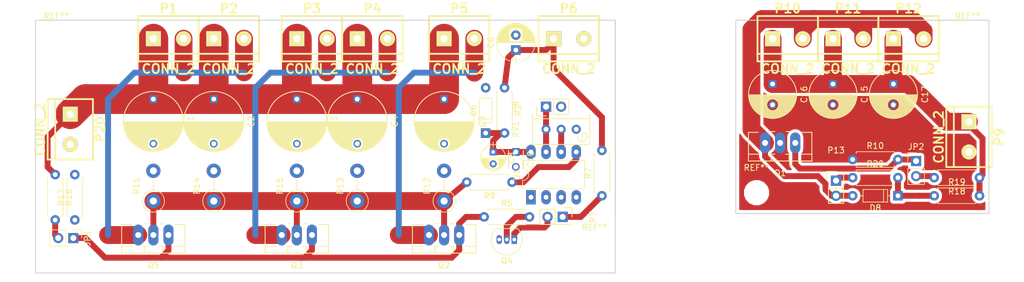
<source format=kicad_pcb>
(kicad_pcb (version 4) (host pcbnew 4.0.5-e0-6337~49~ubuntu16.04.1)

  (general
    (links 88)
    (no_connects 26)
    (area 46.5408 31.3008 191.1016 78.747048)
    (thickness 1.6)
    (drawings 9)
    (tracks 145)
    (zones 0)
    (modules 55)
    (nets 24)
  )

  (page A4)
  (layers
    (0 F.Cu signal)
    (31 B.Cu signal)
    (32 B.Adhes user)
    (33 F.Adhes user)
    (34 B.Paste user)
    (35 F.Paste user)
    (36 B.SilkS user)
    (37 F.SilkS user)
    (38 B.Mask user)
    (39 F.Mask user)
    (40 Dwgs.User user)
    (41 Cmts.User user)
    (42 Eco1.User user)
    (43 Eco2.User user)
    (44 Edge.Cuts user)
    (45 Margin user)
    (46 B.CrtYd user)
    (47 F.CrtYd user)
    (48 B.Fab user)
    (49 F.Fab user)
  )

  (setup
    (last_trace_width 1)
    (trace_clearance 0.1)
    (zone_clearance 0.508)
    (zone_45_only no)
    (trace_min 0.2)
    (segment_width 0.2)
    (edge_width 0.15)
    (via_size 0.6)
    (via_drill 0.4)
    (via_min_size 0.4)
    (via_min_drill 0.3)
    (uvia_size 0.3)
    (uvia_drill 0.1)
    (uvias_allowed no)
    (uvia_min_size 0.2)
    (uvia_min_drill 0.1)
    (pcb_text_width 0.3)
    (pcb_text_size 1.5 1.5)
    (mod_edge_width 0.15)
    (mod_text_size 1 1)
    (mod_text_width 0.15)
    (pad_size 5 5)
    (pad_drill 3)
    (pad_to_mask_clearance 0.2)
    (aux_axis_origin 168.275 42.545)
    (visible_elements FFFFFFFF)
    (pcbplotparams
      (layerselection 0x00030_80000001)
      (usegerberextensions false)
      (excludeedgelayer true)
      (linewidth 0.100000)
      (plotframeref false)
      (viasonmask false)
      (mode 1)
      (useauxorigin false)
      (hpglpennumber 1)
      (hpglpenspeed 20)
      (hpglpendiameter 15)
      (hpglpenoverlay 2)
      (psnegative false)
      (psa4output false)
      (plotreference true)
      (plotvalue true)
      (plotinvisibletext false)
      (padsonsilk false)
      (subtractmaskfromsilk false)
      (outputformat 1)
      (mirror false)
      (drillshape 1)
      (scaleselection 1)
      (outputdirectory ""))
  )

  (net 0 "")
  (net 1 GNDPWR)
  (net 2 +36V)
  (net 3 GNDA)
  (net 4 +9V)
  (net 5 "Net-(Q4-Pad2)")
  (net 6 +5V)
  (net 7 "Net-(C14-Pad1)")
  (net 8 "Net-(JP2-Pad1)")
  (net 9 "Net-(Q2-Pad2)")
  (net 10 "Net-(P7-Pad1)")
  (net 11 "Net-(P13-Pad1)")
  (net 12 "Net-(RV1-Pad2)")
  (net 13 "Net-(P8-Pad1)")
  (net 14 led1)
  (net 15 "Net-(D8-Pad2)")
  (net 16 "Net-(D8-Pad1)")
  (net 17 "Net-(P1-Pad2)")
  (net 18 "Net-(P3-Pad2)")
  (net 19 "Net-(P5-Pad2)")
  (net 20 "Net-(JP2-Pad2)")
  (net 21 "Net-(C10-Pad1)")
  (net 22 "Net-(P7-Pad2)")
  (net 23 "Net-(JP1-Pad2)")

  (net_class Default "This is the default net class."
    (clearance 0.1)
    (trace_width 1)
    (via_dia 0.6)
    (via_drill 0.4)
    (uvia_dia 0.3)
    (uvia_drill 0.1)
    (add_net +5V)
    (add_net GNDA)
    (add_net GNDPWR)
    (add_net "Net-(C10-Pad1)")
    (add_net "Net-(C14-Pad1)")
    (add_net "Net-(D8-Pad1)")
    (add_net "Net-(JP1-Pad2)")
    (add_net "Net-(JP2-Pad1)")
    (add_net "Net-(JP2-Pad2)")
    (add_net "Net-(P13-Pad1)")
    (add_net "Net-(P7-Pad1)")
    (add_net "Net-(P7-Pad2)")
    (add_net "Net-(P8-Pad1)")
    (add_net "Net-(Q2-Pad2)")
    (add_net "Net-(Q4-Pad2)")
    (add_net "Net-(RV1-Pad2)")
    (add_net led1)
  )

  (net_class 9v ""
    (clearance 0.1)
    (trace_width 3)
    (via_dia 0.6)
    (via_drill 0.4)
    (uvia_dia 0.3)
    (uvia_drill 0.1)
    (add_net "Net-(D8-Pad2)")
  )

  (net_class hp ""
    (clearance 0.5)
    (trace_width 5)
    (via_dia 0.6)
    (via_drill 0.4)
    (uvia_dia 0.3)
    (uvia_drill 0.1)
    (add_net +36V)
  )

  (net_class hp_return ""
    (clearance 0.1)
    (trace_width 3)
    (via_dia 0.6)
    (via_drill 0.4)
    (uvia_dia 0.3)
    (uvia_drill 0.1)
    (add_net +9V)
    (add_net "Net-(P1-Pad2)")
    (add_net "Net-(P3-Pad2)")
    (add_net "Net-(P5-Pad2)")
  )

  (module TO_SOT_Packages_THT:TO-220_Neutral123_Vertical_LargePads (layer F.Cu) (tedit 0) (tstamp 587CF747)
    (at 172.72 55.626 180)
    (descr "TO-220, Neutral, Vertical, Large Pads,")
    (tags "TO-220, Neutral, Vertical, Large Pads,")
    (path /587CFB2F)
    (fp_text reference Q1 (at 0 -5.08 180) (layer F.SilkS)
      (effects (font (size 1 1) (thickness 0.15)))
    )
    (fp_text value IRF9540 (at 0 3.81 180) (layer F.Fab)
      (effects (font (size 1 1) (thickness 0.15)))
    )
    (fp_line (start 5.334 -1.905) (end 3.429 -1.905) (layer F.SilkS) (width 0.15))
    (fp_line (start 0.889 -1.905) (end 1.651 -1.905) (layer F.SilkS) (width 0.15))
    (fp_line (start -1.524 -1.905) (end -1.651 -1.905) (layer F.SilkS) (width 0.15))
    (fp_line (start -1.524 -1.905) (end -0.889 -1.905) (layer F.SilkS) (width 0.15))
    (fp_line (start -5.334 -1.905) (end -3.556 -1.905) (layer F.SilkS) (width 0.15))
    (fp_line (start -5.334 1.778) (end -3.683 1.778) (layer F.SilkS) (width 0.15))
    (fp_line (start -1.016 1.905) (end -1.651 1.905) (layer F.SilkS) (width 0.15))
    (fp_line (start 1.524 1.905) (end 0.889 1.905) (layer F.SilkS) (width 0.15))
    (fp_line (start 5.334 1.778) (end 3.683 1.778) (layer F.SilkS) (width 0.15))
    (fp_line (start -1.524 -3.048) (end -1.524 -1.905) (layer F.SilkS) (width 0.15))
    (fp_line (start 1.524 -3.048) (end 1.524 -1.905) (layer F.SilkS) (width 0.15))
    (fp_line (start 5.334 -1.905) (end 5.334 1.778) (layer F.SilkS) (width 0.15))
    (fp_line (start -5.334 1.778) (end -5.334 -1.905) (layer F.SilkS) (width 0.15))
    (fp_line (start 5.334 -3.048) (end 5.334 -1.905) (layer F.SilkS) (width 0.15))
    (fp_line (start -5.334 -1.905) (end -5.334 -3.048) (layer F.SilkS) (width 0.15))
    (fp_line (start 0 -3.048) (end -5.334 -3.048) (layer F.SilkS) (width 0.15))
    (fp_line (start 0 -3.048) (end 5.334 -3.048) (layer F.SilkS) (width 0.15))
    (pad 2 thru_hole oval (at 0 0 270) (size 3.50012 1.69926) (drill 1.00076) (layers *.Cu *.Mask)
      (net 3 GNDA))
    (pad 1 thru_hole oval (at -2.54 0 270) (size 3.50012 1.69926) (drill 1.00076) (layers *.Cu *.Mask)
      (net 8 "Net-(JP2-Pad1)"))
    (pad 3 thru_hole oval (at 2.54 0 270) (size 3.50012 1.69926) (drill 1.00076) (layers *.Cu *.Mask)
      (net 15 "Net-(D8-Pad2)"))
    (model TO_SOT_Packages_THT.3dshapes/TO-220_Neutral123_Vertical_LargePads.wrl
      (at (xyz 0 0 0))
      (scale (xyz 0.3937 0.3937 0.3937))
      (rotate (xyz 0 0 0))
    )
  )

  (module Capacitors_ThroughHole:C_Radial_D10_L20_P7.5 (layer F.Cu) (tedit 0) (tstamp 58772584)
    (at 67.31 48.26 270)
    (descr "Radial Electrolytic Capacitor Diameter 10mm x Length 20mm, Pitch 7.5mm")
    (tags "Electrolytic Capacitor")
    (path /587487CB)
    (fp_text reference C1 (at 3.75 -6.3 270) (layer F.SilkS)
      (effects (font (size 1 1) (thickness 0.15)))
    )
    (fp_text value 10uF (at 3.75 6.3 270) (layer F.Fab)
      (effects (font (size 1 1) (thickness 0.15)))
    )
    (fp_line (start 3.825 -4.999) (end 3.825 4.999) (layer F.SilkS) (width 0.15))
    (fp_line (start 3.965 -4.995) (end 3.965 4.995) (layer F.SilkS) (width 0.15))
    (fp_line (start 4.105 -4.987) (end 4.105 4.987) (layer F.SilkS) (width 0.15))
    (fp_line (start 4.245 -4.975) (end 4.245 4.975) (layer F.SilkS) (width 0.15))
    (fp_line (start 4.385 -4.96) (end 4.385 4.96) (layer F.SilkS) (width 0.15))
    (fp_line (start 4.525 -4.94) (end 4.525 4.94) (layer F.SilkS) (width 0.15))
    (fp_line (start 4.665 -4.916) (end 4.665 4.916) (layer F.SilkS) (width 0.15))
    (fp_line (start 4.805 -4.887) (end 4.805 4.887) (layer F.SilkS) (width 0.15))
    (fp_line (start 4.945 -4.855) (end 4.945 4.855) (layer F.SilkS) (width 0.15))
    (fp_line (start 5.085 -4.818) (end 5.085 4.818) (layer F.SilkS) (width 0.15))
    (fp_line (start 5.225 -4.777) (end 5.225 4.777) (layer F.SilkS) (width 0.15))
    (fp_line (start 5.365 -4.732) (end 5.365 4.732) (layer F.SilkS) (width 0.15))
    (fp_line (start 5.505 -4.682) (end 5.505 4.682) (layer F.SilkS) (width 0.15))
    (fp_line (start 5.645 -4.627) (end 5.645 4.627) (layer F.SilkS) (width 0.15))
    (fp_line (start 5.785 -4.567) (end 5.785 4.567) (layer F.SilkS) (width 0.15))
    (fp_line (start 5.925 -4.502) (end 5.925 4.502) (layer F.SilkS) (width 0.15))
    (fp_line (start 6.065 -4.432) (end 6.065 4.432) (layer F.SilkS) (width 0.15))
    (fp_line (start 6.205 -4.356) (end 6.205 4.356) (layer F.SilkS) (width 0.15))
    (fp_line (start 6.345 -4.274) (end 6.345 4.274) (layer F.SilkS) (width 0.15))
    (fp_line (start 6.485 -4.186) (end 6.485 4.186) (layer F.SilkS) (width 0.15))
    (fp_line (start 6.625 -4.091) (end 6.625 -0.484) (layer F.SilkS) (width 0.15))
    (fp_line (start 6.625 0.484) (end 6.625 4.091) (layer F.SilkS) (width 0.15))
    (fp_line (start 6.765 -3.989) (end 6.765 -0.678) (layer F.SilkS) (width 0.15))
    (fp_line (start 6.765 0.678) (end 6.765 3.989) (layer F.SilkS) (width 0.15))
    (fp_line (start 6.905 -3.879) (end 6.905 -0.804) (layer F.SilkS) (width 0.15))
    (fp_line (start 6.905 0.804) (end 6.905 3.879) (layer F.SilkS) (width 0.15))
    (fp_line (start 7.045 -3.761) (end 7.045 -0.89) (layer F.SilkS) (width 0.15))
    (fp_line (start 7.045 0.89) (end 7.045 3.761) (layer F.SilkS) (width 0.15))
    (fp_line (start 7.185 -3.633) (end 7.185 -0.949) (layer F.SilkS) (width 0.15))
    (fp_line (start 7.185 0.949) (end 7.185 3.633) (layer F.SilkS) (width 0.15))
    (fp_line (start 7.325 -3.496) (end 7.325 -0.985) (layer F.SilkS) (width 0.15))
    (fp_line (start 7.325 0.985) (end 7.325 3.496) (layer F.SilkS) (width 0.15))
    (fp_line (start 7.465 -3.346) (end 7.465 -0.999) (layer F.SilkS) (width 0.15))
    (fp_line (start 7.465 0.999) (end 7.465 3.346) (layer F.SilkS) (width 0.15))
    (fp_line (start 7.605 -3.184) (end 7.605 -0.994) (layer F.SilkS) (width 0.15))
    (fp_line (start 7.605 0.994) (end 7.605 3.184) (layer F.SilkS) (width 0.15))
    (fp_line (start 7.745 -3.007) (end 7.745 -0.97) (layer F.SilkS) (width 0.15))
    (fp_line (start 7.745 0.97) (end 7.745 3.007) (layer F.SilkS) (width 0.15))
    (fp_line (start 7.885 -2.811) (end 7.885 -0.923) (layer F.SilkS) (width 0.15))
    (fp_line (start 7.885 0.923) (end 7.885 2.811) (layer F.SilkS) (width 0.15))
    (fp_line (start 8.025 -2.593) (end 8.025 -0.851) (layer F.SilkS) (width 0.15))
    (fp_line (start 8.025 0.851) (end 8.025 2.593) (layer F.SilkS) (width 0.15))
    (fp_line (start 8.165 -2.347) (end 8.165 -0.747) (layer F.SilkS) (width 0.15))
    (fp_line (start 8.165 0.747) (end 8.165 2.347) (layer F.SilkS) (width 0.15))
    (fp_line (start 8.305 -2.062) (end 8.305 -0.593) (layer F.SilkS) (width 0.15))
    (fp_line (start 8.305 0.593) (end 8.305 2.062) (layer F.SilkS) (width 0.15))
    (fp_line (start 8.445 -1.72) (end 8.445 -0.327) (layer F.SilkS) (width 0.15))
    (fp_line (start 8.445 0.327) (end 8.445 1.72) (layer F.SilkS) (width 0.15))
    (fp_line (start 8.585 -1.274) (end 8.585 1.274) (layer F.SilkS) (width 0.15))
    (fp_line (start 8.725 -0.499) (end 8.725 0.499) (layer F.SilkS) (width 0.15))
    (fp_circle (center 7.5 0) (end 7.5 -1) (layer F.SilkS) (width 0.15))
    (fp_circle (center 3.75 0) (end 3.75 -5.0375) (layer F.SilkS) (width 0.15))
    (fp_circle (center 3.75 0) (end 3.75 -5.3) (layer F.CrtYd) (width 0.05))
    (pad 1 thru_hole rect (at 0 0 270) (size 1.3 1.3) (drill 0.8) (layers *.Cu *.Mask)
      (net 2 +36V))
    (pad 2 thru_hole circle (at 7.5 0 270) (size 1.3 1.3) (drill 0.8) (layers *.Cu *.Mask)
      (net 1 GNDPWR))
    (model Capacitors_ThroughHole.3dshapes/C_Radial_D10_L20_P7.5.wrl
      (at (xyz 0 0 0))
      (scale (xyz 1 1 1))
      (rotate (xyz 0 0 0))
    )
  )

  (module Capacitors_ThroughHole:C_Radial_D10_L20_P7.5 (layer F.Cu) (tedit 0) (tstamp 587725BF)
    (at 77.47 48.26 270)
    (descr "Radial Electrolytic Capacitor Diameter 10mm x Length 20mm, Pitch 7.5mm")
    (tags "Electrolytic Capacitor")
    (path /58747D2F)
    (fp_text reference C2 (at 3.75 -6.3 270) (layer F.SilkS)
      (effects (font (size 1 1) (thickness 0.15)))
    )
    (fp_text value 10uF (at 3.75 6.3 270) (layer F.Fab)
      (effects (font (size 1 1) (thickness 0.15)))
    )
    (fp_line (start 3.825 -4.999) (end 3.825 4.999) (layer F.SilkS) (width 0.15))
    (fp_line (start 3.965 -4.995) (end 3.965 4.995) (layer F.SilkS) (width 0.15))
    (fp_line (start 4.105 -4.987) (end 4.105 4.987) (layer F.SilkS) (width 0.15))
    (fp_line (start 4.245 -4.975) (end 4.245 4.975) (layer F.SilkS) (width 0.15))
    (fp_line (start 4.385 -4.96) (end 4.385 4.96) (layer F.SilkS) (width 0.15))
    (fp_line (start 4.525 -4.94) (end 4.525 4.94) (layer F.SilkS) (width 0.15))
    (fp_line (start 4.665 -4.916) (end 4.665 4.916) (layer F.SilkS) (width 0.15))
    (fp_line (start 4.805 -4.887) (end 4.805 4.887) (layer F.SilkS) (width 0.15))
    (fp_line (start 4.945 -4.855) (end 4.945 4.855) (layer F.SilkS) (width 0.15))
    (fp_line (start 5.085 -4.818) (end 5.085 4.818) (layer F.SilkS) (width 0.15))
    (fp_line (start 5.225 -4.777) (end 5.225 4.777) (layer F.SilkS) (width 0.15))
    (fp_line (start 5.365 -4.732) (end 5.365 4.732) (layer F.SilkS) (width 0.15))
    (fp_line (start 5.505 -4.682) (end 5.505 4.682) (layer F.SilkS) (width 0.15))
    (fp_line (start 5.645 -4.627) (end 5.645 4.627) (layer F.SilkS) (width 0.15))
    (fp_line (start 5.785 -4.567) (end 5.785 4.567) (layer F.SilkS) (width 0.15))
    (fp_line (start 5.925 -4.502) (end 5.925 4.502) (layer F.SilkS) (width 0.15))
    (fp_line (start 6.065 -4.432) (end 6.065 4.432) (layer F.SilkS) (width 0.15))
    (fp_line (start 6.205 -4.356) (end 6.205 4.356) (layer F.SilkS) (width 0.15))
    (fp_line (start 6.345 -4.274) (end 6.345 4.274) (layer F.SilkS) (width 0.15))
    (fp_line (start 6.485 -4.186) (end 6.485 4.186) (layer F.SilkS) (width 0.15))
    (fp_line (start 6.625 -4.091) (end 6.625 -0.484) (layer F.SilkS) (width 0.15))
    (fp_line (start 6.625 0.484) (end 6.625 4.091) (layer F.SilkS) (width 0.15))
    (fp_line (start 6.765 -3.989) (end 6.765 -0.678) (layer F.SilkS) (width 0.15))
    (fp_line (start 6.765 0.678) (end 6.765 3.989) (layer F.SilkS) (width 0.15))
    (fp_line (start 6.905 -3.879) (end 6.905 -0.804) (layer F.SilkS) (width 0.15))
    (fp_line (start 6.905 0.804) (end 6.905 3.879) (layer F.SilkS) (width 0.15))
    (fp_line (start 7.045 -3.761) (end 7.045 -0.89) (layer F.SilkS) (width 0.15))
    (fp_line (start 7.045 0.89) (end 7.045 3.761) (layer F.SilkS) (width 0.15))
    (fp_line (start 7.185 -3.633) (end 7.185 -0.949) (layer F.SilkS) (width 0.15))
    (fp_line (start 7.185 0.949) (end 7.185 3.633) (layer F.SilkS) (width 0.15))
    (fp_line (start 7.325 -3.496) (end 7.325 -0.985) (layer F.SilkS) (width 0.15))
    (fp_line (start 7.325 0.985) (end 7.325 3.496) (layer F.SilkS) (width 0.15))
    (fp_line (start 7.465 -3.346) (end 7.465 -0.999) (layer F.SilkS) (width 0.15))
    (fp_line (start 7.465 0.999) (end 7.465 3.346) (layer F.SilkS) (width 0.15))
    (fp_line (start 7.605 -3.184) (end 7.605 -0.994) (layer F.SilkS) (width 0.15))
    (fp_line (start 7.605 0.994) (end 7.605 3.184) (layer F.SilkS) (width 0.15))
    (fp_line (start 7.745 -3.007) (end 7.745 -0.97) (layer F.SilkS) (width 0.15))
    (fp_line (start 7.745 0.97) (end 7.745 3.007) (layer F.SilkS) (width 0.15))
    (fp_line (start 7.885 -2.811) (end 7.885 -0.923) (layer F.SilkS) (width 0.15))
    (fp_line (start 7.885 0.923) (end 7.885 2.811) (layer F.SilkS) (width 0.15))
    (fp_line (start 8.025 -2.593) (end 8.025 -0.851) (layer F.SilkS) (width 0.15))
    (fp_line (start 8.025 0.851) (end 8.025 2.593) (layer F.SilkS) (width 0.15))
    (fp_line (start 8.165 -2.347) (end 8.165 -0.747) (layer F.SilkS) (width 0.15))
    (fp_line (start 8.165 0.747) (end 8.165 2.347) (layer F.SilkS) (width 0.15))
    (fp_line (start 8.305 -2.062) (end 8.305 -0.593) (layer F.SilkS) (width 0.15))
    (fp_line (start 8.305 0.593) (end 8.305 2.062) (layer F.SilkS) (width 0.15))
    (fp_line (start 8.445 -1.72) (end 8.445 -0.327) (layer F.SilkS) (width 0.15))
    (fp_line (start 8.445 0.327) (end 8.445 1.72) (layer F.SilkS) (width 0.15))
    (fp_line (start 8.585 -1.274) (end 8.585 1.274) (layer F.SilkS) (width 0.15))
    (fp_line (start 8.725 -0.499) (end 8.725 0.499) (layer F.SilkS) (width 0.15))
    (fp_circle (center 7.5 0) (end 7.5 -1) (layer F.SilkS) (width 0.15))
    (fp_circle (center 3.75 0) (end 3.75 -5.0375) (layer F.SilkS) (width 0.15))
    (fp_circle (center 3.75 0) (end 3.75 -5.3) (layer F.CrtYd) (width 0.05))
    (pad 1 thru_hole rect (at 0 0 270) (size 1.3 1.3) (drill 0.8) (layers *.Cu *.Mask)
      (net 2 +36V))
    (pad 2 thru_hole circle (at 7.5 0 270) (size 1.3 1.3) (drill 0.8) (layers *.Cu *.Mask)
      (net 1 GNDPWR))
    (model Capacitors_ThroughHole.3dshapes/C_Radial_D10_L20_P7.5.wrl
      (at (xyz 0 0 0))
      (scale (xyz 1 1 1))
      (rotate (xyz 0 0 0))
    )
  )

  (module Capacitors_ThroughHole:C_Radial_D10_L20_P7.5 (layer F.Cu) (tedit 0) (tstamp 587725FA)
    (at 91.44 48.26 270)
    (descr "Radial Electrolytic Capacitor Diameter 10mm x Length 20mm, Pitch 7.5mm")
    (tags "Electrolytic Capacitor")
    (path /5874A0AA)
    (fp_text reference C3 (at 3.75 -6.3 270) (layer F.SilkS)
      (effects (font (size 1 1) (thickness 0.15)))
    )
    (fp_text value 10uF (at 3.75 6.3 270) (layer F.Fab)
      (effects (font (size 1 1) (thickness 0.15)))
    )
    (fp_line (start 3.825 -4.999) (end 3.825 4.999) (layer F.SilkS) (width 0.15))
    (fp_line (start 3.965 -4.995) (end 3.965 4.995) (layer F.SilkS) (width 0.15))
    (fp_line (start 4.105 -4.987) (end 4.105 4.987) (layer F.SilkS) (width 0.15))
    (fp_line (start 4.245 -4.975) (end 4.245 4.975) (layer F.SilkS) (width 0.15))
    (fp_line (start 4.385 -4.96) (end 4.385 4.96) (layer F.SilkS) (width 0.15))
    (fp_line (start 4.525 -4.94) (end 4.525 4.94) (layer F.SilkS) (width 0.15))
    (fp_line (start 4.665 -4.916) (end 4.665 4.916) (layer F.SilkS) (width 0.15))
    (fp_line (start 4.805 -4.887) (end 4.805 4.887) (layer F.SilkS) (width 0.15))
    (fp_line (start 4.945 -4.855) (end 4.945 4.855) (layer F.SilkS) (width 0.15))
    (fp_line (start 5.085 -4.818) (end 5.085 4.818) (layer F.SilkS) (width 0.15))
    (fp_line (start 5.225 -4.777) (end 5.225 4.777) (layer F.SilkS) (width 0.15))
    (fp_line (start 5.365 -4.732) (end 5.365 4.732) (layer F.SilkS) (width 0.15))
    (fp_line (start 5.505 -4.682) (end 5.505 4.682) (layer F.SilkS) (width 0.15))
    (fp_line (start 5.645 -4.627) (end 5.645 4.627) (layer F.SilkS) (width 0.15))
    (fp_line (start 5.785 -4.567) (end 5.785 4.567) (layer F.SilkS) (width 0.15))
    (fp_line (start 5.925 -4.502) (end 5.925 4.502) (layer F.SilkS) (width 0.15))
    (fp_line (start 6.065 -4.432) (end 6.065 4.432) (layer F.SilkS) (width 0.15))
    (fp_line (start 6.205 -4.356) (end 6.205 4.356) (layer F.SilkS) (width 0.15))
    (fp_line (start 6.345 -4.274) (end 6.345 4.274) (layer F.SilkS) (width 0.15))
    (fp_line (start 6.485 -4.186) (end 6.485 4.186) (layer F.SilkS) (width 0.15))
    (fp_line (start 6.625 -4.091) (end 6.625 -0.484) (layer F.SilkS) (width 0.15))
    (fp_line (start 6.625 0.484) (end 6.625 4.091) (layer F.SilkS) (width 0.15))
    (fp_line (start 6.765 -3.989) (end 6.765 -0.678) (layer F.SilkS) (width 0.15))
    (fp_line (start 6.765 0.678) (end 6.765 3.989) (layer F.SilkS) (width 0.15))
    (fp_line (start 6.905 -3.879) (end 6.905 -0.804) (layer F.SilkS) (width 0.15))
    (fp_line (start 6.905 0.804) (end 6.905 3.879) (layer F.SilkS) (width 0.15))
    (fp_line (start 7.045 -3.761) (end 7.045 -0.89) (layer F.SilkS) (width 0.15))
    (fp_line (start 7.045 0.89) (end 7.045 3.761) (layer F.SilkS) (width 0.15))
    (fp_line (start 7.185 -3.633) (end 7.185 -0.949) (layer F.SilkS) (width 0.15))
    (fp_line (start 7.185 0.949) (end 7.185 3.633) (layer F.SilkS) (width 0.15))
    (fp_line (start 7.325 -3.496) (end 7.325 -0.985) (layer F.SilkS) (width 0.15))
    (fp_line (start 7.325 0.985) (end 7.325 3.496) (layer F.SilkS) (width 0.15))
    (fp_line (start 7.465 -3.346) (end 7.465 -0.999) (layer F.SilkS) (width 0.15))
    (fp_line (start 7.465 0.999) (end 7.465 3.346) (layer F.SilkS) (width 0.15))
    (fp_line (start 7.605 -3.184) (end 7.605 -0.994) (layer F.SilkS) (width 0.15))
    (fp_line (start 7.605 0.994) (end 7.605 3.184) (layer F.SilkS) (width 0.15))
    (fp_line (start 7.745 -3.007) (end 7.745 -0.97) (layer F.SilkS) (width 0.15))
    (fp_line (start 7.745 0.97) (end 7.745 3.007) (layer F.SilkS) (width 0.15))
    (fp_line (start 7.885 -2.811) (end 7.885 -0.923) (layer F.SilkS) (width 0.15))
    (fp_line (start 7.885 0.923) (end 7.885 2.811) (layer F.SilkS) (width 0.15))
    (fp_line (start 8.025 -2.593) (end 8.025 -0.851) (layer F.SilkS) (width 0.15))
    (fp_line (start 8.025 0.851) (end 8.025 2.593) (layer F.SilkS) (width 0.15))
    (fp_line (start 8.165 -2.347) (end 8.165 -0.747) (layer F.SilkS) (width 0.15))
    (fp_line (start 8.165 0.747) (end 8.165 2.347) (layer F.SilkS) (width 0.15))
    (fp_line (start 8.305 -2.062) (end 8.305 -0.593) (layer F.SilkS) (width 0.15))
    (fp_line (start 8.305 0.593) (end 8.305 2.062) (layer F.SilkS) (width 0.15))
    (fp_line (start 8.445 -1.72) (end 8.445 -0.327) (layer F.SilkS) (width 0.15))
    (fp_line (start 8.445 0.327) (end 8.445 1.72) (layer F.SilkS) (width 0.15))
    (fp_line (start 8.585 -1.274) (end 8.585 1.274) (layer F.SilkS) (width 0.15))
    (fp_line (start 8.725 -0.499) (end 8.725 0.499) (layer F.SilkS) (width 0.15))
    (fp_circle (center 7.5 0) (end 7.5 -1) (layer F.SilkS) (width 0.15))
    (fp_circle (center 3.75 0) (end 3.75 -5.0375) (layer F.SilkS) (width 0.15))
    (fp_circle (center 3.75 0) (end 3.75 -5.3) (layer F.CrtYd) (width 0.05))
    (pad 1 thru_hole rect (at 0 0 270) (size 1.3 1.3) (drill 0.8) (layers *.Cu *.Mask)
      (net 2 +36V))
    (pad 2 thru_hole circle (at 7.5 0 270) (size 1.3 1.3) (drill 0.8) (layers *.Cu *.Mask)
      (net 1 GNDPWR))
    (model Capacitors_ThroughHole.3dshapes/C_Radial_D10_L20_P7.5.wrl
      (at (xyz 0 0 0))
      (scale (xyz 1 1 1))
      (rotate (xyz 0 0 0))
    )
  )

  (module Capacitors_ThroughHole:C_Radial_D10_L20_P7.5 (layer F.Cu) (tedit 0) (tstamp 58772635)
    (at 101.6 48.26 270)
    (descr "Radial Electrolytic Capacitor Diameter 10mm x Length 20mm, Pitch 7.5mm")
    (tags "Electrolytic Capacitor")
    (path /5874A5D7)
    (fp_text reference C4 (at 3.75 -6.3 270) (layer F.SilkS)
      (effects (font (size 1 1) (thickness 0.15)))
    )
    (fp_text value 10uF (at 3.75 6.3 270) (layer F.Fab)
      (effects (font (size 1 1) (thickness 0.15)))
    )
    (fp_line (start 3.825 -4.999) (end 3.825 4.999) (layer F.SilkS) (width 0.15))
    (fp_line (start 3.965 -4.995) (end 3.965 4.995) (layer F.SilkS) (width 0.15))
    (fp_line (start 4.105 -4.987) (end 4.105 4.987) (layer F.SilkS) (width 0.15))
    (fp_line (start 4.245 -4.975) (end 4.245 4.975) (layer F.SilkS) (width 0.15))
    (fp_line (start 4.385 -4.96) (end 4.385 4.96) (layer F.SilkS) (width 0.15))
    (fp_line (start 4.525 -4.94) (end 4.525 4.94) (layer F.SilkS) (width 0.15))
    (fp_line (start 4.665 -4.916) (end 4.665 4.916) (layer F.SilkS) (width 0.15))
    (fp_line (start 4.805 -4.887) (end 4.805 4.887) (layer F.SilkS) (width 0.15))
    (fp_line (start 4.945 -4.855) (end 4.945 4.855) (layer F.SilkS) (width 0.15))
    (fp_line (start 5.085 -4.818) (end 5.085 4.818) (layer F.SilkS) (width 0.15))
    (fp_line (start 5.225 -4.777) (end 5.225 4.777) (layer F.SilkS) (width 0.15))
    (fp_line (start 5.365 -4.732) (end 5.365 4.732) (layer F.SilkS) (width 0.15))
    (fp_line (start 5.505 -4.682) (end 5.505 4.682) (layer F.SilkS) (width 0.15))
    (fp_line (start 5.645 -4.627) (end 5.645 4.627) (layer F.SilkS) (width 0.15))
    (fp_line (start 5.785 -4.567) (end 5.785 4.567) (layer F.SilkS) (width 0.15))
    (fp_line (start 5.925 -4.502) (end 5.925 4.502) (layer F.SilkS) (width 0.15))
    (fp_line (start 6.065 -4.432) (end 6.065 4.432) (layer F.SilkS) (width 0.15))
    (fp_line (start 6.205 -4.356) (end 6.205 4.356) (layer F.SilkS) (width 0.15))
    (fp_line (start 6.345 -4.274) (end 6.345 4.274) (layer F.SilkS) (width 0.15))
    (fp_line (start 6.485 -4.186) (end 6.485 4.186) (layer F.SilkS) (width 0.15))
    (fp_line (start 6.625 -4.091) (end 6.625 -0.484) (layer F.SilkS) (width 0.15))
    (fp_line (start 6.625 0.484) (end 6.625 4.091) (layer F.SilkS) (width 0.15))
    (fp_line (start 6.765 -3.989) (end 6.765 -0.678) (layer F.SilkS) (width 0.15))
    (fp_line (start 6.765 0.678) (end 6.765 3.989) (layer F.SilkS) (width 0.15))
    (fp_line (start 6.905 -3.879) (end 6.905 -0.804) (layer F.SilkS) (width 0.15))
    (fp_line (start 6.905 0.804) (end 6.905 3.879) (layer F.SilkS) (width 0.15))
    (fp_line (start 7.045 -3.761) (end 7.045 -0.89) (layer F.SilkS) (width 0.15))
    (fp_line (start 7.045 0.89) (end 7.045 3.761) (layer F.SilkS) (width 0.15))
    (fp_line (start 7.185 -3.633) (end 7.185 -0.949) (layer F.SilkS) (width 0.15))
    (fp_line (start 7.185 0.949) (end 7.185 3.633) (layer F.SilkS) (width 0.15))
    (fp_line (start 7.325 -3.496) (end 7.325 -0.985) (layer F.SilkS) (width 0.15))
    (fp_line (start 7.325 0.985) (end 7.325 3.496) (layer F.SilkS) (width 0.15))
    (fp_line (start 7.465 -3.346) (end 7.465 -0.999) (layer F.SilkS) (width 0.15))
    (fp_line (start 7.465 0.999) (end 7.465 3.346) (layer F.SilkS) (width 0.15))
    (fp_line (start 7.605 -3.184) (end 7.605 -0.994) (layer F.SilkS) (width 0.15))
    (fp_line (start 7.605 0.994) (end 7.605 3.184) (layer F.SilkS) (width 0.15))
    (fp_line (start 7.745 -3.007) (end 7.745 -0.97) (layer F.SilkS) (width 0.15))
    (fp_line (start 7.745 0.97) (end 7.745 3.007) (layer F.SilkS) (width 0.15))
    (fp_line (start 7.885 -2.811) (end 7.885 -0.923) (layer F.SilkS) (width 0.15))
    (fp_line (start 7.885 0.923) (end 7.885 2.811) (layer F.SilkS) (width 0.15))
    (fp_line (start 8.025 -2.593) (end 8.025 -0.851) (layer F.SilkS) (width 0.15))
    (fp_line (start 8.025 0.851) (end 8.025 2.593) (layer F.SilkS) (width 0.15))
    (fp_line (start 8.165 -2.347) (end 8.165 -0.747) (layer F.SilkS) (width 0.15))
    (fp_line (start 8.165 0.747) (end 8.165 2.347) (layer F.SilkS) (width 0.15))
    (fp_line (start 8.305 -2.062) (end 8.305 -0.593) (layer F.SilkS) (width 0.15))
    (fp_line (start 8.305 0.593) (end 8.305 2.062) (layer F.SilkS) (width 0.15))
    (fp_line (start 8.445 -1.72) (end 8.445 -0.327) (layer F.SilkS) (width 0.15))
    (fp_line (start 8.445 0.327) (end 8.445 1.72) (layer F.SilkS) (width 0.15))
    (fp_line (start 8.585 -1.274) (end 8.585 1.274) (layer F.SilkS) (width 0.15))
    (fp_line (start 8.725 -0.499) (end 8.725 0.499) (layer F.SilkS) (width 0.15))
    (fp_circle (center 7.5 0) (end 7.5 -1) (layer F.SilkS) (width 0.15))
    (fp_circle (center 3.75 0) (end 3.75 -5.0375) (layer F.SilkS) (width 0.15))
    (fp_circle (center 3.75 0) (end 3.75 -5.3) (layer F.CrtYd) (width 0.05))
    (pad 1 thru_hole rect (at 0 0 270) (size 1.3 1.3) (drill 0.8) (layers *.Cu *.Mask)
      (net 2 +36V))
    (pad 2 thru_hole circle (at 7.5 0 270) (size 1.3 1.3) (drill 0.8) (layers *.Cu *.Mask)
      (net 1 GNDPWR))
    (model Capacitors_ThroughHole.3dshapes/C_Radial_D10_L20_P7.5.wrl
      (at (xyz 0 0 0))
      (scale (xyz 1 1 1))
      (rotate (xyz 0 0 0))
    )
  )

  (module Capacitors_ThroughHole:C_Radial_D10_L20_P7.5 (layer F.Cu) (tedit 0) (tstamp 58772670)
    (at 116.205 48.26 270)
    (descr "Radial Electrolytic Capacitor Diameter 10mm x Length 20mm, Pitch 7.5mm")
    (tags "Electrolytic Capacitor")
    (path /5874AA90)
    (fp_text reference C5 (at 3.75 -6.3 270) (layer F.SilkS)
      (effects (font (size 1 1) (thickness 0.15)))
    )
    (fp_text value 10uF (at 3.75 6.3 270) (layer F.Fab)
      (effects (font (size 1 1) (thickness 0.15)))
    )
    (fp_line (start 3.825 -4.999) (end 3.825 4.999) (layer F.SilkS) (width 0.15))
    (fp_line (start 3.965 -4.995) (end 3.965 4.995) (layer F.SilkS) (width 0.15))
    (fp_line (start 4.105 -4.987) (end 4.105 4.987) (layer F.SilkS) (width 0.15))
    (fp_line (start 4.245 -4.975) (end 4.245 4.975) (layer F.SilkS) (width 0.15))
    (fp_line (start 4.385 -4.96) (end 4.385 4.96) (layer F.SilkS) (width 0.15))
    (fp_line (start 4.525 -4.94) (end 4.525 4.94) (layer F.SilkS) (width 0.15))
    (fp_line (start 4.665 -4.916) (end 4.665 4.916) (layer F.SilkS) (width 0.15))
    (fp_line (start 4.805 -4.887) (end 4.805 4.887) (layer F.SilkS) (width 0.15))
    (fp_line (start 4.945 -4.855) (end 4.945 4.855) (layer F.SilkS) (width 0.15))
    (fp_line (start 5.085 -4.818) (end 5.085 4.818) (layer F.SilkS) (width 0.15))
    (fp_line (start 5.225 -4.777) (end 5.225 4.777) (layer F.SilkS) (width 0.15))
    (fp_line (start 5.365 -4.732) (end 5.365 4.732) (layer F.SilkS) (width 0.15))
    (fp_line (start 5.505 -4.682) (end 5.505 4.682) (layer F.SilkS) (width 0.15))
    (fp_line (start 5.645 -4.627) (end 5.645 4.627) (layer F.SilkS) (width 0.15))
    (fp_line (start 5.785 -4.567) (end 5.785 4.567) (layer F.SilkS) (width 0.15))
    (fp_line (start 5.925 -4.502) (end 5.925 4.502) (layer F.SilkS) (width 0.15))
    (fp_line (start 6.065 -4.432) (end 6.065 4.432) (layer F.SilkS) (width 0.15))
    (fp_line (start 6.205 -4.356) (end 6.205 4.356) (layer F.SilkS) (width 0.15))
    (fp_line (start 6.345 -4.274) (end 6.345 4.274) (layer F.SilkS) (width 0.15))
    (fp_line (start 6.485 -4.186) (end 6.485 4.186) (layer F.SilkS) (width 0.15))
    (fp_line (start 6.625 -4.091) (end 6.625 -0.484) (layer F.SilkS) (width 0.15))
    (fp_line (start 6.625 0.484) (end 6.625 4.091) (layer F.SilkS) (width 0.15))
    (fp_line (start 6.765 -3.989) (end 6.765 -0.678) (layer F.SilkS) (width 0.15))
    (fp_line (start 6.765 0.678) (end 6.765 3.989) (layer F.SilkS) (width 0.15))
    (fp_line (start 6.905 -3.879) (end 6.905 -0.804) (layer F.SilkS) (width 0.15))
    (fp_line (start 6.905 0.804) (end 6.905 3.879) (layer F.SilkS) (width 0.15))
    (fp_line (start 7.045 -3.761) (end 7.045 -0.89) (layer F.SilkS) (width 0.15))
    (fp_line (start 7.045 0.89) (end 7.045 3.761) (layer F.SilkS) (width 0.15))
    (fp_line (start 7.185 -3.633) (end 7.185 -0.949) (layer F.SilkS) (width 0.15))
    (fp_line (start 7.185 0.949) (end 7.185 3.633) (layer F.SilkS) (width 0.15))
    (fp_line (start 7.325 -3.496) (end 7.325 -0.985) (layer F.SilkS) (width 0.15))
    (fp_line (start 7.325 0.985) (end 7.325 3.496) (layer F.SilkS) (width 0.15))
    (fp_line (start 7.465 -3.346) (end 7.465 -0.999) (layer F.SilkS) (width 0.15))
    (fp_line (start 7.465 0.999) (end 7.465 3.346) (layer F.SilkS) (width 0.15))
    (fp_line (start 7.605 -3.184) (end 7.605 -0.994) (layer F.SilkS) (width 0.15))
    (fp_line (start 7.605 0.994) (end 7.605 3.184) (layer F.SilkS) (width 0.15))
    (fp_line (start 7.745 -3.007) (end 7.745 -0.97) (layer F.SilkS) (width 0.15))
    (fp_line (start 7.745 0.97) (end 7.745 3.007) (layer F.SilkS) (width 0.15))
    (fp_line (start 7.885 -2.811) (end 7.885 -0.923) (layer F.SilkS) (width 0.15))
    (fp_line (start 7.885 0.923) (end 7.885 2.811) (layer F.SilkS) (width 0.15))
    (fp_line (start 8.025 -2.593) (end 8.025 -0.851) (layer F.SilkS) (width 0.15))
    (fp_line (start 8.025 0.851) (end 8.025 2.593) (layer F.SilkS) (width 0.15))
    (fp_line (start 8.165 -2.347) (end 8.165 -0.747) (layer F.SilkS) (width 0.15))
    (fp_line (start 8.165 0.747) (end 8.165 2.347) (layer F.SilkS) (width 0.15))
    (fp_line (start 8.305 -2.062) (end 8.305 -0.593) (layer F.SilkS) (width 0.15))
    (fp_line (start 8.305 0.593) (end 8.305 2.062) (layer F.SilkS) (width 0.15))
    (fp_line (start 8.445 -1.72) (end 8.445 -0.327) (layer F.SilkS) (width 0.15))
    (fp_line (start 8.445 0.327) (end 8.445 1.72) (layer F.SilkS) (width 0.15))
    (fp_line (start 8.585 -1.274) (end 8.585 1.274) (layer F.SilkS) (width 0.15))
    (fp_line (start 8.725 -0.499) (end 8.725 0.499) (layer F.SilkS) (width 0.15))
    (fp_circle (center 7.5 0) (end 7.5 -1) (layer F.SilkS) (width 0.15))
    (fp_circle (center 3.75 0) (end 3.75 -5.0375) (layer F.SilkS) (width 0.15))
    (fp_circle (center 3.75 0) (end 3.75 -5.3) (layer F.CrtYd) (width 0.05))
    (pad 1 thru_hole rect (at 0 0 270) (size 1.3 1.3) (drill 0.8) (layers *.Cu *.Mask)
      (net 2 +36V))
    (pad 2 thru_hole circle (at 7.5 0 270) (size 1.3 1.3) (drill 0.8) (layers *.Cu *.Mask)
      (net 1 GNDPWR))
    (model Capacitors_ThroughHole.3dshapes/C_Radial_D10_L20_P7.5.wrl
      (at (xyz 0 0 0))
      (scale (xyz 1 1 1))
      (rotate (xyz 0 0 0))
    )
  )

  (module Capacitors_ThroughHole:C_Disc_D3_P2.5 (layer F.Cu) (tedit 58786CE2) (tstamp 5877270A)
    (at 128.27 57.15 270)
    (descr "Capacitor 3mm Disc, Pitch 2.5mm")
    (tags Capacitor)
    (path /587593A6)
    (fp_text reference C10 (at 1.25 -2.5 270) (layer F.SilkS)
      (effects (font (size 1 1) (thickness 0.15)))
    )
    (fp_text value 100n (at 1.27 2.54 270) (layer F.Fab)
      (effects (font (size 1 1) (thickness 0.15)))
    )
    (fp_line (start -0.9 -1.5) (end 3.4 -1.5) (layer F.CrtYd) (width 0.05))
    (fp_line (start 3.4 -1.5) (end 3.4 1.5) (layer F.CrtYd) (width 0.05))
    (fp_line (start 3.4 1.5) (end -0.9 1.5) (layer F.CrtYd) (width 0.05))
    (fp_line (start -0.9 1.5) (end -0.9 -1.5) (layer F.CrtYd) (width 0.05))
    (fp_line (start -0.25 -1.25) (end 2.75 -1.25) (layer F.SilkS) (width 0.15))
    (fp_line (start 2.75 1.25) (end -0.25 1.25) (layer F.SilkS) (width 0.15))
    (pad 1 thru_hole rect (at 0 0 270) (size 1.3 1.3) (drill 0.8) (layers *.Cu *.Mask)
      (net 21 "Net-(C10-Pad1)"))
    (pad 2 thru_hole circle (at 2.5 0 270) (size 1.3 1.3) (drill 0.8001) (layers *.Cu *.Mask)
      (net 1 GNDPWR))
    (model Capacitors_ThroughHole.3dshapes/C_Disc_D3_P2.5.wrl
      (at (xyz 0.0492126 0 0))
      (scale (xyz 1 1 1))
      (rotate (xyz 0 0 0))
    )
  )

  (module Capacitors_ThroughHole:C_Radial_D8_L11.5_P3.5 (layer F.Cu) (tedit 0) (tstamp 587727C1)
    (at 181.61 45.72 270)
    (descr "Radial Electrolytic Capacitor Diameter 8mm x Length 11.5mm, Pitch 3.5mm")
    (tags "Electrolytic Capacitor")
    (path /587675A3)
    (fp_text reference C15 (at 1.75 -5.3 270) (layer F.SilkS)
      (effects (font (size 1 1) (thickness 0.15)))
    )
    (fp_text value 10uF (at 1.75 5.3 270) (layer F.Fab)
      (effects (font (size 1 1) (thickness 0.15)))
    )
    (fp_line (start 1.825 -3.999) (end 1.825 3.999) (layer F.SilkS) (width 0.15))
    (fp_line (start 1.965 -3.994) (end 1.965 3.994) (layer F.SilkS) (width 0.15))
    (fp_line (start 2.105 -3.984) (end 2.105 3.984) (layer F.SilkS) (width 0.15))
    (fp_line (start 2.245 -3.969) (end 2.245 3.969) (layer F.SilkS) (width 0.15))
    (fp_line (start 2.385 -3.949) (end 2.385 3.949) (layer F.SilkS) (width 0.15))
    (fp_line (start 2.525 -3.924) (end 2.525 -0.222) (layer F.SilkS) (width 0.15))
    (fp_line (start 2.525 0.222) (end 2.525 3.924) (layer F.SilkS) (width 0.15))
    (fp_line (start 2.665 -3.894) (end 2.665 -0.55) (layer F.SilkS) (width 0.15))
    (fp_line (start 2.665 0.55) (end 2.665 3.894) (layer F.SilkS) (width 0.15))
    (fp_line (start 2.805 -3.858) (end 2.805 -0.719) (layer F.SilkS) (width 0.15))
    (fp_line (start 2.805 0.719) (end 2.805 3.858) (layer F.SilkS) (width 0.15))
    (fp_line (start 2.945 -3.817) (end 2.945 -0.832) (layer F.SilkS) (width 0.15))
    (fp_line (start 2.945 0.832) (end 2.945 3.817) (layer F.SilkS) (width 0.15))
    (fp_line (start 3.085 -3.771) (end 3.085 -0.91) (layer F.SilkS) (width 0.15))
    (fp_line (start 3.085 0.91) (end 3.085 3.771) (layer F.SilkS) (width 0.15))
    (fp_line (start 3.225 -3.718) (end 3.225 -0.961) (layer F.SilkS) (width 0.15))
    (fp_line (start 3.225 0.961) (end 3.225 3.718) (layer F.SilkS) (width 0.15))
    (fp_line (start 3.365 -3.659) (end 3.365 -0.991) (layer F.SilkS) (width 0.15))
    (fp_line (start 3.365 0.991) (end 3.365 3.659) (layer F.SilkS) (width 0.15))
    (fp_line (start 3.505 -3.594) (end 3.505 -1) (layer F.SilkS) (width 0.15))
    (fp_line (start 3.505 1) (end 3.505 3.594) (layer F.SilkS) (width 0.15))
    (fp_line (start 3.645 -3.523) (end 3.645 -0.989) (layer F.SilkS) (width 0.15))
    (fp_line (start 3.645 0.989) (end 3.645 3.523) (layer F.SilkS) (width 0.15))
    (fp_line (start 3.785 -3.444) (end 3.785 -0.959) (layer F.SilkS) (width 0.15))
    (fp_line (start 3.785 0.959) (end 3.785 3.444) (layer F.SilkS) (width 0.15))
    (fp_line (start 3.925 -3.357) (end 3.925 -0.905) (layer F.SilkS) (width 0.15))
    (fp_line (start 3.925 0.905) (end 3.925 3.357) (layer F.SilkS) (width 0.15))
    (fp_line (start 4.065 -3.262) (end 4.065 -0.825) (layer F.SilkS) (width 0.15))
    (fp_line (start 4.065 0.825) (end 4.065 3.262) (layer F.SilkS) (width 0.15))
    (fp_line (start 4.205 -3.158) (end 4.205 -0.709) (layer F.SilkS) (width 0.15))
    (fp_line (start 4.205 0.709) (end 4.205 3.158) (layer F.SilkS) (width 0.15))
    (fp_line (start 4.345 -3.044) (end 4.345 -0.535) (layer F.SilkS) (width 0.15))
    (fp_line (start 4.345 0.535) (end 4.345 3.044) (layer F.SilkS) (width 0.15))
    (fp_line (start 4.485 -2.919) (end 4.485 -0.173) (layer F.SilkS) (width 0.15))
    (fp_line (start 4.485 0.173) (end 4.485 2.919) (layer F.SilkS) (width 0.15))
    (fp_line (start 4.625 -2.781) (end 4.625 2.781) (layer F.SilkS) (width 0.15))
    (fp_line (start 4.765 -2.629) (end 4.765 2.629) (layer F.SilkS) (width 0.15))
    (fp_line (start 4.905 -2.459) (end 4.905 2.459) (layer F.SilkS) (width 0.15))
    (fp_line (start 5.045 -2.268) (end 5.045 2.268) (layer F.SilkS) (width 0.15))
    (fp_line (start 5.185 -2.05) (end 5.185 2.05) (layer F.SilkS) (width 0.15))
    (fp_line (start 5.325 -1.794) (end 5.325 1.794) (layer F.SilkS) (width 0.15))
    (fp_line (start 5.465 -1.483) (end 5.465 1.483) (layer F.SilkS) (width 0.15))
    (fp_line (start 5.605 -1.067) (end 5.605 1.067) (layer F.SilkS) (width 0.15))
    (fp_line (start 5.745 -0.2) (end 5.745 0.2) (layer F.SilkS) (width 0.15))
    (fp_circle (center 3.5 0) (end 3.5 -1) (layer F.SilkS) (width 0.15))
    (fp_circle (center 1.75 0) (end 1.75 -4.0375) (layer F.SilkS) (width 0.15))
    (fp_circle (center 1.75 0) (end 1.75 -4.3) (layer F.CrtYd) (width 0.05))
    (pad 2 thru_hole circle (at 3.5 0 270) (size 1.3 1.3) (drill 0.8) (layers *.Cu *.Mask)
      (net 3 GNDA))
    (pad 1 thru_hole rect (at 0 0 270) (size 1.3 1.3) (drill 0.8) (layers *.Cu *.Mask)
      (net 4 +9V))
    (model Capacitors_ThroughHole.3dshapes/C_Radial_D8_L11.5_P3.5.wrl
      (at (xyz 0 0 0))
      (scale (xyz 1 1 1))
      (rotate (xyz 0 0 0))
    )
  )

  (module Capacitors_ThroughHole:C_Radial_D8_L11.5_P3.5 (layer F.Cu) (tedit 0) (tstamp 587727F6)
    (at 171.45 45.72 270)
    (descr "Radial Electrolytic Capacitor Diameter 8mm x Length 11.5mm, Pitch 3.5mm")
    (tags "Electrolytic Capacitor")
    (path /58767597)
    (fp_text reference C16 (at 1.75 -5.3 270) (layer F.SilkS)
      (effects (font (size 1 1) (thickness 0.15)))
    )
    (fp_text value 10uF (at 1.75 5.3 270) (layer F.Fab)
      (effects (font (size 1 1) (thickness 0.15)))
    )
    (fp_line (start 1.825 -3.999) (end 1.825 3.999) (layer F.SilkS) (width 0.15))
    (fp_line (start 1.965 -3.994) (end 1.965 3.994) (layer F.SilkS) (width 0.15))
    (fp_line (start 2.105 -3.984) (end 2.105 3.984) (layer F.SilkS) (width 0.15))
    (fp_line (start 2.245 -3.969) (end 2.245 3.969) (layer F.SilkS) (width 0.15))
    (fp_line (start 2.385 -3.949) (end 2.385 3.949) (layer F.SilkS) (width 0.15))
    (fp_line (start 2.525 -3.924) (end 2.525 -0.222) (layer F.SilkS) (width 0.15))
    (fp_line (start 2.525 0.222) (end 2.525 3.924) (layer F.SilkS) (width 0.15))
    (fp_line (start 2.665 -3.894) (end 2.665 -0.55) (layer F.SilkS) (width 0.15))
    (fp_line (start 2.665 0.55) (end 2.665 3.894) (layer F.SilkS) (width 0.15))
    (fp_line (start 2.805 -3.858) (end 2.805 -0.719) (layer F.SilkS) (width 0.15))
    (fp_line (start 2.805 0.719) (end 2.805 3.858) (layer F.SilkS) (width 0.15))
    (fp_line (start 2.945 -3.817) (end 2.945 -0.832) (layer F.SilkS) (width 0.15))
    (fp_line (start 2.945 0.832) (end 2.945 3.817) (layer F.SilkS) (width 0.15))
    (fp_line (start 3.085 -3.771) (end 3.085 -0.91) (layer F.SilkS) (width 0.15))
    (fp_line (start 3.085 0.91) (end 3.085 3.771) (layer F.SilkS) (width 0.15))
    (fp_line (start 3.225 -3.718) (end 3.225 -0.961) (layer F.SilkS) (width 0.15))
    (fp_line (start 3.225 0.961) (end 3.225 3.718) (layer F.SilkS) (width 0.15))
    (fp_line (start 3.365 -3.659) (end 3.365 -0.991) (layer F.SilkS) (width 0.15))
    (fp_line (start 3.365 0.991) (end 3.365 3.659) (layer F.SilkS) (width 0.15))
    (fp_line (start 3.505 -3.594) (end 3.505 -1) (layer F.SilkS) (width 0.15))
    (fp_line (start 3.505 1) (end 3.505 3.594) (layer F.SilkS) (width 0.15))
    (fp_line (start 3.645 -3.523) (end 3.645 -0.989) (layer F.SilkS) (width 0.15))
    (fp_line (start 3.645 0.989) (end 3.645 3.523) (layer F.SilkS) (width 0.15))
    (fp_line (start 3.785 -3.444) (end 3.785 -0.959) (layer F.SilkS) (width 0.15))
    (fp_line (start 3.785 0.959) (end 3.785 3.444) (layer F.SilkS) (width 0.15))
    (fp_line (start 3.925 -3.357) (end 3.925 -0.905) (layer F.SilkS) (width 0.15))
    (fp_line (start 3.925 0.905) (end 3.925 3.357) (layer F.SilkS) (width 0.15))
    (fp_line (start 4.065 -3.262) (end 4.065 -0.825) (layer F.SilkS) (width 0.15))
    (fp_line (start 4.065 0.825) (end 4.065 3.262) (layer F.SilkS) (width 0.15))
    (fp_line (start 4.205 -3.158) (end 4.205 -0.709) (layer F.SilkS) (width 0.15))
    (fp_line (start 4.205 0.709) (end 4.205 3.158) (layer F.SilkS) (width 0.15))
    (fp_line (start 4.345 -3.044) (end 4.345 -0.535) (layer F.SilkS) (width 0.15))
    (fp_line (start 4.345 0.535) (end 4.345 3.044) (layer F.SilkS) (width 0.15))
    (fp_line (start 4.485 -2.919) (end 4.485 -0.173) (layer F.SilkS) (width 0.15))
    (fp_line (start 4.485 0.173) (end 4.485 2.919) (layer F.SilkS) (width 0.15))
    (fp_line (start 4.625 -2.781) (end 4.625 2.781) (layer F.SilkS) (width 0.15))
    (fp_line (start 4.765 -2.629) (end 4.765 2.629) (layer F.SilkS) (width 0.15))
    (fp_line (start 4.905 -2.459) (end 4.905 2.459) (layer F.SilkS) (width 0.15))
    (fp_line (start 5.045 -2.268) (end 5.045 2.268) (layer F.SilkS) (width 0.15))
    (fp_line (start 5.185 -2.05) (end 5.185 2.05) (layer F.SilkS) (width 0.15))
    (fp_line (start 5.325 -1.794) (end 5.325 1.794) (layer F.SilkS) (width 0.15))
    (fp_line (start 5.465 -1.483) (end 5.465 1.483) (layer F.SilkS) (width 0.15))
    (fp_line (start 5.605 -1.067) (end 5.605 1.067) (layer F.SilkS) (width 0.15))
    (fp_line (start 5.745 -0.2) (end 5.745 0.2) (layer F.SilkS) (width 0.15))
    (fp_circle (center 3.5 0) (end 3.5 -1) (layer F.SilkS) (width 0.15))
    (fp_circle (center 1.75 0) (end 1.75 -4.0375) (layer F.SilkS) (width 0.15))
    (fp_circle (center 1.75 0) (end 1.75 -4.3) (layer F.CrtYd) (width 0.05))
    (pad 2 thru_hole circle (at 3.5 0 270) (size 1.3 1.3) (drill 0.8) (layers *.Cu *.Mask)
      (net 3 GNDA))
    (pad 1 thru_hole rect (at 0 0 270) (size 1.3 1.3) (drill 0.8) (layers *.Cu *.Mask)
      (net 4 +9V))
    (model Capacitors_ThroughHole.3dshapes/C_Radial_D8_L11.5_P3.5.wrl
      (at (xyz 0 0 0))
      (scale (xyz 1 1 1))
      (rotate (xyz 0 0 0))
    )
  )

  (module Capacitors_ThroughHole:C_Radial_D8_L11.5_P3.5 (layer F.Cu) (tedit 0) (tstamp 5877282B)
    (at 191.77 45.72 270)
    (descr "Radial Electrolytic Capacitor Diameter 8mm x Length 11.5mm, Pitch 3.5mm")
    (tags "Electrolytic Capacitor")
    (path /587675AF)
    (fp_text reference C17 (at 1.75 -5.3 270) (layer F.SilkS)
      (effects (font (size 1 1) (thickness 0.15)))
    )
    (fp_text value 10uF (at 1.75 5.3 270) (layer F.Fab)
      (effects (font (size 1 1) (thickness 0.15)))
    )
    (fp_line (start 1.825 -3.999) (end 1.825 3.999) (layer F.SilkS) (width 0.15))
    (fp_line (start 1.965 -3.994) (end 1.965 3.994) (layer F.SilkS) (width 0.15))
    (fp_line (start 2.105 -3.984) (end 2.105 3.984) (layer F.SilkS) (width 0.15))
    (fp_line (start 2.245 -3.969) (end 2.245 3.969) (layer F.SilkS) (width 0.15))
    (fp_line (start 2.385 -3.949) (end 2.385 3.949) (layer F.SilkS) (width 0.15))
    (fp_line (start 2.525 -3.924) (end 2.525 -0.222) (layer F.SilkS) (width 0.15))
    (fp_line (start 2.525 0.222) (end 2.525 3.924) (layer F.SilkS) (width 0.15))
    (fp_line (start 2.665 -3.894) (end 2.665 -0.55) (layer F.SilkS) (width 0.15))
    (fp_line (start 2.665 0.55) (end 2.665 3.894) (layer F.SilkS) (width 0.15))
    (fp_line (start 2.805 -3.858) (end 2.805 -0.719) (layer F.SilkS) (width 0.15))
    (fp_line (start 2.805 0.719) (end 2.805 3.858) (layer F.SilkS) (width 0.15))
    (fp_line (start 2.945 -3.817) (end 2.945 -0.832) (layer F.SilkS) (width 0.15))
    (fp_line (start 2.945 0.832) (end 2.945 3.817) (layer F.SilkS) (width 0.15))
    (fp_line (start 3.085 -3.771) (end 3.085 -0.91) (layer F.SilkS) (width 0.15))
    (fp_line (start 3.085 0.91) (end 3.085 3.771) (layer F.SilkS) (width 0.15))
    (fp_line (start 3.225 -3.718) (end 3.225 -0.961) (layer F.SilkS) (width 0.15))
    (fp_line (start 3.225 0.961) (end 3.225 3.718) (layer F.SilkS) (width 0.15))
    (fp_line (start 3.365 -3.659) (end 3.365 -0.991) (layer F.SilkS) (width 0.15))
    (fp_line (start 3.365 0.991) (end 3.365 3.659) (layer F.SilkS) (width 0.15))
    (fp_line (start 3.505 -3.594) (end 3.505 -1) (layer F.SilkS) (width 0.15))
    (fp_line (start 3.505 1) (end 3.505 3.594) (layer F.SilkS) (width 0.15))
    (fp_line (start 3.645 -3.523) (end 3.645 -0.989) (layer F.SilkS) (width 0.15))
    (fp_line (start 3.645 0.989) (end 3.645 3.523) (layer F.SilkS) (width 0.15))
    (fp_line (start 3.785 -3.444) (end 3.785 -0.959) (layer F.SilkS) (width 0.15))
    (fp_line (start 3.785 0.959) (end 3.785 3.444) (layer F.SilkS) (width 0.15))
    (fp_line (start 3.925 -3.357) (end 3.925 -0.905) (layer F.SilkS) (width 0.15))
    (fp_line (start 3.925 0.905) (end 3.925 3.357) (layer F.SilkS) (width 0.15))
    (fp_line (start 4.065 -3.262) (end 4.065 -0.825) (layer F.SilkS) (width 0.15))
    (fp_line (start 4.065 0.825) (end 4.065 3.262) (layer F.SilkS) (width 0.15))
    (fp_line (start 4.205 -3.158) (end 4.205 -0.709) (layer F.SilkS) (width 0.15))
    (fp_line (start 4.205 0.709) (end 4.205 3.158) (layer F.SilkS) (width 0.15))
    (fp_line (start 4.345 -3.044) (end 4.345 -0.535) (layer F.SilkS) (width 0.15))
    (fp_line (start 4.345 0.535) (end 4.345 3.044) (layer F.SilkS) (width 0.15))
    (fp_line (start 4.485 -2.919) (end 4.485 -0.173) (layer F.SilkS) (width 0.15))
    (fp_line (start 4.485 0.173) (end 4.485 2.919) (layer F.SilkS) (width 0.15))
    (fp_line (start 4.625 -2.781) (end 4.625 2.781) (layer F.SilkS) (width 0.15))
    (fp_line (start 4.765 -2.629) (end 4.765 2.629) (layer F.SilkS) (width 0.15))
    (fp_line (start 4.905 -2.459) (end 4.905 2.459) (layer F.SilkS) (width 0.15))
    (fp_line (start 5.045 -2.268) (end 5.045 2.268) (layer F.SilkS) (width 0.15))
    (fp_line (start 5.185 -2.05) (end 5.185 2.05) (layer F.SilkS) (width 0.15))
    (fp_line (start 5.325 -1.794) (end 5.325 1.794) (layer F.SilkS) (width 0.15))
    (fp_line (start 5.465 -1.483) (end 5.465 1.483) (layer F.SilkS) (width 0.15))
    (fp_line (start 5.605 -1.067) (end 5.605 1.067) (layer F.SilkS) (width 0.15))
    (fp_line (start 5.745 -0.2) (end 5.745 0.2) (layer F.SilkS) (width 0.15))
    (fp_circle (center 3.5 0) (end 3.5 -1) (layer F.SilkS) (width 0.15))
    (fp_circle (center 1.75 0) (end 1.75 -4.0375) (layer F.SilkS) (width 0.15))
    (fp_circle (center 1.75 0) (end 1.75 -4.3) (layer F.CrtYd) (width 0.05))
    (pad 2 thru_hole circle (at 3.5 0 270) (size 1.3 1.3) (drill 0.8) (layers *.Cu *.Mask)
      (net 3 GNDA))
    (pad 1 thru_hole rect (at 0 0 270) (size 1.3 1.3) (drill 0.8) (layers *.Cu *.Mask)
      (net 4 +9V))
    (model Capacitors_ThroughHole.3dshapes/C_Radial_D8_L11.5_P3.5.wrl
      (at (xyz 0 0 0))
      (scale (xyz 1 1 1))
      (rotate (xyz 0 0 0))
    )
  )

  (module borniers:bornier2_V (layer F.Cu) (tedit 49E32BBC) (tstamp 58772921)
    (at 69.85 38.1)
    (descr "Bornier d'alimentation 2 pins")
    (tags DEV)
    (path /587493F4)
    (fp_text reference P1 (at 0 -5.08) (layer F.SilkS)
      (effects (font (thickness 0.3048)))
    )
    (fp_text value CONN_2 (at 0 5.08) (layer F.SilkS)
      (effects (font (thickness 0.3048)))
    )
    (fp_line (start 5.08 2.54) (end -5.08 2.54) (layer F.SilkS) (width 0.3048))
    (fp_line (start 5.08 3.81) (end 5.08 -3.81) (layer F.SilkS) (width 0.3048))
    (fp_line (start 5.08 -3.81) (end -5.08 -3.81) (layer F.SilkS) (width 0.3048))
    (fp_line (start -5.08 -3.81) (end -5.08 3.81) (layer F.SilkS) (width 0.3048))
    (fp_line (start -5.08 3.81) (end 5.08 3.81) (layer F.SilkS) (width 0.3048))
    (pad 1 thru_hole rect (at -2.54 0) (size 2.54 2.54) (drill 1.22428) (layers *.Cu *.Mask F.SilkS)
      (net 2 +36V))
    (pad 2 thru_hole circle (at 2.54 0) (size 2.54 2.54) (drill 1.22428) (layers *.Cu *.Mask F.SilkS)
      (net 17 "Net-(P1-Pad2)"))
    (model borniers/bornier_2.wrl
      (at (xyz 0 0 0))
      (scale (xyz 1 1 1))
      (rotate (xyz 0 0 0))
    )
  )

  (module borniers:bornier2_V (layer F.Cu) (tedit 49E32BBC) (tstamp 5877292C)
    (at 80.01 38.1)
    (descr "Bornier d'alimentation 2 pins")
    (tags DEV)
    (path /58748FC8)
    (fp_text reference P2 (at 0 -5.08) (layer F.SilkS)
      (effects (font (thickness 0.3048)))
    )
    (fp_text value CONN_2 (at 0 5.08) (layer F.SilkS)
      (effects (font (thickness 0.3048)))
    )
    (fp_line (start 5.08 2.54) (end -5.08 2.54) (layer F.SilkS) (width 0.3048))
    (fp_line (start 5.08 3.81) (end 5.08 -3.81) (layer F.SilkS) (width 0.3048))
    (fp_line (start 5.08 -3.81) (end -5.08 -3.81) (layer F.SilkS) (width 0.3048))
    (fp_line (start -5.08 -3.81) (end -5.08 3.81) (layer F.SilkS) (width 0.3048))
    (fp_line (start -5.08 3.81) (end 5.08 3.81) (layer F.SilkS) (width 0.3048))
    (pad 1 thru_hole rect (at -2.54 0) (size 2.54 2.54) (drill 1.22428) (layers *.Cu *.Mask F.SilkS)
      (net 2 +36V))
    (pad 2 thru_hole circle (at 2.54 0) (size 2.54 2.54) (drill 1.22428) (layers *.Cu *.Mask F.SilkS)
      (net 17 "Net-(P1-Pad2)"))
    (model borniers/bornier_2.wrl
      (at (xyz 0 0 0))
      (scale (xyz 1 1 1))
      (rotate (xyz 0 0 0))
    )
  )

  (module borniers:bornier2_V (layer F.Cu) (tedit 49E32BBC) (tstamp 58772937)
    (at 93.98 38.1)
    (descr "Bornier d'alimentation 2 pins")
    (tags DEV)
    (path /58748CF4)
    (fp_text reference P3 (at 0 -5.08) (layer F.SilkS)
      (effects (font (thickness 0.3048)))
    )
    (fp_text value CONN_2 (at 0 5.08) (layer F.SilkS)
      (effects (font (thickness 0.3048)))
    )
    (fp_line (start 5.08 2.54) (end -5.08 2.54) (layer F.SilkS) (width 0.3048))
    (fp_line (start 5.08 3.81) (end 5.08 -3.81) (layer F.SilkS) (width 0.3048))
    (fp_line (start 5.08 -3.81) (end -5.08 -3.81) (layer F.SilkS) (width 0.3048))
    (fp_line (start -5.08 -3.81) (end -5.08 3.81) (layer F.SilkS) (width 0.3048))
    (fp_line (start -5.08 3.81) (end 5.08 3.81) (layer F.SilkS) (width 0.3048))
    (pad 1 thru_hole rect (at -2.54 0) (size 2.54 2.54) (drill 1.22428) (layers *.Cu *.Mask F.SilkS)
      (net 2 +36V))
    (pad 2 thru_hole circle (at 2.54 0) (size 2.54 2.54) (drill 1.22428) (layers *.Cu *.Mask F.SilkS)
      (net 18 "Net-(P3-Pad2)"))
    (model borniers/bornier_2.wrl
      (at (xyz 0 0 0))
      (scale (xyz 1 1 1))
      (rotate (xyz 0 0 0))
    )
  )

  (module borniers:bornier2_V (layer F.Cu) (tedit 49E32BBC) (tstamp 58772942)
    (at 104.14 38.1)
    (descr "Bornier d'alimentation 2 pins")
    (tags DEV)
    (path /58748802)
    (fp_text reference P4 (at 0 -5.08) (layer F.SilkS)
      (effects (font (thickness 0.3048)))
    )
    (fp_text value CONN_2 (at 0 5.08) (layer F.SilkS)
      (effects (font (thickness 0.3048)))
    )
    (fp_line (start 5.08 2.54) (end -5.08 2.54) (layer F.SilkS) (width 0.3048))
    (fp_line (start 5.08 3.81) (end 5.08 -3.81) (layer F.SilkS) (width 0.3048))
    (fp_line (start 5.08 -3.81) (end -5.08 -3.81) (layer F.SilkS) (width 0.3048))
    (fp_line (start -5.08 -3.81) (end -5.08 3.81) (layer F.SilkS) (width 0.3048))
    (fp_line (start -5.08 3.81) (end 5.08 3.81) (layer F.SilkS) (width 0.3048))
    (pad 1 thru_hole rect (at -2.54 0) (size 2.54 2.54) (drill 1.22428) (layers *.Cu *.Mask F.SilkS)
      (net 2 +36V))
    (pad 2 thru_hole circle (at 2.54 0) (size 2.54 2.54) (drill 1.22428) (layers *.Cu *.Mask F.SilkS)
      (net 18 "Net-(P3-Pad2)"))
    (model borniers/bornier_2.wrl
      (at (xyz 0 0 0))
      (scale (xyz 1 1 1))
      (rotate (xyz 0 0 0))
    )
  )

  (module borniers:bornier2_V (layer F.Cu) (tedit 49E32BBC) (tstamp 5877294D)
    (at 118.745 38.1)
    (descr "Bornier d'alimentation 2 pins")
    (tags DEV)
    (path /58747EC3)
    (fp_text reference P5 (at 0 -5.08) (layer F.SilkS)
      (effects (font (thickness 0.3048)))
    )
    (fp_text value CONN_2 (at 0 5.08) (layer F.SilkS)
      (effects (font (thickness 0.3048)))
    )
    (fp_line (start 5.08 2.54) (end -5.08 2.54) (layer F.SilkS) (width 0.3048))
    (fp_line (start 5.08 3.81) (end 5.08 -3.81) (layer F.SilkS) (width 0.3048))
    (fp_line (start 5.08 -3.81) (end -5.08 -3.81) (layer F.SilkS) (width 0.3048))
    (fp_line (start -5.08 -3.81) (end -5.08 3.81) (layer F.SilkS) (width 0.3048))
    (fp_line (start -5.08 3.81) (end 5.08 3.81) (layer F.SilkS) (width 0.3048))
    (pad 1 thru_hole rect (at -2.54 0) (size 2.54 2.54) (drill 1.22428) (layers *.Cu *.Mask F.SilkS)
      (net 2 +36V))
    (pad 2 thru_hole circle (at 2.54 0) (size 2.54 2.54) (drill 1.22428) (layers *.Cu *.Mask F.SilkS)
      (net 19 "Net-(P5-Pad2)"))
    (model borniers/bornier_2.wrl
      (at (xyz 0 0 0))
      (scale (xyz 1 1 1))
      (rotate (xyz 0 0 0))
    )
  )

  (module borniers:bornier2_V (layer F.Cu) (tedit 49E32BBC) (tstamp 58772958)
    (at 204.47 54.61 270)
    (descr "Bornier d'alimentation 2 pins")
    (tags DEV)
    (path /58767495)
    (fp_text reference P9 (at 0 -5.08 270) (layer F.SilkS)
      (effects (font (thickness 0.3048)))
    )
    (fp_text value CONN_2 (at 0 5.08 270) (layer F.SilkS)
      (effects (font (thickness 0.3048)))
    )
    (fp_line (start 5.08 2.54) (end -5.08 2.54) (layer F.SilkS) (width 0.3048))
    (fp_line (start 5.08 3.81) (end 5.08 -3.81) (layer F.SilkS) (width 0.3048))
    (fp_line (start 5.08 -3.81) (end -5.08 -3.81) (layer F.SilkS) (width 0.3048))
    (fp_line (start -5.08 -3.81) (end -5.08 3.81) (layer F.SilkS) (width 0.3048))
    (fp_line (start -5.08 3.81) (end 5.08 3.81) (layer F.SilkS) (width 0.3048))
    (pad 1 thru_hole rect (at -2.54 0 270) (size 2.54 2.54) (drill 1.22428) (layers *.Cu *.Mask F.SilkS)
      (net 4 +9V))
    (pad 2 thru_hole circle (at 2.54 0 270) (size 2.54 2.54) (drill 1.22428) (layers *.Cu *.Mask F.SilkS)
      (net 3 GNDA))
    (model borniers/bornier_2.wrl
      (at (xyz 0 0 0))
      (scale (xyz 1 1 1))
      (rotate (xyz 0 0 0))
    )
  )

  (module borniers:bornier2_V (layer F.Cu) (tedit 49E32BBC) (tstamp 58772963)
    (at 173.99 38.1)
    (descr "Bornier d'alimentation 2 pins")
    (tags DEV)
    (path /58767531)
    (fp_text reference P10 (at 0 -5.08) (layer F.SilkS)
      (effects (font (thickness 0.3048)))
    )
    (fp_text value CONN_2 (at 0 5.08) (layer F.SilkS)
      (effects (font (thickness 0.3048)))
    )
    (fp_line (start 5.08 2.54) (end -5.08 2.54) (layer F.SilkS) (width 0.3048))
    (fp_line (start 5.08 3.81) (end 5.08 -3.81) (layer F.SilkS) (width 0.3048))
    (fp_line (start 5.08 -3.81) (end -5.08 -3.81) (layer F.SilkS) (width 0.3048))
    (fp_line (start -5.08 -3.81) (end -5.08 3.81) (layer F.SilkS) (width 0.3048))
    (fp_line (start -5.08 3.81) (end 5.08 3.81) (layer F.SilkS) (width 0.3048))
    (pad 1 thru_hole rect (at -2.54 0) (size 2.54 2.54) (drill 1.22428) (layers *.Cu *.Mask F.SilkS)
      (net 4 +9V))
    (pad 2 thru_hole circle (at 2.54 0) (size 2.54 2.54) (drill 1.22428) (layers *.Cu *.Mask F.SilkS)
      (net 15 "Net-(D8-Pad2)"))
    (model borniers/bornier_2.wrl
      (at (xyz 0 0 0))
      (scale (xyz 1 1 1))
      (rotate (xyz 0 0 0))
    )
  )

  (module borniers:bornier2_V (layer F.Cu) (tedit 49E32BBC) (tstamp 5877296E)
    (at 184.15 38.1)
    (descr "Bornier d'alimentation 2 pins")
    (tags DEV)
    (path /58767525)
    (fp_text reference P11 (at 0 -5.08) (layer F.SilkS)
      (effects (font (thickness 0.3048)))
    )
    (fp_text value CONN_2 (at 0 5.08) (layer F.SilkS)
      (effects (font (thickness 0.3048)))
    )
    (fp_line (start 5.08 2.54) (end -5.08 2.54) (layer F.SilkS) (width 0.3048))
    (fp_line (start 5.08 3.81) (end 5.08 -3.81) (layer F.SilkS) (width 0.3048))
    (fp_line (start 5.08 -3.81) (end -5.08 -3.81) (layer F.SilkS) (width 0.3048))
    (fp_line (start -5.08 -3.81) (end -5.08 3.81) (layer F.SilkS) (width 0.3048))
    (fp_line (start -5.08 3.81) (end 5.08 3.81) (layer F.SilkS) (width 0.3048))
    (pad 1 thru_hole rect (at -2.54 0) (size 2.54 2.54) (drill 1.22428) (layers *.Cu *.Mask F.SilkS)
      (net 4 +9V))
    (pad 2 thru_hole circle (at 2.54 0) (size 2.54 2.54) (drill 1.22428) (layers *.Cu *.Mask F.SilkS)
      (net 15 "Net-(D8-Pad2)"))
    (model borniers/bornier_2.wrl
      (at (xyz 0 0 0))
      (scale (xyz 1 1 1))
      (rotate (xyz 0 0 0))
    )
  )

  (module borniers:bornier2_V (layer F.Cu) (tedit 49E32BBC) (tstamp 58772979)
    (at 194.31 38.1)
    (descr "Bornier d'alimentation 2 pins")
    (tags DEV)
    (path /58767519)
    (fp_text reference P12 (at 0 -5.08) (layer F.SilkS)
      (effects (font (thickness 0.3048)))
    )
    (fp_text value CONN_2 (at 0 5.08) (layer F.SilkS)
      (effects (font (thickness 0.3048)))
    )
    (fp_line (start 5.08 2.54) (end -5.08 2.54) (layer F.SilkS) (width 0.3048))
    (fp_line (start 5.08 3.81) (end 5.08 -3.81) (layer F.SilkS) (width 0.3048))
    (fp_line (start 5.08 -3.81) (end -5.08 -3.81) (layer F.SilkS) (width 0.3048))
    (fp_line (start -5.08 -3.81) (end -5.08 3.81) (layer F.SilkS) (width 0.3048))
    (fp_line (start -5.08 3.81) (end 5.08 3.81) (layer F.SilkS) (width 0.3048))
    (pad 1 thru_hole rect (at -2.54 0) (size 2.54 2.54) (drill 1.22428) (layers *.Cu *.Mask F.SilkS)
      (net 4 +9V))
    (pad 2 thru_hole circle (at 2.54 0) (size 2.54 2.54) (drill 1.22428) (layers *.Cu *.Mask F.SilkS)
      (net 15 "Net-(D8-Pad2)"))
    (model borniers/bornier_2.wrl
      (at (xyz 0 0 0))
      (scale (xyz 1 1 1))
      (rotate (xyz 0 0 0))
    )
  )

  (module borniers:bornier2_V (layer F.Cu) (tedit 49E32BBC) (tstamp 58772984)
    (at 53.34 53.34 270)
    (descr "Bornier d'alimentation 2 pins")
    (tags DEV)
    (path /580F1989)
    (fp_text reference P20 (at 0 -5.08 270) (layer F.SilkS)
      (effects (font (thickness 0.3048)))
    )
    (fp_text value CONN_2 (at 0 5.08 270) (layer F.SilkS)
      (effects (font (thickness 0.3048)))
    )
    (fp_line (start 5.08 2.54) (end -5.08 2.54) (layer F.SilkS) (width 0.3048))
    (fp_line (start 5.08 3.81) (end 5.08 -3.81) (layer F.SilkS) (width 0.3048))
    (fp_line (start 5.08 -3.81) (end -5.08 -3.81) (layer F.SilkS) (width 0.3048))
    (fp_line (start -5.08 -3.81) (end -5.08 3.81) (layer F.SilkS) (width 0.3048))
    (fp_line (start -5.08 3.81) (end 5.08 3.81) (layer F.SilkS) (width 0.3048))
    (pad 1 thru_hole rect (at -2.54 0 270) (size 2.54 2.54) (drill 1.22428) (layers *.Cu *.Mask F.SilkS)
      (net 2 +36V))
    (pad 2 thru_hole circle (at 2.54 0 270) (size 2.54 2.54) (drill 1.22428) (layers *.Cu *.Mask F.SilkS)
      (net 1 GNDPWR))
    (model borniers/bornier_2.wrl
      (at (xyz 0 0 0))
      (scale (xyz 1 1 1))
      (rotate (xyz 0 0 0))
    )
  )

  (module TO_SOT_Packages_THT:TO-220_Neutral123_Vertical_LargePads (layer F.Cu) (tedit 0) (tstamp 587729B4)
    (at 116.205 71.12 180)
    (descr "TO-220, Neutral, Vertical, Large Pads,")
    (tags "TO-220, Neutral, Vertical, Large Pads,")
    (path /5876C1C6)
    (fp_text reference Q2 (at 0 -5.08 180) (layer F.SilkS)
      (effects (font (size 1 1) (thickness 0.15)))
    )
    (fp_text value IRF9540 (at 0 3.81 180) (layer F.Fab)
      (effects (font (size 1 1) (thickness 0.15)))
    )
    (fp_line (start 5.334 -1.905) (end 3.429 -1.905) (layer F.SilkS) (width 0.15))
    (fp_line (start 0.889 -1.905) (end 1.651 -1.905) (layer F.SilkS) (width 0.15))
    (fp_line (start -1.524 -1.905) (end -1.651 -1.905) (layer F.SilkS) (width 0.15))
    (fp_line (start -1.524 -1.905) (end -0.889 -1.905) (layer F.SilkS) (width 0.15))
    (fp_line (start -5.334 -1.905) (end -3.556 -1.905) (layer F.SilkS) (width 0.15))
    (fp_line (start -5.334 1.778) (end -3.683 1.778) (layer F.SilkS) (width 0.15))
    (fp_line (start -1.016 1.905) (end -1.651 1.905) (layer F.SilkS) (width 0.15))
    (fp_line (start 1.524 1.905) (end 0.889 1.905) (layer F.SilkS) (width 0.15))
    (fp_line (start 5.334 1.778) (end 3.683 1.778) (layer F.SilkS) (width 0.15))
    (fp_line (start -1.524 -3.048) (end -1.524 -1.905) (layer F.SilkS) (width 0.15))
    (fp_line (start 1.524 -3.048) (end 1.524 -1.905) (layer F.SilkS) (width 0.15))
    (fp_line (start 5.334 -1.905) (end 5.334 1.778) (layer F.SilkS) (width 0.15))
    (fp_line (start -5.334 1.778) (end -5.334 -1.905) (layer F.SilkS) (width 0.15))
    (fp_line (start 5.334 -3.048) (end 5.334 -1.905) (layer F.SilkS) (width 0.15))
    (fp_line (start -5.334 -1.905) (end -5.334 -3.048) (layer F.SilkS) (width 0.15))
    (fp_line (start 0 -3.048) (end -5.334 -3.048) (layer F.SilkS) (width 0.15))
    (fp_line (start 0 -3.048) (end 5.334 -3.048) (layer F.SilkS) (width 0.15))
    (pad 2 thru_hole oval (at 0 0 270) (size 3.50012 1.69926) (drill 1.00076) (layers *.Cu *.Mask)
      (net 9 "Net-(Q2-Pad2)"))
    (pad 1 thru_hole oval (at -2.54 0 270) (size 3.50012 1.69926) (drill 1.00076) (layers *.Cu *.Mask)
      (net 14 led1))
    (pad 3 thru_hole oval (at 2.54 0 270) (size 3.50012 1.69926) (drill 1.00076) (layers *.Cu *.Mask)
      (net 19 "Net-(P5-Pad2)"))
    (model TO_SOT_Packages_THT.3dshapes/TO-220_Neutral123_Vertical_LargePads.wrl
      (at (xyz 0 0 0))
      (scale (xyz 0.3937 0.3937 0.3937))
      (rotate (xyz 0 0 0))
    )
  )

  (module TO_SOT_Packages_THT:TO-220_Neutral123_Vertical_LargePads (layer F.Cu) (tedit 0) (tstamp 587729CC)
    (at 91.44 71.12 180)
    (descr "TO-220, Neutral, Vertical, Large Pads,")
    (tags "TO-220, Neutral, Vertical, Large Pads,")
    (path /5876C09F)
    (fp_text reference Q3 (at 0 -5.08 180) (layer F.SilkS)
      (effects (font (size 1 1) (thickness 0.15)))
    )
    (fp_text value IRF9540 (at 0 3.81 180) (layer F.Fab)
      (effects (font (size 1 1) (thickness 0.15)))
    )
    (fp_line (start 5.334 -1.905) (end 3.429 -1.905) (layer F.SilkS) (width 0.15))
    (fp_line (start 0.889 -1.905) (end 1.651 -1.905) (layer F.SilkS) (width 0.15))
    (fp_line (start -1.524 -1.905) (end -1.651 -1.905) (layer F.SilkS) (width 0.15))
    (fp_line (start -1.524 -1.905) (end -0.889 -1.905) (layer F.SilkS) (width 0.15))
    (fp_line (start -5.334 -1.905) (end -3.556 -1.905) (layer F.SilkS) (width 0.15))
    (fp_line (start -5.334 1.778) (end -3.683 1.778) (layer F.SilkS) (width 0.15))
    (fp_line (start -1.016 1.905) (end -1.651 1.905) (layer F.SilkS) (width 0.15))
    (fp_line (start 1.524 1.905) (end 0.889 1.905) (layer F.SilkS) (width 0.15))
    (fp_line (start 5.334 1.778) (end 3.683 1.778) (layer F.SilkS) (width 0.15))
    (fp_line (start -1.524 -3.048) (end -1.524 -1.905) (layer F.SilkS) (width 0.15))
    (fp_line (start 1.524 -3.048) (end 1.524 -1.905) (layer F.SilkS) (width 0.15))
    (fp_line (start 5.334 -1.905) (end 5.334 1.778) (layer F.SilkS) (width 0.15))
    (fp_line (start -5.334 1.778) (end -5.334 -1.905) (layer F.SilkS) (width 0.15))
    (fp_line (start 5.334 -3.048) (end 5.334 -1.905) (layer F.SilkS) (width 0.15))
    (fp_line (start -5.334 -1.905) (end -5.334 -3.048) (layer F.SilkS) (width 0.15))
    (fp_line (start 0 -3.048) (end -5.334 -3.048) (layer F.SilkS) (width 0.15))
    (fp_line (start 0 -3.048) (end 5.334 -3.048) (layer F.SilkS) (width 0.15))
    (pad 2 thru_hole oval (at 0 0 270) (size 3.50012 1.69926) (drill 1.00076) (layers *.Cu *.Mask)
      (net 9 "Net-(Q2-Pad2)"))
    (pad 1 thru_hole oval (at -2.54 0 270) (size 3.50012 1.69926) (drill 1.00076) (layers *.Cu *.Mask)
      (net 14 led1))
    (pad 3 thru_hole oval (at 2.54 0 270) (size 3.50012 1.69926) (drill 1.00076) (layers *.Cu *.Mask)
      (net 18 "Net-(P3-Pad2)"))
    (model TO_SOT_Packages_THT.3dshapes/TO-220_Neutral123_Vertical_LargePads.wrl
      (at (xyz 0 0 0))
      (scale (xyz 0.3937 0.3937 0.3937))
      (rotate (xyz 0 0 0))
    )
  )

  (module TO_SOT_Packages_THT:TO-92_Inline_Narrow_Oval (layer F.Cu) (tedit 58610929) (tstamp 587729DD)
    (at 128.016 71.882 180)
    (descr "TO-92 leads in-line, narrow, oval pads, drill 0.6mm (see NXP sot054_po.pdf)")
    (tags "to-92 sc-43 sc-43a sot54 PA33 transistor")
    (path /5875A227)
    (fp_text reference Q4 (at 1.27 -3.556 180) (layer F.SilkS)
      (effects (font (size 1 1) (thickness 0.15)))
    )
    (fp_text value Q_NMOS_DGS (at 1.27 2.794 180) (layer F.Fab)
      (effects (font (size 1 1) (thickness 0.15)))
    )
    (fp_line (start -1.65 -2.9) (end 4.15 -2.9) (layer F.CrtYd) (width 0.05))
    (fp_line (start 4.15 -2.9) (end 4.15 2.2) (layer F.CrtYd) (width 0.05))
    (fp_line (start 4.15 2.2) (end -1.65 2.2) (layer F.CrtYd) (width 0.05))
    (fp_line (start -1.65 2.2) (end -1.65 -2.9) (layer F.CrtYd) (width 0.05))
    (fp_line (start -0.53 1.85) (end 3.07 1.85) (layer F.SilkS) (width 0.12))
    (fp_line (start -0.5 1.75) (end 3 1.75) (layer F.Fab) (width 0.1))
    (fp_arc (start 1.27 0) (end 1.27 -2.48) (angle 135) (layer F.Fab) (width 0.1))
    (fp_arc (start 1.27 0) (end 1.27 -2.6) (angle -135) (layer F.SilkS) (width 0.12))
    (fp_arc (start 1.27 0) (end 1.27 -2.48) (angle -135) (layer F.Fab) (width 0.1))
    (fp_arc (start 1.27 0) (end 1.27 -2.6) (angle 135) (layer F.SilkS) (width 0.12))
    (pad 2 thru_hole oval (at 1.27 0) (size 0.89916 1.50114) (drill 0.6) (layers *.Cu *.Mask)
      (net 5 "Net-(Q4-Pad2)"))
    (pad 3 thru_hole oval (at 2.54 0) (size 0.89916 1.50114) (drill 0.6) (layers *.Cu *.Mask)
      (net 1 GNDPWR))
    (pad 1 thru_hole rect (at 0 0) (size 0.89916 1.50114) (drill 0.6) (layers *.Cu *.Mask)
      (net 22 "Net-(P7-Pad2)"))
    (model TO_SOT_Packages_THT.3dshapes/TO-92_Inline_Narrow_Oval.wrl
      (at (xyz 0.05 0 0))
      (scale (xyz 1 1 1))
      (rotate (xyz 0 0 -90))
    )
  )

  (module TO_SOT_Packages_THT:TO-220_Neutral123_Vertical_LargePads (layer F.Cu) (tedit 0) (tstamp 587729F5)
    (at 67.31 71.12 180)
    (descr "TO-220, Neutral, Vertical, Large Pads,")
    (tags "TO-220, Neutral, Vertical, Large Pads,")
    (path /5876BCA8)
    (fp_text reference Q5 (at 0 -5.08 180) (layer F.SilkS)
      (effects (font (size 1 1) (thickness 0.15)))
    )
    (fp_text value IRF9540 (at 0 3.81 180) (layer F.Fab)
      (effects (font (size 1 1) (thickness 0.15)))
    )
    (fp_line (start 5.334 -1.905) (end 3.429 -1.905) (layer F.SilkS) (width 0.15))
    (fp_line (start 0.889 -1.905) (end 1.651 -1.905) (layer F.SilkS) (width 0.15))
    (fp_line (start -1.524 -1.905) (end -1.651 -1.905) (layer F.SilkS) (width 0.15))
    (fp_line (start -1.524 -1.905) (end -0.889 -1.905) (layer F.SilkS) (width 0.15))
    (fp_line (start -5.334 -1.905) (end -3.556 -1.905) (layer F.SilkS) (width 0.15))
    (fp_line (start -5.334 1.778) (end -3.683 1.778) (layer F.SilkS) (width 0.15))
    (fp_line (start -1.016 1.905) (end -1.651 1.905) (layer F.SilkS) (width 0.15))
    (fp_line (start 1.524 1.905) (end 0.889 1.905) (layer F.SilkS) (width 0.15))
    (fp_line (start 5.334 1.778) (end 3.683 1.778) (layer F.SilkS) (width 0.15))
    (fp_line (start -1.524 -3.048) (end -1.524 -1.905) (layer F.SilkS) (width 0.15))
    (fp_line (start 1.524 -3.048) (end 1.524 -1.905) (layer F.SilkS) (width 0.15))
    (fp_line (start 5.334 -1.905) (end 5.334 1.778) (layer F.SilkS) (width 0.15))
    (fp_line (start -5.334 1.778) (end -5.334 -1.905) (layer F.SilkS) (width 0.15))
    (fp_line (start 5.334 -3.048) (end 5.334 -1.905) (layer F.SilkS) (width 0.15))
    (fp_line (start -5.334 -1.905) (end -5.334 -3.048) (layer F.SilkS) (width 0.15))
    (fp_line (start 0 -3.048) (end -5.334 -3.048) (layer F.SilkS) (width 0.15))
    (fp_line (start 0 -3.048) (end 5.334 -3.048) (layer F.SilkS) (width 0.15))
    (pad 2 thru_hole oval (at 0 0 270) (size 3.50012 1.69926) (drill 1.00076) (layers *.Cu *.Mask)
      (net 9 "Net-(Q2-Pad2)"))
    (pad 1 thru_hole oval (at -2.54 0 270) (size 3.50012 1.69926) (drill 1.00076) (layers *.Cu *.Mask)
      (net 14 led1))
    (pad 3 thru_hole oval (at 2.54 0 270) (size 3.50012 1.69926) (drill 1.00076) (layers *.Cu *.Mask)
      (net 17 "Net-(P1-Pad2)"))
    (model TO_SOT_Packages_THT.3dshapes/TO-220_Neutral123_Vertical_LargePads.wrl
      (at (xyz 0 0 0))
      (scale (xyz 0.3937 0.3937 0.3937))
      (rotate (xyz 0 0 0))
    )
  )

  (module Housings_DIP:DIP-8_W7.62mm_LongPads (layer F.Cu) (tedit 586281B4) (tstamp 58772B1E)
    (at 130.81 64.77 90)
    (descr "8-lead dip package, row spacing 7.62 mm (300 mils), LongPads")
    (tags "DIL DIP PDIP 2.54mm 7.62mm 300mil LongPads")
    (path /58738DC2)
    (fp_text reference U1 (at 3.81 -2.39 90) (layer F.SilkS)
      (effects (font (size 1 1) (thickness 0.15)))
    )
    (fp_text value LM358 (at 3.81 10.01 90) (layer F.Fab)
      (effects (font (size 1 1) (thickness 0.15)))
    )
    (fp_arc (start 3.81 -1.39) (end 2.81 -1.39) (angle -180) (layer F.SilkS) (width 0.12))
    (fp_line (start 1.635 -1.27) (end 6.985 -1.27) (layer F.Fab) (width 0.1))
    (fp_line (start 6.985 -1.27) (end 6.985 8.89) (layer F.Fab) (width 0.1))
    (fp_line (start 6.985 8.89) (end 0.635 8.89) (layer F.Fab) (width 0.1))
    (fp_line (start 0.635 8.89) (end 0.635 -0.27) (layer F.Fab) (width 0.1))
    (fp_line (start 0.635 -0.27) (end 1.635 -1.27) (layer F.Fab) (width 0.1))
    (fp_line (start 2.81 -1.39) (end 1.44 -1.39) (layer F.SilkS) (width 0.12))
    (fp_line (start 1.44 -1.39) (end 1.44 9.01) (layer F.SilkS) (width 0.12))
    (fp_line (start 1.44 9.01) (end 6.18 9.01) (layer F.SilkS) (width 0.12))
    (fp_line (start 6.18 9.01) (end 6.18 -1.39) (layer F.SilkS) (width 0.12))
    (fp_line (start 6.18 -1.39) (end 4.81 -1.39) (layer F.SilkS) (width 0.12))
    (fp_line (start -1.5 -1.6) (end -1.5 9.2) (layer F.CrtYd) (width 0.05))
    (fp_line (start -1.5 9.2) (end 9.1 9.2) (layer F.CrtYd) (width 0.05))
    (fp_line (start 9.1 9.2) (end 9.1 -1.6) (layer F.CrtYd) (width 0.05))
    (fp_line (start 9.1 -1.6) (end -1.5 -1.6) (layer F.CrtYd) (width 0.05))
    (pad 1 thru_hole rect (at 0 0 90) (size 2.4 1.6) (drill 0.8) (layers *.Cu *.Mask))
    (pad 5 thru_hole oval (at 7.62 7.62 90) (size 2.4 1.6) (drill 0.8) (layers *.Cu *.Mask)
      (net 7 "Net-(C14-Pad1)"))
    (pad 2 thru_hole oval (at 0 2.54 90) (size 2.4 1.6) (drill 0.8) (layers *.Cu *.Mask))
    (pad 6 thru_hole oval (at 7.62 5.08 90) (size 2.4 1.6) (drill 0.8) (layers *.Cu *.Mask)
      (net 12 "Net-(RV1-Pad2)"))
    (pad 3 thru_hole oval (at 0 5.08 90) (size 2.4 1.6) (drill 0.8) (layers *.Cu *.Mask))
    (pad 7 thru_hole oval (at 7.62 2.54 90) (size 2.4 1.6) (drill 0.8) (layers *.Cu *.Mask)
      (net 13 "Net-(P8-Pad1)"))
    (pad 4 thru_hole oval (at 0 7.62 90) (size 2.4 1.6) (drill 0.8) (layers *.Cu *.Mask)
      (net 1 GNDPWR))
    (pad 8 thru_hole oval (at 7.62 0 90) (size 2.4 1.6) (drill 0.8) (layers *.Cu *.Mask)
      (net 21 "Net-(C10-Pad1)"))
    (model Housings_DIP.3dshapes/DIP-8_W7.62mm_LongPads.wrl
      (at (xyz 0 0 0))
      (scale (xyz 1 1 1))
      (rotate (xyz 0 0 0))
    )
  )

  (module Socket_Strips:Socket_Strip_Straight_2x01 (layer F.Cu) (tedit 54E9F973) (tstamp 58772CA8)
    (at 136.144 68.072 270)
    (descr "Through hole socket strip")
    (tags "socket strip")
    (path /587C901E)
    (fp_text reference P7 (at 0 -5.1 270) (layer F.SilkS)
      (effects (font (size 1 1) (thickness 0.15)))
    )
    (fp_text value CONN_02X01 (at 0 -3.1 270) (layer F.Fab)
      (effects (font (size 1 1) (thickness 0.15)))
    )
    (fp_line (start 0 -1.55) (end -1.55 -1.55) (layer F.SilkS) (width 0.15))
    (fp_line (start -1.75 -1.75) (end -1.75 4.3) (layer F.CrtYd) (width 0.05))
    (fp_line (start 1.75 -1.75) (end 1.75 4.3) (layer F.CrtYd) (width 0.05))
    (fp_line (start -1.75 -1.75) (end 1.75 -1.75) (layer F.CrtYd) (width 0.05))
    (fp_line (start -1.75 4.3) (end 1.75 4.3) (layer F.CrtYd) (width 0.05))
    (fp_line (start 1.27 1.27) (end 1.27 -1.27) (layer F.SilkS) (width 0.15))
    (fp_line (start -1.55 -1.55) (end -1.55 0) (layer F.SilkS) (width 0.15))
    (fp_line (start 1.27 3.81) (end 1.27 1.27) (layer F.SilkS) (width 0.15))
    (fp_line (start 1.27 1.27) (end -1.27 1.27) (layer F.SilkS) (width 0.15))
    (fp_line (start -1.27 1.27) (end -1.27 3.81) (layer F.SilkS) (width 0.15))
    (fp_line (start -1.27 3.81) (end 1.27 3.81) (layer F.SilkS) (width 0.15))
    (pad 1 thru_hole rect (at 0 0 270) (size 1.7272 1.7272) (drill 1.016) (layers *.Cu *.Mask)
      (net 10 "Net-(P7-Pad1)"))
    (pad 2 thru_hole oval (at 0 2.54 270) (size 1.7272 1.7272) (drill 1.016) (layers *.Cu *.Mask)
      (net 22 "Net-(P7-Pad2)"))
    (model Socket_Strips.3dshapes/Socket_Strip_Straight_2x01.wrl
      (at (xyz 0 -0.05 0))
      (scale (xyz 1 1 1))
      (rotate (xyz 0 0 180))
    )
  )

  (module Socket_Strips:Socket_Strip_Straight_2x01 (layer F.Cu) (tedit 54E9F973) (tstamp 58772CAE)
    (at 133.35 49.53 90)
    (descr "Through hole socket strip")
    (tags "socket strip")
    (path /587630F4)
    (fp_text reference P8 (at 0 -5.1 90) (layer F.SilkS)
      (effects (font (size 1 1) (thickness 0.15)))
    )
    (fp_text value CONN_02X01 (at 0 -3.1 90) (layer F.Fab)
      (effects (font (size 1 1) (thickness 0.15)))
    )
    (fp_line (start 0 -1.55) (end -1.55 -1.55) (layer F.SilkS) (width 0.15))
    (fp_line (start -1.75 -1.75) (end -1.75 4.3) (layer F.CrtYd) (width 0.05))
    (fp_line (start 1.75 -1.75) (end 1.75 4.3) (layer F.CrtYd) (width 0.05))
    (fp_line (start -1.75 -1.75) (end 1.75 -1.75) (layer F.CrtYd) (width 0.05))
    (fp_line (start -1.75 4.3) (end 1.75 4.3) (layer F.CrtYd) (width 0.05))
    (fp_line (start 1.27 1.27) (end 1.27 -1.27) (layer F.SilkS) (width 0.15))
    (fp_line (start -1.55 -1.55) (end -1.55 0) (layer F.SilkS) (width 0.15))
    (fp_line (start 1.27 3.81) (end 1.27 1.27) (layer F.SilkS) (width 0.15))
    (fp_line (start 1.27 1.27) (end -1.27 1.27) (layer F.SilkS) (width 0.15))
    (fp_line (start -1.27 1.27) (end -1.27 3.81) (layer F.SilkS) (width 0.15))
    (fp_line (start -1.27 3.81) (end 1.27 3.81) (layer F.SilkS) (width 0.15))
    (pad 1 thru_hole rect (at 0 0 90) (size 1.7272 1.7272) (drill 1.016) (layers *.Cu *.Mask)
      (net 13 "Net-(P8-Pad1)"))
    (pad 2 thru_hole oval (at 0 2.54 90) (size 1.7272 1.7272) (drill 1.016) (layers *.Cu *.Mask)
      (net 1 GNDPWR))
    (model Socket_Strips.3dshapes/Socket_Strip_Straight_2x01.wrl
      (at (xyz 0 -0.05 0))
      (scale (xyz 1 1 1))
      (rotate (xyz 0 0 180))
    )
  )

  (module Socket_Strips:Socket_Strip_Straight_2x01 (layer F.Cu) (tedit 54E9F973) (tstamp 58772CB4)
    (at 182.118 61.976)
    (descr "Through hole socket strip")
    (tags "socket strip")
    (path /58780F8F)
    (fp_text reference P13 (at 0 -5.1) (layer F.SilkS)
      (effects (font (size 1 1) (thickness 0.15)))
    )
    (fp_text value CONN_02X01 (at 0 -3.1) (layer F.Fab)
      (effects (font (size 1 1) (thickness 0.15)))
    )
    (fp_line (start 0 -1.55) (end -1.55 -1.55) (layer F.SilkS) (width 0.15))
    (fp_line (start -1.75 -1.75) (end -1.75 4.3) (layer F.CrtYd) (width 0.05))
    (fp_line (start 1.75 -1.75) (end 1.75 4.3) (layer F.CrtYd) (width 0.05))
    (fp_line (start -1.75 -1.75) (end 1.75 -1.75) (layer F.CrtYd) (width 0.05))
    (fp_line (start -1.75 4.3) (end 1.75 4.3) (layer F.CrtYd) (width 0.05))
    (fp_line (start 1.27 1.27) (end 1.27 -1.27) (layer F.SilkS) (width 0.15))
    (fp_line (start -1.55 -1.55) (end -1.55 0) (layer F.SilkS) (width 0.15))
    (fp_line (start 1.27 3.81) (end 1.27 1.27) (layer F.SilkS) (width 0.15))
    (fp_line (start 1.27 1.27) (end -1.27 1.27) (layer F.SilkS) (width 0.15))
    (fp_line (start -1.27 1.27) (end -1.27 3.81) (layer F.SilkS) (width 0.15))
    (fp_line (start -1.27 3.81) (end 1.27 3.81) (layer F.SilkS) (width 0.15))
    (pad 1 thru_hole rect (at 0 0) (size 1.7272 1.7272) (drill 1.016) (layers *.Cu *.Mask)
      (net 11 "Net-(P13-Pad1)"))
    (pad 2 thru_hole oval (at 0 2.54) (size 1.7272 1.7272) (drill 1.016) (layers *.Cu *.Mask)
      (net 15 "Net-(D8-Pad2)"))
    (model Socket_Strips.3dshapes/Socket_Strip_Straight_2x01.wrl
      (at (xyz 0 -0.05 0))
      (scale (xyz 1 1 1))
      (rotate (xyz 0 0 180))
    )
  )

  (module Diodes_ThroughHole:D_DO-35_SOD27_P7.62mm_Horizontal (layer F.Cu) (tedit 5877C982) (tstamp 58786B79)
    (at 192.532 64.516 180)
    (descr "D, DO-35_SOD27 series, Axial, Horizontal, pin pitch=7.62mm, , length*diameter=4*2mm^2, , http://www.diodes.com/_files/packages/DO-35.pdf")
    (tags "D DO-35_SOD27 series Axial Horizontal pin pitch 7.62mm  length 4mm diameter 2mm")
    (path /5879024D)
    (fp_text reference D8 (at 3.81 -2.06 180) (layer F.SilkS)
      (effects (font (size 1 1) (thickness 0.15)))
    )
    (fp_text value 5v6 (at 3.81 2.06 180) (layer F.Fab)
      (effects (font (size 1 1) (thickness 0.15)))
    )
    (fp_line (start 1.81 -1) (end 1.81 1) (layer F.Fab) (width 0.1))
    (fp_line (start 1.81 1) (end 5.81 1) (layer F.Fab) (width 0.1))
    (fp_line (start 5.81 1) (end 5.81 -1) (layer F.Fab) (width 0.1))
    (fp_line (start 5.81 -1) (end 1.81 -1) (layer F.Fab) (width 0.1))
    (fp_line (start 0 0) (end 1.81 0) (layer F.Fab) (width 0.1))
    (fp_line (start 7.62 0) (end 5.81 0) (layer F.Fab) (width 0.1))
    (fp_line (start 2.41 -1) (end 2.41 1) (layer F.Fab) (width 0.1))
    (fp_line (start 1.75 -1.06) (end 1.75 1.06) (layer F.SilkS) (width 0.12))
    (fp_line (start 1.75 1.06) (end 5.87 1.06) (layer F.SilkS) (width 0.12))
    (fp_line (start 5.87 1.06) (end 5.87 -1.06) (layer F.SilkS) (width 0.12))
    (fp_line (start 5.87 -1.06) (end 1.75 -1.06) (layer F.SilkS) (width 0.12))
    (fp_line (start 0.98 0) (end 1.75 0) (layer F.SilkS) (width 0.12))
    (fp_line (start 6.64 0) (end 5.87 0) (layer F.SilkS) (width 0.12))
    (fp_line (start 2.41 -1.06) (end 2.41 1.06) (layer F.SilkS) (width 0.12))
    (fp_line (start -1.05 -1.35) (end -1.05 1.35) (layer F.CrtYd) (width 0.05))
    (fp_line (start -1.05 1.35) (end 8.7 1.35) (layer F.CrtYd) (width 0.05))
    (fp_line (start 8.7 1.35) (end 8.7 -1.35) (layer F.CrtYd) (width 0.05))
    (fp_line (start 8.7 -1.35) (end -1.05 -1.35) (layer F.CrtYd) (width 0.05))
    (pad 1 thru_hole rect (at 0 0 180) (size 1.6 1.6) (drill 0.8) (layers *.Cu *.Mask)
      (net 16 "Net-(D8-Pad1)"))
    (pad 2 thru_hole oval (at 7.62 0 180) (size 1.6 1.6) (drill 0.8) (layers *.Cu *.Mask)
      (net 15 "Net-(D8-Pad2)"))
    (model Diodes_ThroughHole.3dshapes/D_DO-35_SOD27_P7.62mm_Horizontal.wrl
      (at (xyz 0 0 0))
      (scale (xyz 0.393701 0.393701 0.393701))
      (rotate (xyz 0 0 0))
    )
  )

  (module Resistors_ThroughHole:R_Axial_DIN0207_L6.3mm_D2.5mm_P7.62mm_Horizontal (layer F.Cu) (tedit 5874F706) (tstamp 58786B7F)
    (at 184.912 61.468)
    (descr "Resistor, Axial_DIN0207 series, Axial, Horizontal, pin pitch=7.62mm, 0.25W = 1/4W, length*diameter=6.3*2.5mm^2, http://cdn-reichelt.de/documents/datenblatt/B400/1_4W%23YAG.pdf")
    (tags "Resistor Axial_DIN0207 series Axial Horizontal pin pitch 7.62mm 0.25W = 1/4W length 6.3mm diameter 2.5mm")
    (path /587910B3)
    (fp_text reference R20 (at 3.81 -2.31) (layer F.SilkS)
      (effects (font (size 1 1) (thickness 0.15)))
    )
    (fp_text value 220R (at 3.81 2.31) (layer F.Fab)
      (effects (font (size 1 1) (thickness 0.15)))
    )
    (fp_line (start 0.66 -1.25) (end 0.66 1.25) (layer F.Fab) (width 0.1))
    (fp_line (start 0.66 1.25) (end 6.96 1.25) (layer F.Fab) (width 0.1))
    (fp_line (start 6.96 1.25) (end 6.96 -1.25) (layer F.Fab) (width 0.1))
    (fp_line (start 6.96 -1.25) (end 0.66 -1.25) (layer F.Fab) (width 0.1))
    (fp_line (start 0 0) (end 0.66 0) (layer F.Fab) (width 0.1))
    (fp_line (start 7.62 0) (end 6.96 0) (layer F.Fab) (width 0.1))
    (fp_line (start 0.6 -0.98) (end 0.6 -1.31) (layer F.SilkS) (width 0.12))
    (fp_line (start 0.6 -1.31) (end 7.02 -1.31) (layer F.SilkS) (width 0.12))
    (fp_line (start 7.02 -1.31) (end 7.02 -0.98) (layer F.SilkS) (width 0.12))
    (fp_line (start 0.6 0.98) (end 0.6 1.31) (layer F.SilkS) (width 0.12))
    (fp_line (start 0.6 1.31) (end 7.02 1.31) (layer F.SilkS) (width 0.12))
    (fp_line (start 7.02 1.31) (end 7.02 0.98) (layer F.SilkS) (width 0.12))
    (fp_line (start -1.05 -1.6) (end -1.05 1.6) (layer F.CrtYd) (width 0.05))
    (fp_line (start -1.05 1.6) (end 8.7 1.6) (layer F.CrtYd) (width 0.05))
    (fp_line (start 8.7 1.6) (end 8.7 -1.6) (layer F.CrtYd) (width 0.05))
    (fp_line (start 8.7 -1.6) (end -1.05 -1.6) (layer F.CrtYd) (width 0.05))
    (pad 1 thru_hole circle (at 0 0) (size 1.6 1.6) (drill 0.8) (layers *.Cu *.Mask)
      (net 11 "Net-(P13-Pad1)"))
    (pad 2 thru_hole oval (at 7.62 0) (size 1.6 1.6) (drill 0.8) (layers *.Cu *.Mask)
      (net 16 "Net-(D8-Pad1)"))
    (model Resistors_ThroughHole.3dshapes/R_Axial_DIN0207_L6.3mm_D2.5mm_P7.62mm_Horizontal.wrl
      (at (xyz 0 0 0))
      (scale (xyz 0.393701 0.393701 0.393701))
      (rotate (xyz 0 0 0))
    )
  )

  (module Capacitors_ThroughHole:CP_Radial_D4.0mm_P2.00mm (layer F.Cu) (tedit 58765D06) (tstamp 587872F9)
    (at 124.46 57.15 270)
    (descr "CP, Radial series, Radial, pin pitch=2.00mm, , diameter=4mm, Electrolytic Capacitor")
    (tags "CP Radial series Radial pin pitch 2.00mm  diameter 4mm Electrolytic Capacitor")
    (path /58759184)
    (fp_text reference C8 (at 1 -3.06 270) (layer F.SilkS)
      (effects (font (size 1 1) (thickness 0.15)))
    )
    (fp_text value 10uF (at 1 3.06 270) (layer F.Fab)
      (effects (font (size 1 1) (thickness 0.15)))
    )
    (fp_arc (start 1 0) (end -0.938995 -0.78) (angle 136.2) (layer F.SilkS) (width 0.12))
    (fp_arc (start 1 0) (end -0.938995 0.78) (angle -136.2) (layer F.SilkS) (width 0.12))
    (fp_arc (start 1 0) (end 2.938995 -0.78) (angle 43.8) (layer F.SilkS) (width 0.12))
    (fp_circle (center 1 0) (end 3 0) (layer F.Fab) (width 0.1))
    (fp_line (start -1.7 0) (end -0.8 0) (layer F.Fab) (width 0.1))
    (fp_line (start -1.25 -0.45) (end -1.25 0.45) (layer F.Fab) (width 0.1))
    (fp_line (start 1 -2.05) (end 1 2.05) (layer F.SilkS) (width 0.12))
    (fp_line (start 1.04 -2.05) (end 1.04 2.05) (layer F.SilkS) (width 0.12))
    (fp_line (start 1.08 -2.049) (end 1.08 2.049) (layer F.SilkS) (width 0.12))
    (fp_line (start 1.12 -2.047) (end 1.12 2.047) (layer F.SilkS) (width 0.12))
    (fp_line (start 1.16 -2.044) (end 1.16 2.044) (layer F.SilkS) (width 0.12))
    (fp_line (start 1.2 -2.041) (end 1.2 2.041) (layer F.SilkS) (width 0.12))
    (fp_line (start 1.24 -2.037) (end 1.24 -0.78) (layer F.SilkS) (width 0.12))
    (fp_line (start 1.24 0.78) (end 1.24 2.037) (layer F.SilkS) (width 0.12))
    (fp_line (start 1.28 -2.032) (end 1.28 -0.78) (layer F.SilkS) (width 0.12))
    (fp_line (start 1.28 0.78) (end 1.28 2.032) (layer F.SilkS) (width 0.12))
    (fp_line (start 1.32 -2.026) (end 1.32 -0.78) (layer F.SilkS) (width 0.12))
    (fp_line (start 1.32 0.78) (end 1.32 2.026) (layer F.SilkS) (width 0.12))
    (fp_line (start 1.36 -2.019) (end 1.36 -0.78) (layer F.SilkS) (width 0.12))
    (fp_line (start 1.36 0.78) (end 1.36 2.019) (layer F.SilkS) (width 0.12))
    (fp_line (start 1.4 -2.012) (end 1.4 -0.78) (layer F.SilkS) (width 0.12))
    (fp_line (start 1.4 0.78) (end 1.4 2.012) (layer F.SilkS) (width 0.12))
    (fp_line (start 1.44 -2.004) (end 1.44 -0.78) (layer F.SilkS) (width 0.12))
    (fp_line (start 1.44 0.78) (end 1.44 2.004) (layer F.SilkS) (width 0.12))
    (fp_line (start 1.48 -1.995) (end 1.48 -0.78) (layer F.SilkS) (width 0.12))
    (fp_line (start 1.48 0.78) (end 1.48 1.995) (layer F.SilkS) (width 0.12))
    (fp_line (start 1.52 -1.985) (end 1.52 -0.78) (layer F.SilkS) (width 0.12))
    (fp_line (start 1.52 0.78) (end 1.52 1.985) (layer F.SilkS) (width 0.12))
    (fp_line (start 1.56 -1.974) (end 1.56 -0.78) (layer F.SilkS) (width 0.12))
    (fp_line (start 1.56 0.78) (end 1.56 1.974) (layer F.SilkS) (width 0.12))
    (fp_line (start 1.6 -1.963) (end 1.6 -0.78) (layer F.SilkS) (width 0.12))
    (fp_line (start 1.6 0.78) (end 1.6 1.963) (layer F.SilkS) (width 0.12))
    (fp_line (start 1.64 -1.95) (end 1.64 -0.78) (layer F.SilkS) (width 0.12))
    (fp_line (start 1.64 0.78) (end 1.64 1.95) (layer F.SilkS) (width 0.12))
    (fp_line (start 1.68 -1.937) (end 1.68 -0.78) (layer F.SilkS) (width 0.12))
    (fp_line (start 1.68 0.78) (end 1.68 1.937) (layer F.SilkS) (width 0.12))
    (fp_line (start 1.721 -1.923) (end 1.721 -0.78) (layer F.SilkS) (width 0.12))
    (fp_line (start 1.721 0.78) (end 1.721 1.923) (layer F.SilkS) (width 0.12))
    (fp_line (start 1.761 -1.907) (end 1.761 -0.78) (layer F.SilkS) (width 0.12))
    (fp_line (start 1.761 0.78) (end 1.761 1.907) (layer F.SilkS) (width 0.12))
    (fp_line (start 1.801 -1.891) (end 1.801 -0.78) (layer F.SilkS) (width 0.12))
    (fp_line (start 1.801 0.78) (end 1.801 1.891) (layer F.SilkS) (width 0.12))
    (fp_line (start 1.841 -1.874) (end 1.841 -0.78) (layer F.SilkS) (width 0.12))
    (fp_line (start 1.841 0.78) (end 1.841 1.874) (layer F.SilkS) (width 0.12))
    (fp_line (start 1.881 -1.856) (end 1.881 -0.78) (layer F.SilkS) (width 0.12))
    (fp_line (start 1.881 0.78) (end 1.881 1.856) (layer F.SilkS) (width 0.12))
    (fp_line (start 1.921 -1.837) (end 1.921 -0.78) (layer F.SilkS) (width 0.12))
    (fp_line (start 1.921 0.78) (end 1.921 1.837) (layer F.SilkS) (width 0.12))
    (fp_line (start 1.961 -1.817) (end 1.961 -0.78) (layer F.SilkS) (width 0.12))
    (fp_line (start 1.961 0.78) (end 1.961 1.817) (layer F.SilkS) (width 0.12))
    (fp_line (start 2.001 -1.796) (end 2.001 -0.78) (layer F.SilkS) (width 0.12))
    (fp_line (start 2.001 0.78) (end 2.001 1.796) (layer F.SilkS) (width 0.12))
    (fp_line (start 2.041 -1.773) (end 2.041 -0.78) (layer F.SilkS) (width 0.12))
    (fp_line (start 2.041 0.78) (end 2.041 1.773) (layer F.SilkS) (width 0.12))
    (fp_line (start 2.081 -1.75) (end 2.081 -0.78) (layer F.SilkS) (width 0.12))
    (fp_line (start 2.081 0.78) (end 2.081 1.75) (layer F.SilkS) (width 0.12))
    (fp_line (start 2.121 -1.725) (end 2.121 -0.78) (layer F.SilkS) (width 0.12))
    (fp_line (start 2.121 0.78) (end 2.121 1.725) (layer F.SilkS) (width 0.12))
    (fp_line (start 2.161 -1.699) (end 2.161 -0.78) (layer F.SilkS) (width 0.12))
    (fp_line (start 2.161 0.78) (end 2.161 1.699) (layer F.SilkS) (width 0.12))
    (fp_line (start 2.201 -1.672) (end 2.201 -0.78) (layer F.SilkS) (width 0.12))
    (fp_line (start 2.201 0.78) (end 2.201 1.672) (layer F.SilkS) (width 0.12))
    (fp_line (start 2.241 -1.643) (end 2.241 -0.78) (layer F.SilkS) (width 0.12))
    (fp_line (start 2.241 0.78) (end 2.241 1.643) (layer F.SilkS) (width 0.12))
    (fp_line (start 2.281 -1.613) (end 2.281 -0.78) (layer F.SilkS) (width 0.12))
    (fp_line (start 2.281 0.78) (end 2.281 1.613) (layer F.SilkS) (width 0.12))
    (fp_line (start 2.321 -1.581) (end 2.321 -0.78) (layer F.SilkS) (width 0.12))
    (fp_line (start 2.321 0.78) (end 2.321 1.581) (layer F.SilkS) (width 0.12))
    (fp_line (start 2.361 -1.547) (end 2.361 -0.78) (layer F.SilkS) (width 0.12))
    (fp_line (start 2.361 0.78) (end 2.361 1.547) (layer F.SilkS) (width 0.12))
    (fp_line (start 2.401 -1.512) (end 2.401 -0.78) (layer F.SilkS) (width 0.12))
    (fp_line (start 2.401 0.78) (end 2.401 1.512) (layer F.SilkS) (width 0.12))
    (fp_line (start 2.441 -1.475) (end 2.441 -0.78) (layer F.SilkS) (width 0.12))
    (fp_line (start 2.441 0.78) (end 2.441 1.475) (layer F.SilkS) (width 0.12))
    (fp_line (start 2.481 -1.436) (end 2.481 -0.78) (layer F.SilkS) (width 0.12))
    (fp_line (start 2.481 0.78) (end 2.481 1.436) (layer F.SilkS) (width 0.12))
    (fp_line (start 2.521 -1.395) (end 2.521 -0.78) (layer F.SilkS) (width 0.12))
    (fp_line (start 2.521 0.78) (end 2.521 1.395) (layer F.SilkS) (width 0.12))
    (fp_line (start 2.561 -1.351) (end 2.561 -0.78) (layer F.SilkS) (width 0.12))
    (fp_line (start 2.561 0.78) (end 2.561 1.351) (layer F.SilkS) (width 0.12))
    (fp_line (start 2.601 -1.305) (end 2.601 -0.78) (layer F.SilkS) (width 0.12))
    (fp_line (start 2.601 0.78) (end 2.601 1.305) (layer F.SilkS) (width 0.12))
    (fp_line (start 2.641 -1.256) (end 2.641 -0.78) (layer F.SilkS) (width 0.12))
    (fp_line (start 2.641 0.78) (end 2.641 1.256) (layer F.SilkS) (width 0.12))
    (fp_line (start 2.681 -1.204) (end 2.681 -0.78) (layer F.SilkS) (width 0.12))
    (fp_line (start 2.681 0.78) (end 2.681 1.204) (layer F.SilkS) (width 0.12))
    (fp_line (start 2.721 -1.148) (end 2.721 -0.78) (layer F.SilkS) (width 0.12))
    (fp_line (start 2.721 0.78) (end 2.721 1.148) (layer F.SilkS) (width 0.12))
    (fp_line (start 2.761 -1.088) (end 2.761 -0.78) (layer F.SilkS) (width 0.12))
    (fp_line (start 2.761 0.78) (end 2.761 1.088) (layer F.SilkS) (width 0.12))
    (fp_line (start 2.801 -1.023) (end 2.801 1.023) (layer F.SilkS) (width 0.12))
    (fp_line (start 2.841 -0.952) (end 2.841 0.952) (layer F.SilkS) (width 0.12))
    (fp_line (start 2.881 -0.874) (end 2.881 0.874) (layer F.SilkS) (width 0.12))
    (fp_line (start 2.921 -0.786) (end 2.921 0.786) (layer F.SilkS) (width 0.12))
    (fp_line (start 2.961 -0.686) (end 2.961 0.686) (layer F.SilkS) (width 0.12))
    (fp_line (start 3.001 -0.567) (end 3.001 0.567) (layer F.SilkS) (width 0.12))
    (fp_line (start 3.041 -0.415) (end 3.041 0.415) (layer F.SilkS) (width 0.12))
    (fp_line (start 3.081 -0.165) (end 3.081 0.165) (layer F.SilkS) (width 0.12))
    (fp_line (start -1.7 0) (end -0.8 0) (layer F.SilkS) (width 0.12))
    (fp_line (start -1.25 -0.45) (end -1.25 0.45) (layer F.SilkS) (width 0.12))
    (fp_line (start -1.35 -2.35) (end -1.35 2.35) (layer F.CrtYd) (width 0.05))
    (fp_line (start -1.35 2.35) (end 3.35 2.35) (layer F.CrtYd) (width 0.05))
    (fp_line (start 3.35 2.35) (end 3.35 -2.35) (layer F.CrtYd) (width 0.05))
    (fp_line (start 3.35 -2.35) (end -1.35 -2.35) (layer F.CrtYd) (width 0.05))
    (pad 1 thru_hole rect (at 0 0 270) (size 1.2 1.2) (drill 0.6) (layers *.Cu *.Mask)
      (net 21 "Net-(C10-Pad1)"))
    (pad 2 thru_hole circle (at 2 0 270) (size 1.2 1.2) (drill 0.6) (layers *.Cu *.Mask)
      (net 1 GNDPWR))
    (model Capacitors_ThroughHole.3dshapes/CP_Radial_D4.0mm_P2.00mm.wrl
      (at (xyz 0 0 0))
      (scale (xyz 0.393701 0.393701 0.393701))
      (rotate (xyz 0 0 0))
    )
  )

  (module Capacitors_ThroughHole:CP_Radial_D6.3mm_P2.50mm (layer F.Cu) (tedit 58765D06) (tstamp 58787358)
    (at 128.27 40.005 90)
    (descr "CP, Radial series, Radial, pin pitch=2.50mm, , diameter=6.3mm, Electrolytic Capacitor")
    (tags "CP Radial series Radial pin pitch 2.50mm  diameter 6.3mm Electrolytic Capacitor")
    (path /5873A96A)
    (fp_text reference C6 (at 1.25 -4.21 90) (layer F.SilkS)
      (effects (font (size 1 1) (thickness 0.15)))
    )
    (fp_text value 10uF (at 1.25 4.21 90) (layer F.Fab)
      (effects (font (size 1 1) (thickness 0.15)))
    )
    (fp_arc (start 1.25 0) (end -1.838236 -0.98) (angle 144.8) (layer F.SilkS) (width 0.12))
    (fp_arc (start 1.25 0) (end -1.838236 0.98) (angle -144.8) (layer F.SilkS) (width 0.12))
    (fp_arc (start 1.25 0) (end 4.338236 -0.98) (angle 35.2) (layer F.SilkS) (width 0.12))
    (fp_circle (center 1.25 0) (end 4.4 0) (layer F.Fab) (width 0.1))
    (fp_line (start -2.2 0) (end -1 0) (layer F.Fab) (width 0.1))
    (fp_line (start -1.6 -0.65) (end -1.6 0.65) (layer F.Fab) (width 0.1))
    (fp_line (start 1.25 -3.2) (end 1.25 3.2) (layer F.SilkS) (width 0.12))
    (fp_line (start 1.29 -3.2) (end 1.29 3.2) (layer F.SilkS) (width 0.12))
    (fp_line (start 1.33 -3.2) (end 1.33 3.2) (layer F.SilkS) (width 0.12))
    (fp_line (start 1.37 -3.198) (end 1.37 3.198) (layer F.SilkS) (width 0.12))
    (fp_line (start 1.41 -3.197) (end 1.41 3.197) (layer F.SilkS) (width 0.12))
    (fp_line (start 1.45 -3.194) (end 1.45 3.194) (layer F.SilkS) (width 0.12))
    (fp_line (start 1.49 -3.192) (end 1.49 3.192) (layer F.SilkS) (width 0.12))
    (fp_line (start 1.53 -3.188) (end 1.53 -0.98) (layer F.SilkS) (width 0.12))
    (fp_line (start 1.53 0.98) (end 1.53 3.188) (layer F.SilkS) (width 0.12))
    (fp_line (start 1.57 -3.185) (end 1.57 -0.98) (layer F.SilkS) (width 0.12))
    (fp_line (start 1.57 0.98) (end 1.57 3.185) (layer F.SilkS) (width 0.12))
    (fp_line (start 1.61 -3.18) (end 1.61 -0.98) (layer F.SilkS) (width 0.12))
    (fp_line (start 1.61 0.98) (end 1.61 3.18) (layer F.SilkS) (width 0.12))
    (fp_line (start 1.65 -3.176) (end 1.65 -0.98) (layer F.SilkS) (width 0.12))
    (fp_line (start 1.65 0.98) (end 1.65 3.176) (layer F.SilkS) (width 0.12))
    (fp_line (start 1.69 -3.17) (end 1.69 -0.98) (layer F.SilkS) (width 0.12))
    (fp_line (start 1.69 0.98) (end 1.69 3.17) (layer F.SilkS) (width 0.12))
    (fp_line (start 1.73 -3.165) (end 1.73 -0.98) (layer F.SilkS) (width 0.12))
    (fp_line (start 1.73 0.98) (end 1.73 3.165) (layer F.SilkS) (width 0.12))
    (fp_line (start 1.77 -3.158) (end 1.77 -0.98) (layer F.SilkS) (width 0.12))
    (fp_line (start 1.77 0.98) (end 1.77 3.158) (layer F.SilkS) (width 0.12))
    (fp_line (start 1.81 -3.152) (end 1.81 -0.98) (layer F.SilkS) (width 0.12))
    (fp_line (start 1.81 0.98) (end 1.81 3.152) (layer F.SilkS) (width 0.12))
    (fp_line (start 1.85 -3.144) (end 1.85 -0.98) (layer F.SilkS) (width 0.12))
    (fp_line (start 1.85 0.98) (end 1.85 3.144) (layer F.SilkS) (width 0.12))
    (fp_line (start 1.89 -3.137) (end 1.89 -0.98) (layer F.SilkS) (width 0.12))
    (fp_line (start 1.89 0.98) (end 1.89 3.137) (layer F.SilkS) (width 0.12))
    (fp_line (start 1.93 -3.128) (end 1.93 -0.98) (layer F.SilkS) (width 0.12))
    (fp_line (start 1.93 0.98) (end 1.93 3.128) (layer F.SilkS) (width 0.12))
    (fp_line (start 1.971 -3.119) (end 1.971 -0.98) (layer F.SilkS) (width 0.12))
    (fp_line (start 1.971 0.98) (end 1.971 3.119) (layer F.SilkS) (width 0.12))
    (fp_line (start 2.011 -3.11) (end 2.011 -0.98) (layer F.SilkS) (width 0.12))
    (fp_line (start 2.011 0.98) (end 2.011 3.11) (layer F.SilkS) (width 0.12))
    (fp_line (start 2.051 -3.1) (end 2.051 -0.98) (layer F.SilkS) (width 0.12))
    (fp_line (start 2.051 0.98) (end 2.051 3.1) (layer F.SilkS) (width 0.12))
    (fp_line (start 2.091 -3.09) (end 2.091 -0.98) (layer F.SilkS) (width 0.12))
    (fp_line (start 2.091 0.98) (end 2.091 3.09) (layer F.SilkS) (width 0.12))
    (fp_line (start 2.131 -3.079) (end 2.131 -0.98) (layer F.SilkS) (width 0.12))
    (fp_line (start 2.131 0.98) (end 2.131 3.079) (layer F.SilkS) (width 0.12))
    (fp_line (start 2.171 -3.067) (end 2.171 -0.98) (layer F.SilkS) (width 0.12))
    (fp_line (start 2.171 0.98) (end 2.171 3.067) (layer F.SilkS) (width 0.12))
    (fp_line (start 2.211 -3.055) (end 2.211 -0.98) (layer F.SilkS) (width 0.12))
    (fp_line (start 2.211 0.98) (end 2.211 3.055) (layer F.SilkS) (width 0.12))
    (fp_line (start 2.251 -3.042) (end 2.251 -0.98) (layer F.SilkS) (width 0.12))
    (fp_line (start 2.251 0.98) (end 2.251 3.042) (layer F.SilkS) (width 0.12))
    (fp_line (start 2.291 -3.029) (end 2.291 -0.98) (layer F.SilkS) (width 0.12))
    (fp_line (start 2.291 0.98) (end 2.291 3.029) (layer F.SilkS) (width 0.12))
    (fp_line (start 2.331 -3.015) (end 2.331 -0.98) (layer F.SilkS) (width 0.12))
    (fp_line (start 2.331 0.98) (end 2.331 3.015) (layer F.SilkS) (width 0.12))
    (fp_line (start 2.371 -3.001) (end 2.371 -0.98) (layer F.SilkS) (width 0.12))
    (fp_line (start 2.371 0.98) (end 2.371 3.001) (layer F.SilkS) (width 0.12))
    (fp_line (start 2.411 -2.986) (end 2.411 -0.98) (layer F.SilkS) (width 0.12))
    (fp_line (start 2.411 0.98) (end 2.411 2.986) (layer F.SilkS) (width 0.12))
    (fp_line (start 2.451 -2.97) (end 2.451 -0.98) (layer F.SilkS) (width 0.12))
    (fp_line (start 2.451 0.98) (end 2.451 2.97) (layer F.SilkS) (width 0.12))
    (fp_line (start 2.491 -2.954) (end 2.491 -0.98) (layer F.SilkS) (width 0.12))
    (fp_line (start 2.491 0.98) (end 2.491 2.954) (layer F.SilkS) (width 0.12))
    (fp_line (start 2.531 -2.937) (end 2.531 -0.98) (layer F.SilkS) (width 0.12))
    (fp_line (start 2.531 0.98) (end 2.531 2.937) (layer F.SilkS) (width 0.12))
    (fp_line (start 2.571 -2.919) (end 2.571 -0.98) (layer F.SilkS) (width 0.12))
    (fp_line (start 2.571 0.98) (end 2.571 2.919) (layer F.SilkS) (width 0.12))
    (fp_line (start 2.611 -2.901) (end 2.611 -0.98) (layer F.SilkS) (width 0.12))
    (fp_line (start 2.611 0.98) (end 2.611 2.901) (layer F.SilkS) (width 0.12))
    (fp_line (start 2.651 -2.882) (end 2.651 -0.98) (layer F.SilkS) (width 0.12))
    (fp_line (start 2.651 0.98) (end 2.651 2.882) (layer F.SilkS) (width 0.12))
    (fp_line (start 2.691 -2.863) (end 2.691 -0.98) (layer F.SilkS) (width 0.12))
    (fp_line (start 2.691 0.98) (end 2.691 2.863) (layer F.SilkS) (width 0.12))
    (fp_line (start 2.731 -2.843) (end 2.731 -0.98) (layer F.SilkS) (width 0.12))
    (fp_line (start 2.731 0.98) (end 2.731 2.843) (layer F.SilkS) (width 0.12))
    (fp_line (start 2.771 -2.822) (end 2.771 -0.98) (layer F.SilkS) (width 0.12))
    (fp_line (start 2.771 0.98) (end 2.771 2.822) (layer F.SilkS) (width 0.12))
    (fp_line (start 2.811 -2.8) (end 2.811 -0.98) (layer F.SilkS) (width 0.12))
    (fp_line (start 2.811 0.98) (end 2.811 2.8) (layer F.SilkS) (width 0.12))
    (fp_line (start 2.851 -2.778) (end 2.851 -0.98) (layer F.SilkS) (width 0.12))
    (fp_line (start 2.851 0.98) (end 2.851 2.778) (layer F.SilkS) (width 0.12))
    (fp_line (start 2.891 -2.755) (end 2.891 -0.98) (layer F.SilkS) (width 0.12))
    (fp_line (start 2.891 0.98) (end 2.891 2.755) (layer F.SilkS) (width 0.12))
    (fp_line (start 2.931 -2.731) (end 2.931 -0.98) (layer F.SilkS) (width 0.12))
    (fp_line (start 2.931 0.98) (end 2.931 2.731) (layer F.SilkS) (width 0.12))
    (fp_line (start 2.971 -2.706) (end 2.971 -0.98) (layer F.SilkS) (width 0.12))
    (fp_line (start 2.971 0.98) (end 2.971 2.706) (layer F.SilkS) (width 0.12))
    (fp_line (start 3.011 -2.681) (end 3.011 -0.98) (layer F.SilkS) (width 0.12))
    (fp_line (start 3.011 0.98) (end 3.011 2.681) (layer F.SilkS) (width 0.12))
    (fp_line (start 3.051 -2.654) (end 3.051 -0.98) (layer F.SilkS) (width 0.12))
    (fp_line (start 3.051 0.98) (end 3.051 2.654) (layer F.SilkS) (width 0.12))
    (fp_line (start 3.091 -2.627) (end 3.091 -0.98) (layer F.SilkS) (width 0.12))
    (fp_line (start 3.091 0.98) (end 3.091 2.627) (layer F.SilkS) (width 0.12))
    (fp_line (start 3.131 -2.599) (end 3.131 -0.98) (layer F.SilkS) (width 0.12))
    (fp_line (start 3.131 0.98) (end 3.131 2.599) (layer F.SilkS) (width 0.12))
    (fp_line (start 3.171 -2.57) (end 3.171 -0.98) (layer F.SilkS) (width 0.12))
    (fp_line (start 3.171 0.98) (end 3.171 2.57) (layer F.SilkS) (width 0.12))
    (fp_line (start 3.211 -2.54) (end 3.211 -0.98) (layer F.SilkS) (width 0.12))
    (fp_line (start 3.211 0.98) (end 3.211 2.54) (layer F.SilkS) (width 0.12))
    (fp_line (start 3.251 -2.51) (end 3.251 -0.98) (layer F.SilkS) (width 0.12))
    (fp_line (start 3.251 0.98) (end 3.251 2.51) (layer F.SilkS) (width 0.12))
    (fp_line (start 3.291 -2.478) (end 3.291 -0.98) (layer F.SilkS) (width 0.12))
    (fp_line (start 3.291 0.98) (end 3.291 2.478) (layer F.SilkS) (width 0.12))
    (fp_line (start 3.331 -2.445) (end 3.331 -0.98) (layer F.SilkS) (width 0.12))
    (fp_line (start 3.331 0.98) (end 3.331 2.445) (layer F.SilkS) (width 0.12))
    (fp_line (start 3.371 -2.411) (end 3.371 -0.98) (layer F.SilkS) (width 0.12))
    (fp_line (start 3.371 0.98) (end 3.371 2.411) (layer F.SilkS) (width 0.12))
    (fp_line (start 3.411 -2.375) (end 3.411 -0.98) (layer F.SilkS) (width 0.12))
    (fp_line (start 3.411 0.98) (end 3.411 2.375) (layer F.SilkS) (width 0.12))
    (fp_line (start 3.451 -2.339) (end 3.451 -0.98) (layer F.SilkS) (width 0.12))
    (fp_line (start 3.451 0.98) (end 3.451 2.339) (layer F.SilkS) (width 0.12))
    (fp_line (start 3.491 -2.301) (end 3.491 2.301) (layer F.SilkS) (width 0.12))
    (fp_line (start 3.531 -2.262) (end 3.531 2.262) (layer F.SilkS) (width 0.12))
    (fp_line (start 3.571 -2.222) (end 3.571 2.222) (layer F.SilkS) (width 0.12))
    (fp_line (start 3.611 -2.18) (end 3.611 2.18) (layer F.SilkS) (width 0.12))
    (fp_line (start 3.651 -2.137) (end 3.651 2.137) (layer F.SilkS) (width 0.12))
    (fp_line (start 3.691 -2.092) (end 3.691 2.092) (layer F.SilkS) (width 0.12))
    (fp_line (start 3.731 -2.045) (end 3.731 2.045) (layer F.SilkS) (width 0.12))
    (fp_line (start 3.771 -1.997) (end 3.771 1.997) (layer F.SilkS) (width 0.12))
    (fp_line (start 3.811 -1.946) (end 3.811 1.946) (layer F.SilkS) (width 0.12))
    (fp_line (start 3.851 -1.894) (end 3.851 1.894) (layer F.SilkS) (width 0.12))
    (fp_line (start 3.891 -1.839) (end 3.891 1.839) (layer F.SilkS) (width 0.12))
    (fp_line (start 3.931 -1.781) (end 3.931 1.781) (layer F.SilkS) (width 0.12))
    (fp_line (start 3.971 -1.721) (end 3.971 1.721) (layer F.SilkS) (width 0.12))
    (fp_line (start 4.011 -1.658) (end 4.011 1.658) (layer F.SilkS) (width 0.12))
    (fp_line (start 4.051 -1.591) (end 4.051 1.591) (layer F.SilkS) (width 0.12))
    (fp_line (start 4.091 -1.52) (end 4.091 1.52) (layer F.SilkS) (width 0.12))
    (fp_line (start 4.131 -1.445) (end 4.131 1.445) (layer F.SilkS) (width 0.12))
    (fp_line (start 4.171 -1.364) (end 4.171 1.364) (layer F.SilkS) (width 0.12))
    (fp_line (start 4.211 -1.278) (end 4.211 1.278) (layer F.SilkS) (width 0.12))
    (fp_line (start 4.251 -1.184) (end 4.251 1.184) (layer F.SilkS) (width 0.12))
    (fp_line (start 4.291 -1.081) (end 4.291 1.081) (layer F.SilkS) (width 0.12))
    (fp_line (start 4.331 -0.966) (end 4.331 0.966) (layer F.SilkS) (width 0.12))
    (fp_line (start 4.371 -0.834) (end 4.371 0.834) (layer F.SilkS) (width 0.12))
    (fp_line (start 4.411 -0.676) (end 4.411 0.676) (layer F.SilkS) (width 0.12))
    (fp_line (start 4.451 -0.468) (end 4.451 0.468) (layer F.SilkS) (width 0.12))
    (fp_line (start -2.2 0) (end -1 0) (layer F.SilkS) (width 0.12))
    (fp_line (start -1.6 -0.65) (end -1.6 0.65) (layer F.SilkS) (width 0.12))
    (fp_line (start -2.25 -3.5) (end -2.25 3.5) (layer F.CrtYd) (width 0.05))
    (fp_line (start -2.25 3.5) (end 4.75 3.5) (layer F.CrtYd) (width 0.05))
    (fp_line (start 4.75 3.5) (end 4.75 -3.5) (layer F.CrtYd) (width 0.05))
    (fp_line (start 4.75 -3.5) (end -2.25 -3.5) (layer F.CrtYd) (width 0.05))
    (pad 1 thru_hole rect (at 0 0 90) (size 1.6 1.6) (drill 0.8) (layers *.Cu *.Mask)
      (net 6 +5V))
    (pad 2 thru_hole circle (at 2.5 0 90) (size 1.6 1.6) (drill 0.8) (layers *.Cu *.Mask)
      (net 1 GNDPWR))
    (model Capacitors_ThroughHole.3dshapes/CP_Radial_D6.3mm_P2.50mm.wrl
      (at (xyz 0 0 0))
      (scale (xyz 0.393701 0.393701 0.393701))
      (rotate (xyz 0 0 0))
    )
  )

  (module Diodes_ThroughHole:D_DO-35_SOD27_P7.62mm_Horizontal (layer F.Cu) (tedit 5877C982) (tstamp 5879FF49)
    (at 123.19 53.975 90)
    (descr "D, DO-35_SOD27 series, Axial, Horizontal, pin pitch=7.62mm, , length*diameter=4*2mm^2, , http://www.diodes.com/_files/packages/DO-35.pdf")
    (tags "D DO-35_SOD27 series Axial Horizontal pin pitch 7.62mm  length 4mm diameter 2mm")
    (path /5873A1B5)
    (fp_text reference D6 (at 3.81 -2.06 90) (layer F.SilkS)
      (effects (font (size 1 1) (thickness 0.15)))
    )
    (fp_text value 5v6 (at 3.81 2.06 90) (layer F.Fab)
      (effects (font (size 1 1) (thickness 0.15)))
    )
    (fp_line (start 1.81 -1) (end 1.81 1) (layer F.Fab) (width 0.1))
    (fp_line (start 1.81 1) (end 5.81 1) (layer F.Fab) (width 0.1))
    (fp_line (start 5.81 1) (end 5.81 -1) (layer F.Fab) (width 0.1))
    (fp_line (start 5.81 -1) (end 1.81 -1) (layer F.Fab) (width 0.1))
    (fp_line (start 0 0) (end 1.81 0) (layer F.Fab) (width 0.1))
    (fp_line (start 7.62 0) (end 5.81 0) (layer F.Fab) (width 0.1))
    (fp_line (start 2.41 -1) (end 2.41 1) (layer F.Fab) (width 0.1))
    (fp_line (start 1.75 -1.06) (end 1.75 1.06) (layer F.SilkS) (width 0.12))
    (fp_line (start 1.75 1.06) (end 5.87 1.06) (layer F.SilkS) (width 0.12))
    (fp_line (start 5.87 1.06) (end 5.87 -1.06) (layer F.SilkS) (width 0.12))
    (fp_line (start 5.87 -1.06) (end 1.75 -1.06) (layer F.SilkS) (width 0.12))
    (fp_line (start 0.98 0) (end 1.75 0) (layer F.SilkS) (width 0.12))
    (fp_line (start 6.64 0) (end 5.87 0) (layer F.SilkS) (width 0.12))
    (fp_line (start 2.41 -1.06) (end 2.41 1.06) (layer F.SilkS) (width 0.12))
    (fp_line (start -1.05 -1.35) (end -1.05 1.35) (layer F.CrtYd) (width 0.05))
    (fp_line (start -1.05 1.35) (end 8.7 1.35) (layer F.CrtYd) (width 0.05))
    (fp_line (start 8.7 1.35) (end 8.7 -1.35) (layer F.CrtYd) (width 0.05))
    (fp_line (start 8.7 -1.35) (end -1.05 -1.35) (layer F.CrtYd) (width 0.05))
    (pad 1 thru_hole rect (at 0 0 90) (size 1.6 1.6) (drill 0.8) (layers *.Cu *.Mask)
      (net 21 "Net-(C10-Pad1)"))
    (pad 2 thru_hole oval (at 7.62 0 90) (size 1.6 1.6) (drill 0.8) (layers *.Cu *.Mask)
      (net 1 GNDPWR))
    (model Diodes_ThroughHole.3dshapes/D_DO-35_SOD27_P7.62mm_Horizontal.wrl
      (at (xyz 0 0 0))
      (scale (xyz 0.393701 0.393701 0.393701))
      (rotate (xyz 0 0 0))
    )
  )

  (module Resistors_ThroughHole:R_Axial_DIN0207_L6.3mm_D2.5mm_P7.62mm_Horizontal (layer F.Cu) (tedit 5874F706) (tstamp 5879FF58)
    (at 126.365 46.355 270)
    (descr "Resistor, Axial_DIN0207 series, Axial, Horizontal, pin pitch=7.62mm, 0.25W = 1/4W, length*diameter=6.3*2.5mm^2, http://cdn-reichelt.de/documents/datenblatt/B400/1_4W%23YAG.pdf")
    (tags "Resistor Axial_DIN0207 series Axial Horizontal pin pitch 7.62mm 0.25W = 1/4W length 6.3mm diameter 2.5mm")
    (path /5873B2BC)
    (fp_text reference R2 (at 3.81 -2.31 270) (layer F.SilkS)
      (effects (font (size 1 1) (thickness 0.15)))
    )
    (fp_text value R (at 3.81 2.31 270) (layer F.Fab)
      (effects (font (size 1 1) (thickness 0.15)))
    )
    (fp_line (start 0.66 -1.25) (end 0.66 1.25) (layer F.Fab) (width 0.1))
    (fp_line (start 0.66 1.25) (end 6.96 1.25) (layer F.Fab) (width 0.1))
    (fp_line (start 6.96 1.25) (end 6.96 -1.25) (layer F.Fab) (width 0.1))
    (fp_line (start 6.96 -1.25) (end 0.66 -1.25) (layer F.Fab) (width 0.1))
    (fp_line (start 0 0) (end 0.66 0) (layer F.Fab) (width 0.1))
    (fp_line (start 7.62 0) (end 6.96 0) (layer F.Fab) (width 0.1))
    (fp_line (start 0.6 -0.98) (end 0.6 -1.31) (layer F.SilkS) (width 0.12))
    (fp_line (start 0.6 -1.31) (end 7.02 -1.31) (layer F.SilkS) (width 0.12))
    (fp_line (start 7.02 -1.31) (end 7.02 -0.98) (layer F.SilkS) (width 0.12))
    (fp_line (start 0.6 0.98) (end 0.6 1.31) (layer F.SilkS) (width 0.12))
    (fp_line (start 0.6 1.31) (end 7.02 1.31) (layer F.SilkS) (width 0.12))
    (fp_line (start 7.02 1.31) (end 7.02 0.98) (layer F.SilkS) (width 0.12))
    (fp_line (start -1.05 -1.6) (end -1.05 1.6) (layer F.CrtYd) (width 0.05))
    (fp_line (start -1.05 1.6) (end 8.7 1.6) (layer F.CrtYd) (width 0.05))
    (fp_line (start 8.7 1.6) (end 8.7 -1.6) (layer F.CrtYd) (width 0.05))
    (fp_line (start 8.7 -1.6) (end -1.05 -1.6) (layer F.CrtYd) (width 0.05))
    (pad 1 thru_hole circle (at 0 0 270) (size 1.6 1.6) (drill 0.8) (layers *.Cu *.Mask)
      (net 6 +5V))
    (pad 2 thru_hole oval (at 7.62 0 270) (size 1.6 1.6) (drill 0.8) (layers *.Cu *.Mask)
      (net 21 "Net-(C10-Pad1)"))
    (model Resistors_ThroughHole.3dshapes/R_Axial_DIN0207_L6.3mm_D2.5mm_P7.62mm_Horizontal.wrl
      (at (xyz 0 0 0))
      (scale (xyz 0.393701 0.393701 0.393701))
      (rotate (xyz 0 0 0))
    )
  )

  (module Resistors_ThroughHole:R_Axial_DIN0207_L6.3mm_D2.5mm_P7.62mm_Horizontal (layer F.Cu) (tedit 5874F706) (tstamp 5879FF62)
    (at 122.936 68.072)
    (descr "Resistor, Axial_DIN0207 series, Axial, Horizontal, pin pitch=7.62mm, 0.25W = 1/4W, length*diameter=6.3*2.5mm^2, http://cdn-reichelt.de/documents/datenblatt/B400/1_4W%23YAG.pdf")
    (tags "Resistor Axial_DIN0207 series Axial Horizontal pin pitch 7.62mm 0.25W = 1/4W length 6.3mm diameter 2.5mm")
    (path /587534E3)
    (fp_text reference R5 (at 3.81 -2.31) (layer F.SilkS)
      (effects (font (size 1 1) (thickness 0.15)))
    )
    (fp_text value R (at 3.81 2.31) (layer F.Fab)
      (effects (font (size 1 1) (thickness 0.15)))
    )
    (fp_line (start 0.66 -1.25) (end 0.66 1.25) (layer F.Fab) (width 0.1))
    (fp_line (start 0.66 1.25) (end 6.96 1.25) (layer F.Fab) (width 0.1))
    (fp_line (start 6.96 1.25) (end 6.96 -1.25) (layer F.Fab) (width 0.1))
    (fp_line (start 6.96 -1.25) (end 0.66 -1.25) (layer F.Fab) (width 0.1))
    (fp_line (start 0 0) (end 0.66 0) (layer F.Fab) (width 0.1))
    (fp_line (start 7.62 0) (end 6.96 0) (layer F.Fab) (width 0.1))
    (fp_line (start 0.6 -0.98) (end 0.6 -1.31) (layer F.SilkS) (width 0.12))
    (fp_line (start 0.6 -1.31) (end 7.02 -1.31) (layer F.SilkS) (width 0.12))
    (fp_line (start 7.02 -1.31) (end 7.02 -0.98) (layer F.SilkS) (width 0.12))
    (fp_line (start 0.6 0.98) (end 0.6 1.31) (layer F.SilkS) (width 0.12))
    (fp_line (start 0.6 1.31) (end 7.02 1.31) (layer F.SilkS) (width 0.12))
    (fp_line (start 7.02 1.31) (end 7.02 0.98) (layer F.SilkS) (width 0.12))
    (fp_line (start -1.05 -1.6) (end -1.05 1.6) (layer F.CrtYd) (width 0.05))
    (fp_line (start -1.05 1.6) (end 8.7 1.6) (layer F.CrtYd) (width 0.05))
    (fp_line (start 8.7 1.6) (end 8.7 -1.6) (layer F.CrtYd) (width 0.05))
    (fp_line (start 8.7 -1.6) (end -1.05 -1.6) (layer F.CrtYd) (width 0.05))
    (pad 1 thru_hole circle (at 0 0) (size 1.6 1.6) (drill 0.8) (layers *.Cu *.Mask)
      (net 14 led1))
    (pad 2 thru_hole oval (at 7.62 0) (size 1.6 1.6) (drill 0.8) (layers *.Cu *.Mask)
      (net 5 "Net-(Q4-Pad2)"))
    (model Resistors_ThroughHole.3dshapes/R_Axial_DIN0207_L6.3mm_D2.5mm_P7.62mm_Horizontal.wrl
      (at (xyz 0 0 0))
      (scale (xyz 0.393701 0.393701 0.393701))
      (rotate (xyz 0 0 0))
    )
  )

  (module Resistors_ThroughHole:R_Axial_DIN0207_L6.3mm_D2.5mm_P7.62mm_Horizontal (layer F.Cu) (tedit 5874F706) (tstamp 5879FF6C)
    (at 142.748 64.516 90)
    (descr "Resistor, Axial_DIN0207 series, Axial, Horizontal, pin pitch=7.62mm, 0.25W = 1/4W, length*diameter=6.3*2.5mm^2, http://cdn-reichelt.de/documents/datenblatt/B400/1_4W%23YAG.pdf")
    (tags "Resistor Axial_DIN0207 series Axial Horizontal pin pitch 7.62mm 0.25W = 1/4W length 6.3mm diameter 2.5mm")
    (path /5876E995)
    (fp_text reference R7 (at 3.81 -2.31 90) (layer F.SilkS)
      (effects (font (size 1 1) (thickness 0.15)))
    )
    (fp_text value 220R (at 3.81 2.31 90) (layer F.Fab)
      (effects (font (size 1 1) (thickness 0.15)))
    )
    (fp_line (start 0.66 -1.25) (end 0.66 1.25) (layer F.Fab) (width 0.1))
    (fp_line (start 0.66 1.25) (end 6.96 1.25) (layer F.Fab) (width 0.1))
    (fp_line (start 6.96 1.25) (end 6.96 -1.25) (layer F.Fab) (width 0.1))
    (fp_line (start 6.96 -1.25) (end 0.66 -1.25) (layer F.Fab) (width 0.1))
    (fp_line (start 0 0) (end 0.66 0) (layer F.Fab) (width 0.1))
    (fp_line (start 7.62 0) (end 6.96 0) (layer F.Fab) (width 0.1))
    (fp_line (start 0.6 -0.98) (end 0.6 -1.31) (layer F.SilkS) (width 0.12))
    (fp_line (start 0.6 -1.31) (end 7.02 -1.31) (layer F.SilkS) (width 0.12))
    (fp_line (start 7.02 -1.31) (end 7.02 -0.98) (layer F.SilkS) (width 0.12))
    (fp_line (start 0.6 0.98) (end 0.6 1.31) (layer F.SilkS) (width 0.12))
    (fp_line (start 0.6 1.31) (end 7.02 1.31) (layer F.SilkS) (width 0.12))
    (fp_line (start 7.02 1.31) (end 7.02 0.98) (layer F.SilkS) (width 0.12))
    (fp_line (start -1.05 -1.6) (end -1.05 1.6) (layer F.CrtYd) (width 0.05))
    (fp_line (start -1.05 1.6) (end 8.7 1.6) (layer F.CrtYd) (width 0.05))
    (fp_line (start 8.7 1.6) (end 8.7 -1.6) (layer F.CrtYd) (width 0.05))
    (fp_line (start 8.7 -1.6) (end -1.05 -1.6) (layer F.CrtYd) (width 0.05))
    (pad 1 thru_hole circle (at 0 0 90) (size 1.6 1.6) (drill 0.8) (layers *.Cu *.Mask)
      (net 10 "Net-(P7-Pad1)"))
    (pad 2 thru_hole oval (at 7.62 0 90) (size 1.6 1.6) (drill 0.8) (layers *.Cu *.Mask)
      (net 6 +5V))
    (model Resistors_ThroughHole.3dshapes/R_Axial_DIN0207_L6.3mm_D2.5mm_P7.62mm_Horizontal.wrl
      (at (xyz 0 0 0))
      (scale (xyz 0.393701 0.393701 0.393701))
      (rotate (xyz 0 0 0))
    )
  )

  (module Resistors_ThroughHole:R_Axial_DIN0207_L6.3mm_D2.5mm_P7.62mm_Horizontal (layer F.Cu) (tedit 5874F706) (tstamp 5879FF76)
    (at 127.635 62.23 180)
    (descr "Resistor, Axial_DIN0207 series, Axial, Horizontal, pin pitch=7.62mm, 0.25W = 1/4W, length*diameter=6.3*2.5mm^2, http://cdn-reichelt.de/documents/datenblatt/B400/1_4W%23YAG.pdf")
    (tags "Resistor Axial_DIN0207 series Axial Horizontal pin pitch 7.62mm 0.25W = 1/4W length 6.3mm diameter 2.5mm")
    (path /5876B488)
    (fp_text reference R9 (at 3.81 -2.31 180) (layer F.SilkS)
      (effects (font (size 1 1) (thickness 0.15)))
    )
    (fp_text value R (at 3.81 2.31 180) (layer F.Fab)
      (effects (font (size 1 1) (thickness 0.15)))
    )
    (fp_line (start 0.66 -1.25) (end 0.66 1.25) (layer F.Fab) (width 0.1))
    (fp_line (start 0.66 1.25) (end 6.96 1.25) (layer F.Fab) (width 0.1))
    (fp_line (start 6.96 1.25) (end 6.96 -1.25) (layer F.Fab) (width 0.1))
    (fp_line (start 6.96 -1.25) (end 0.66 -1.25) (layer F.Fab) (width 0.1))
    (fp_line (start 0 0) (end 0.66 0) (layer F.Fab) (width 0.1))
    (fp_line (start 7.62 0) (end 6.96 0) (layer F.Fab) (width 0.1))
    (fp_line (start 0.6 -0.98) (end 0.6 -1.31) (layer F.SilkS) (width 0.12))
    (fp_line (start 0.6 -1.31) (end 7.02 -1.31) (layer F.SilkS) (width 0.12))
    (fp_line (start 7.02 -1.31) (end 7.02 -0.98) (layer F.SilkS) (width 0.12))
    (fp_line (start 0.6 0.98) (end 0.6 1.31) (layer F.SilkS) (width 0.12))
    (fp_line (start 0.6 1.31) (end 7.02 1.31) (layer F.SilkS) (width 0.12))
    (fp_line (start 7.02 1.31) (end 7.02 0.98) (layer F.SilkS) (width 0.12))
    (fp_line (start -1.05 -1.6) (end -1.05 1.6) (layer F.CrtYd) (width 0.05))
    (fp_line (start -1.05 1.6) (end 8.7 1.6) (layer F.CrtYd) (width 0.05))
    (fp_line (start 8.7 1.6) (end 8.7 -1.6) (layer F.CrtYd) (width 0.05))
    (fp_line (start 8.7 -1.6) (end -1.05 -1.6) (layer F.CrtYd) (width 0.05))
    (pad 1 thru_hole circle (at 0 0 180) (size 1.6 1.6) (drill 0.8) (layers *.Cu *.Mask)
      (net 7 "Net-(C14-Pad1)"))
    (pad 2 thru_hole oval (at 7.62 0 180) (size 1.6 1.6) (drill 0.8) (layers *.Cu *.Mask)
      (net 9 "Net-(Q2-Pad2)"))
    (model Resistors_ThroughHole.3dshapes/R_Axial_DIN0207_L6.3mm_D2.5mm_P7.62mm_Horizontal.wrl
      (at (xyz 0 0 0))
      (scale (xyz 0.393701 0.393701 0.393701))
      (rotate (xyz 0 0 0))
    )
  )

  (module Resistors_ThroughHole:R_Axial_DIN0207_L6.3mm_D2.5mm_P7.62mm_Horizontal (layer F.Cu) (tedit 5874F706) (tstamp 5879FF7B)
    (at 184.912 58.42)
    (descr "Resistor, Axial_DIN0207 series, Axial, Horizontal, pin pitch=7.62mm, 0.25W = 1/4W, length*diameter=6.3*2.5mm^2, http://cdn-reichelt.de/documents/datenblatt/B400/1_4W%23YAG.pdf")
    (tags "Resistor Axial_DIN0207 series Axial Horizontal pin pitch 7.62mm 0.25W = 1/4W length 6.3mm diameter 2.5mm")
    (path /58780F89)
    (fp_text reference R10 (at 3.81 -2.31) (layer F.SilkS)
      (effects (font (size 1 1) (thickness 0.15)))
    )
    (fp_text value 60k (at 3.81 2.31) (layer F.Fab)
      (effects (font (size 1 1) (thickness 0.15)))
    )
    (fp_line (start 0.66 -1.25) (end 0.66 1.25) (layer F.Fab) (width 0.1))
    (fp_line (start 0.66 1.25) (end 6.96 1.25) (layer F.Fab) (width 0.1))
    (fp_line (start 6.96 1.25) (end 6.96 -1.25) (layer F.Fab) (width 0.1))
    (fp_line (start 6.96 -1.25) (end 0.66 -1.25) (layer F.Fab) (width 0.1))
    (fp_line (start 0 0) (end 0.66 0) (layer F.Fab) (width 0.1))
    (fp_line (start 7.62 0) (end 6.96 0) (layer F.Fab) (width 0.1))
    (fp_line (start 0.6 -0.98) (end 0.6 -1.31) (layer F.SilkS) (width 0.12))
    (fp_line (start 0.6 -1.31) (end 7.02 -1.31) (layer F.SilkS) (width 0.12))
    (fp_line (start 7.02 -1.31) (end 7.02 -0.98) (layer F.SilkS) (width 0.12))
    (fp_line (start 0.6 0.98) (end 0.6 1.31) (layer F.SilkS) (width 0.12))
    (fp_line (start 0.6 1.31) (end 7.02 1.31) (layer F.SilkS) (width 0.12))
    (fp_line (start 7.02 1.31) (end 7.02 0.98) (layer F.SilkS) (width 0.12))
    (fp_line (start -1.05 -1.6) (end -1.05 1.6) (layer F.CrtYd) (width 0.05))
    (fp_line (start -1.05 1.6) (end 8.7 1.6) (layer F.CrtYd) (width 0.05))
    (fp_line (start 8.7 1.6) (end 8.7 -1.6) (layer F.CrtYd) (width 0.05))
    (fp_line (start 8.7 -1.6) (end -1.05 -1.6) (layer F.CrtYd) (width 0.05))
    (pad 1 thru_hole circle (at 0 0) (size 1.6 1.6) (drill 0.8) (layers *.Cu *.Mask)
      (net 3 GNDA))
    (pad 2 thru_hole oval (at 7.62 0) (size 1.6 1.6) (drill 0.8) (layers *.Cu *.Mask)
      (net 8 "Net-(JP2-Pad1)"))
    (model Resistors_ThroughHole.3dshapes/R_Axial_DIN0207_L6.3mm_D2.5mm_P7.62mm_Horizontal.wrl
      (at (xyz 0 0 0))
      (scale (xyz 0.393701 0.393701 0.393701))
      (rotate (xyz 0 0 0))
    )
  )

  (module Resistors_ThroughHole:R_Axial_DIN0207_L6.3mm_D2.5mm_P7.62mm_Horizontal (layer F.Cu) (tedit 5874F706) (tstamp 5879FF99)
    (at 50.8 60.96 270)
    (descr "Resistor, Axial_DIN0207 series, Axial, Horizontal, pin pitch=7.62mm, 0.25W = 1/4W, length*diameter=6.3*2.5mm^2, http://cdn-reichelt.de/documents/datenblatt/B400/1_4W%23YAG.pdf")
    (tags "Resistor Axial_DIN0207 series Axial Horizontal pin pitch 7.62mm 0.25W = 1/4W length 6.3mm diameter 2.5mm")
    (path /58755317)
    (fp_text reference R16 (at 3.81 -2.31 270) (layer F.SilkS)
      (effects (font (size 1 1) (thickness 0.15)))
    )
    (fp_text value R (at 3.81 2.31 270) (layer F.Fab)
      (effects (font (size 1 1) (thickness 0.15)))
    )
    (fp_line (start 0.66 -1.25) (end 0.66 1.25) (layer F.Fab) (width 0.1))
    (fp_line (start 0.66 1.25) (end 6.96 1.25) (layer F.Fab) (width 0.1))
    (fp_line (start 6.96 1.25) (end 6.96 -1.25) (layer F.Fab) (width 0.1))
    (fp_line (start 6.96 -1.25) (end 0.66 -1.25) (layer F.Fab) (width 0.1))
    (fp_line (start 0 0) (end 0.66 0) (layer F.Fab) (width 0.1))
    (fp_line (start 7.62 0) (end 6.96 0) (layer F.Fab) (width 0.1))
    (fp_line (start 0.6 -0.98) (end 0.6 -1.31) (layer F.SilkS) (width 0.12))
    (fp_line (start 0.6 -1.31) (end 7.02 -1.31) (layer F.SilkS) (width 0.12))
    (fp_line (start 7.02 -1.31) (end 7.02 -0.98) (layer F.SilkS) (width 0.12))
    (fp_line (start 0.6 0.98) (end 0.6 1.31) (layer F.SilkS) (width 0.12))
    (fp_line (start 0.6 1.31) (end 7.02 1.31) (layer F.SilkS) (width 0.12))
    (fp_line (start 7.02 1.31) (end 7.02 0.98) (layer F.SilkS) (width 0.12))
    (fp_line (start -1.05 -1.6) (end -1.05 1.6) (layer F.CrtYd) (width 0.05))
    (fp_line (start -1.05 1.6) (end 8.7 1.6) (layer F.CrtYd) (width 0.05))
    (fp_line (start 8.7 1.6) (end 8.7 -1.6) (layer F.CrtYd) (width 0.05))
    (fp_line (start 8.7 -1.6) (end -1.05 -1.6) (layer F.CrtYd) (width 0.05))
    (pad 1 thru_hole circle (at 0 0 270) (size 1.6 1.6) (drill 0.8) (layers *.Cu *.Mask)
      (net 2 +36V))
    (pad 2 thru_hole oval (at 7.62 0 270) (size 1.6 1.6) (drill 0.8) (layers *.Cu *.Mask)
      (net 23 "Net-(JP1-Pad2)"))
    (model Resistors_ThroughHole.3dshapes/R_Axial_DIN0207_L6.3mm_D2.5mm_P7.62mm_Horizontal.wrl
      (at (xyz 0 0 0))
      (scale (xyz 0.393701 0.393701 0.393701))
      (rotate (xyz 0 0 0))
    )
  )

  (module Resistors_ThroughHole:R_Axial_DIN0207_L6.3mm_D2.5mm_P7.62mm_Horizontal (layer F.Cu) (tedit 5874F706) (tstamp 5879FF9E)
    (at 54.102 68.58 90)
    (descr "Resistor, Axial_DIN0207 series, Axial, Horizontal, pin pitch=7.62mm, 0.25W = 1/4W, length*diameter=6.3*2.5mm^2, http://cdn-reichelt.de/documents/datenblatt/B400/1_4W%23YAG.pdf")
    (tags "Resistor Axial_DIN0207 series Axial Horizontal pin pitch 7.62mm 0.25W = 1/4W length 6.3mm diameter 2.5mm")
    (path /58755305)
    (fp_text reference R17 (at 3.81 -2.31 90) (layer F.SilkS)
      (effects (font (size 1 1) (thickness 0.15)))
    )
    (fp_text value R (at 3.81 2.31 90) (layer F.Fab)
      (effects (font (size 1 1) (thickness 0.15)))
    )
    (fp_line (start 0.66 -1.25) (end 0.66 1.25) (layer F.Fab) (width 0.1))
    (fp_line (start 0.66 1.25) (end 6.96 1.25) (layer F.Fab) (width 0.1))
    (fp_line (start 6.96 1.25) (end 6.96 -1.25) (layer F.Fab) (width 0.1))
    (fp_line (start 6.96 -1.25) (end 0.66 -1.25) (layer F.Fab) (width 0.1))
    (fp_line (start 0 0) (end 0.66 0) (layer F.Fab) (width 0.1))
    (fp_line (start 7.62 0) (end 6.96 0) (layer F.Fab) (width 0.1))
    (fp_line (start 0.6 -0.98) (end 0.6 -1.31) (layer F.SilkS) (width 0.12))
    (fp_line (start 0.6 -1.31) (end 7.02 -1.31) (layer F.SilkS) (width 0.12))
    (fp_line (start 7.02 -1.31) (end 7.02 -0.98) (layer F.SilkS) (width 0.12))
    (fp_line (start 0.6 0.98) (end 0.6 1.31) (layer F.SilkS) (width 0.12))
    (fp_line (start 0.6 1.31) (end 7.02 1.31) (layer F.SilkS) (width 0.12))
    (fp_line (start 7.02 1.31) (end 7.02 0.98) (layer F.SilkS) (width 0.12))
    (fp_line (start -1.05 -1.6) (end -1.05 1.6) (layer F.CrtYd) (width 0.05))
    (fp_line (start -1.05 1.6) (end 8.7 1.6) (layer F.CrtYd) (width 0.05))
    (fp_line (start 8.7 1.6) (end 8.7 -1.6) (layer F.CrtYd) (width 0.05))
    (fp_line (start 8.7 -1.6) (end -1.05 -1.6) (layer F.CrtYd) (width 0.05))
    (pad 1 thru_hole circle (at 0 0 90) (size 1.6 1.6) (drill 0.8) (layers *.Cu *.Mask)
      (net 14 led1))
    (pad 2 thru_hole oval (at 7.62 0 90) (size 1.6 1.6) (drill 0.8) (layers *.Cu *.Mask)
      (net 1 GNDPWR))
    (model Resistors_ThroughHole.3dshapes/R_Axial_DIN0207_L6.3mm_D2.5mm_P7.62mm_Horizontal.wrl
      (at (xyz 0 0 0))
      (scale (xyz 0.393701 0.393701 0.393701))
      (rotate (xyz 0 0 0))
    )
  )

  (module Resistors_ThroughHole:R_Axial_DIN0207_L6.3mm_D2.5mm_P7.62mm_Horizontal (layer F.Cu) (tedit 5874F706) (tstamp 5879FFA3)
    (at 206.248 61.468 180)
    (descr "Resistor, Axial_DIN0207 series, Axial, Horizontal, pin pitch=7.62mm, 0.25W = 1/4W, length*diameter=6.3*2.5mm^2, http://cdn-reichelt.de/documents/datenblatt/B400/1_4W%23YAG.pdf")
    (tags "Resistor Axial_DIN0207 series Axial Horizontal pin pitch 7.62mm 0.25W = 1/4W length 6.3mm diameter 2.5mm")
    (path /587675DF)
    (fp_text reference R18 (at 3.81 -2.31 180) (layer F.SilkS)
      (effects (font (size 1 1) (thickness 0.15)))
    )
    (fp_text value 10k (at 3.81 2.31 180) (layer F.Fab)
      (effects (font (size 1 1) (thickness 0.15)))
    )
    (fp_line (start 0.66 -1.25) (end 0.66 1.25) (layer F.Fab) (width 0.1))
    (fp_line (start 0.66 1.25) (end 6.96 1.25) (layer F.Fab) (width 0.1))
    (fp_line (start 6.96 1.25) (end 6.96 -1.25) (layer F.Fab) (width 0.1))
    (fp_line (start 6.96 -1.25) (end 0.66 -1.25) (layer F.Fab) (width 0.1))
    (fp_line (start 0 0) (end 0.66 0) (layer F.Fab) (width 0.1))
    (fp_line (start 7.62 0) (end 6.96 0) (layer F.Fab) (width 0.1))
    (fp_line (start 0.6 -0.98) (end 0.6 -1.31) (layer F.SilkS) (width 0.12))
    (fp_line (start 0.6 -1.31) (end 7.02 -1.31) (layer F.SilkS) (width 0.12))
    (fp_line (start 7.02 -1.31) (end 7.02 -0.98) (layer F.SilkS) (width 0.12))
    (fp_line (start 0.6 0.98) (end 0.6 1.31) (layer F.SilkS) (width 0.12))
    (fp_line (start 0.6 1.31) (end 7.02 1.31) (layer F.SilkS) (width 0.12))
    (fp_line (start 7.02 1.31) (end 7.02 0.98) (layer F.SilkS) (width 0.12))
    (fp_line (start -1.05 -1.6) (end -1.05 1.6) (layer F.CrtYd) (width 0.05))
    (fp_line (start -1.05 1.6) (end 8.7 1.6) (layer F.CrtYd) (width 0.05))
    (fp_line (start 8.7 1.6) (end 8.7 -1.6) (layer F.CrtYd) (width 0.05))
    (fp_line (start 8.7 -1.6) (end -1.05 -1.6) (layer F.CrtYd) (width 0.05))
    (pad 1 thru_hole circle (at 0 0 180) (size 1.6 1.6) (drill 0.8) (layers *.Cu *.Mask)
      (net 4 +9V))
    (pad 2 thru_hole oval (at 7.62 0 180) (size 1.6 1.6) (drill 0.8) (layers *.Cu *.Mask)
      (net 20 "Net-(JP2-Pad2)"))
    (model Resistors_ThroughHole.3dshapes/R_Axial_DIN0207_L6.3mm_D2.5mm_P7.62mm_Horizontal.wrl
      (at (xyz 0 0 0))
      (scale (xyz 0.393701 0.393701 0.393701))
      (rotate (xyz 0 0 0))
    )
  )

  (module Resistors_ThroughHole:R_Axial_DIN0207_L6.3mm_D2.5mm_P7.62mm_Horizontal (layer F.Cu) (tedit 5874F706) (tstamp 5879FFA8)
    (at 198.628 64.516)
    (descr "Resistor, Axial_DIN0207 series, Axial, Horizontal, pin pitch=7.62mm, 0.25W = 1/4W, length*diameter=6.3*2.5mm^2, http://cdn-reichelt.de/documents/datenblatt/B400/1_4W%23YAG.pdf")
    (tags "Resistor Axial_DIN0207 series Axial Horizontal pin pitch 7.62mm 0.25W = 1/4W length 6.3mm diameter 2.5mm")
    (path /587675D9)
    (fp_text reference R19 (at 3.81 -2.31) (layer F.SilkS)
      (effects (font (size 1 1) (thickness 0.15)))
    )
    (fp_text value 220R (at 3.81 2.31) (layer F.Fab)
      (effects (font (size 1 1) (thickness 0.15)))
    )
    (fp_line (start 0.66 -1.25) (end 0.66 1.25) (layer F.Fab) (width 0.1))
    (fp_line (start 0.66 1.25) (end 6.96 1.25) (layer F.Fab) (width 0.1))
    (fp_line (start 6.96 1.25) (end 6.96 -1.25) (layer F.Fab) (width 0.1))
    (fp_line (start 6.96 -1.25) (end 0.66 -1.25) (layer F.Fab) (width 0.1))
    (fp_line (start 0 0) (end 0.66 0) (layer F.Fab) (width 0.1))
    (fp_line (start 7.62 0) (end 6.96 0) (layer F.Fab) (width 0.1))
    (fp_line (start 0.6 -0.98) (end 0.6 -1.31) (layer F.SilkS) (width 0.12))
    (fp_line (start 0.6 -1.31) (end 7.02 -1.31) (layer F.SilkS) (width 0.12))
    (fp_line (start 7.02 -1.31) (end 7.02 -0.98) (layer F.SilkS) (width 0.12))
    (fp_line (start 0.6 0.98) (end 0.6 1.31) (layer F.SilkS) (width 0.12))
    (fp_line (start 0.6 1.31) (end 7.02 1.31) (layer F.SilkS) (width 0.12))
    (fp_line (start 7.02 1.31) (end 7.02 0.98) (layer F.SilkS) (width 0.12))
    (fp_line (start -1.05 -1.6) (end -1.05 1.6) (layer F.CrtYd) (width 0.05))
    (fp_line (start -1.05 1.6) (end 8.7 1.6) (layer F.CrtYd) (width 0.05))
    (fp_line (start 8.7 1.6) (end 8.7 -1.6) (layer F.CrtYd) (width 0.05))
    (fp_line (start 8.7 -1.6) (end -1.05 -1.6) (layer F.CrtYd) (width 0.05))
    (pad 1 thru_hole circle (at 0 0) (size 1.6 1.6) (drill 0.8) (layers *.Cu *.Mask)
      (net 16 "Net-(D8-Pad1)"))
    (pad 2 thru_hole oval (at 7.62 0) (size 1.6 1.6) (drill 0.8) (layers *.Cu *.Mask)
      (net 4 +9V))
    (model Resistors_ThroughHole.3dshapes/R_Axial_DIN0207_L6.3mm_D2.5mm_P7.62mm_Horizontal.wrl
      (at (xyz 0 0 0))
      (scale (xyz 0.393701 0.393701 0.393701))
      (rotate (xyz 0 0 0))
    )
  )

  (module Potentiometers:Potentiometer_Bourns_3296W_3-8Zoll_Inline_ScrewUp (layer F.Cu) (tedit 54130B3D) (tstamp 5879FFAD)
    (at 138.43 53.34 90)
    (descr "3296, 3/8, Square, Trimpot, Trimming, Potentiometer, Bourns")
    (tags "3296, 3/8, Square, Trimpot, Trimming, Potentiometer, Bourns")
    (path /58738F07)
    (fp_text reference RV1 (at 0 -10.16 90) (layer F.SilkS)
      (effects (font (size 1 1) (thickness 0.15)))
    )
    (fp_text value POT (at 1.27 5.08 90) (layer F.Fab)
      (effects (font (size 1 1) (thickness 0.15)))
    )
    (fp_line (start -2.032 1.016) (end -0.762 1.016) (layer F.SilkS) (width 0.15))
    (fp_line (start -1.2827 0.2286) (end -1.5367 0.2667) (layer F.SilkS) (width 0.15))
    (fp_line (start -1.5367 0.2667) (end -1.8161 0.4445) (layer F.SilkS) (width 0.15))
    (fp_line (start -1.8161 0.4445) (end -2.032 0.762) (layer F.SilkS) (width 0.15))
    (fp_line (start -2.032 0.762) (end -2.0447 1.2065) (layer F.SilkS) (width 0.15))
    (fp_line (start -2.0447 1.2065) (end -1.8415 1.5621) (layer F.SilkS) (width 0.15))
    (fp_line (start -1.8415 1.5621) (end -1.5494 1.7399) (layer F.SilkS) (width 0.15))
    (fp_line (start -1.5494 1.7399) (end -1.2319 1.7907) (layer F.SilkS) (width 0.15))
    (fp_line (start -1.2319 1.7907) (end -0.8255 1.6891) (layer F.SilkS) (width 0.15))
    (fp_line (start -0.8255 1.6891) (end -0.5715 1.3462) (layer F.SilkS) (width 0.15))
    (fp_line (start -0.5715 1.3462) (end -0.4826 1.1684) (layer F.SilkS) (width 0.15))
    (fp_line (start 1.778 -7.366) (end 1.778 2.286) (layer F.SilkS) (width 0.15))
    (fp_line (start -1.27 2.286) (end -2.54 2.286) (layer F.SilkS) (width 0.15))
    (fp_line (start -2.54 2.286) (end -2.54 -7.366) (layer F.SilkS) (width 0.15))
    (fp_line (start -2.54 -7.366) (end 2.54 -7.366) (layer F.SilkS) (width 0.15))
    (fp_line (start 2.54 2.286) (end 0 2.286) (layer F.SilkS) (width 0.15))
    (fp_line (start 0 2.286) (end -1.27 2.286) (layer F.SilkS) (width 0.15))
    (pad 2 thru_hole circle (at 0 -2.54 90) (size 1.524 1.524) (drill 0.8128) (layers *.Cu *.Mask)
      (net 12 "Net-(RV1-Pad2)"))
    (pad 3 thru_hole circle (at 0 -5.08 90) (size 1.524 1.524) (drill 0.8128) (layers *.Cu *.Mask)
      (net 13 "Net-(P8-Pad1)"))
    (pad 1 thru_hole circle (at 0 0 90) (size 1.524 1.524) (drill 0.8128) (layers *.Cu *.Mask)
      (net 1 GNDPWR))
    (model Potentiometers.3dshapes/Potentiometer_Bourns_3296W_3-8Zoll_Inline_ScrewUp.wrl
      (at (xyz 0 0 0))
      (scale (xyz 1 1 1))
      (rotate (xyz 0 0 0))
    )
  )

  (module borniers:bornier2_V (layer F.Cu) (tedit 49E32BBC) (tstamp 587C5E52)
    (at 137.16 38.1)
    (descr "Bornier d'alimentation 2 pins")
    (tags DEV)
    (path /587C69A7)
    (fp_text reference P6 (at 0 -5.08) (layer F.SilkS)
      (effects (font (thickness 0.3048)))
    )
    (fp_text value CONN_2 (at 0 5.08) (layer F.SilkS)
      (effects (font (thickness 0.3048)))
    )
    (fp_line (start 5.08 2.54) (end -5.08 2.54) (layer F.SilkS) (width 0.3048))
    (fp_line (start 5.08 3.81) (end 5.08 -3.81) (layer F.SilkS) (width 0.3048))
    (fp_line (start 5.08 -3.81) (end -5.08 -3.81) (layer F.SilkS) (width 0.3048))
    (fp_line (start -5.08 -3.81) (end -5.08 3.81) (layer F.SilkS) (width 0.3048))
    (fp_line (start -5.08 3.81) (end 5.08 3.81) (layer F.SilkS) (width 0.3048))
    (pad 1 thru_hole rect (at -2.54 0) (size 2.54 2.54) (drill 1.22428) (layers *.Cu *.Mask F.SilkS)
      (net 6 +5V))
    (pad 2 thru_hole circle (at 2.54 0) (size 2.54 2.54) (drill 1.22428) (layers *.Cu *.Mask F.SilkS)
      (net 1 GNDPWR))
    (model borniers/bornier_2.wrl
      (at (xyz 0 0 0))
      (scale (xyz 1 1 1))
      (rotate (xyz 0 0 0))
    )
  )

  (module Resistors_ThroughHole:R_Axial_DIN0411_L9.9mm_D3.6mm_P5.08mm_Vertical (layer F.Cu) (tedit 5874F706) (tstamp 587C6065)
    (at 67.31 65.405 90)
    (descr "Resistor, Axial_DIN0411 series, Axial, Vertical, pin pitch=5.08mm, 1W = 1/1W, length*diameter=9.9*3.6mm^2")
    (tags "Resistor Axial_DIN0411 series Axial Vertical pin pitch 5.08mm 1W = 1/1W length 9.9mm diameter 3.6mm")
    (path /58767D44)
    (fp_text reference R11 (at 2.54 -2.86 90) (layer F.SilkS)
      (effects (font (size 1 1) (thickness 0.15)))
    )
    (fp_text value 0.1R (at 2.54 2.86 90) (layer F.Fab)
      (effects (font (size 1 1) (thickness 0.15)))
    )
    (fp_circle (center 0 0) (end 1.8 0) (layer F.Fab) (width 0.1))
    (fp_circle (center 0 0) (end 1.86 0) (layer F.SilkS) (width 0.12))
    (fp_line (start 0 0) (end 5.08 0) (layer F.Fab) (width 0.1))
    (fp_line (start 1.86 0) (end 3.58 0) (layer F.SilkS) (width 0.12))
    (fp_line (start -2.15 -2.15) (end -2.15 2.15) (layer F.CrtYd) (width 0.05))
    (fp_line (start -2.15 2.15) (end 6.6 2.15) (layer F.CrtYd) (width 0.05))
    (fp_line (start 6.6 2.15) (end 6.6 -2.15) (layer F.CrtYd) (width 0.05))
    (fp_line (start 6.6 -2.15) (end -2.15 -2.15) (layer F.CrtYd) (width 0.05))
    (pad 1 thru_hole circle (at 0 0 90) (size 2.4 2.4) (drill 1.2) (layers *.Cu *.Mask)
      (net 9 "Net-(Q2-Pad2)"))
    (pad 2 thru_hole oval (at 5.08 0 90) (size 2.4 2.4) (drill 1.2) (layers *.Cu *.Mask)
      (net 1 GNDPWR))
    (model Resistors_ThroughHole.3dshapes/R_Axial_DIN0411_L9.9mm_D3.6mm_P5.08mm_Vertical.wrl
      (at (xyz 0 0 0))
      (scale (xyz 0.393701 0.393701 0.393701))
      (rotate (xyz 0 0 0))
    )
  )

  (module Resistors_ThroughHole:R_Axial_DIN0411_L9.9mm_D3.6mm_P5.08mm_Vertical (layer F.Cu) (tedit 5874F706) (tstamp 587C606A)
    (at 116.205 65.405 90)
    (descr "Resistor, Axial_DIN0411 series, Axial, Vertical, pin pitch=5.08mm, 1W = 1/1W, length*diameter=9.9*3.6mm^2")
    (tags "Resistor Axial_DIN0411 series Axial Vertical pin pitch 5.08mm 1W = 1/1W length 9.9mm diameter 3.6mm")
    (path /58767F31)
    (fp_text reference R12 (at 2.54 -2.86 90) (layer F.SilkS)
      (effects (font (size 1 1) (thickness 0.15)))
    )
    (fp_text value 0.1R (at 2.54 2.86 90) (layer F.Fab)
      (effects (font (size 1 1) (thickness 0.15)))
    )
    (fp_circle (center 0 0) (end 1.8 0) (layer F.Fab) (width 0.1))
    (fp_circle (center 0 0) (end 1.86 0) (layer F.SilkS) (width 0.12))
    (fp_line (start 0 0) (end 5.08 0) (layer F.Fab) (width 0.1))
    (fp_line (start 1.86 0) (end 3.58 0) (layer F.SilkS) (width 0.12))
    (fp_line (start -2.15 -2.15) (end -2.15 2.15) (layer F.CrtYd) (width 0.05))
    (fp_line (start -2.15 2.15) (end 6.6 2.15) (layer F.CrtYd) (width 0.05))
    (fp_line (start 6.6 2.15) (end 6.6 -2.15) (layer F.CrtYd) (width 0.05))
    (fp_line (start 6.6 -2.15) (end -2.15 -2.15) (layer F.CrtYd) (width 0.05))
    (pad 1 thru_hole circle (at 0 0 90) (size 2.4 2.4) (drill 1.2) (layers *.Cu *.Mask)
      (net 9 "Net-(Q2-Pad2)"))
    (pad 2 thru_hole oval (at 5.08 0 90) (size 2.4 2.4) (drill 1.2) (layers *.Cu *.Mask)
      (net 1 GNDPWR))
    (model Resistors_ThroughHole.3dshapes/R_Axial_DIN0411_L9.9mm_D3.6mm_P5.08mm_Vertical.wrl
      (at (xyz 0 0 0))
      (scale (xyz 0.393701 0.393701 0.393701))
      (rotate (xyz 0 0 0))
    )
  )

  (module Resistors_ThroughHole:R_Axial_DIN0411_L9.9mm_D3.6mm_P5.08mm_Vertical (layer F.Cu) (tedit 5874F706) (tstamp 587C606F)
    (at 101.6 65.405 90)
    (descr "Resistor, Axial_DIN0411 series, Axial, Vertical, pin pitch=5.08mm, 1W = 1/1W, length*diameter=9.9*3.6mm^2")
    (tags "Resistor Axial_DIN0411 series Axial Vertical pin pitch 5.08mm 1W = 1/1W length 9.9mm diameter 3.6mm")
    (path /58768026)
    (fp_text reference R13 (at 2.54 -2.86 90) (layer F.SilkS)
      (effects (font (size 1 1) (thickness 0.15)))
    )
    (fp_text value 0.1R (at 2.54 2.86 90) (layer F.Fab)
      (effects (font (size 1 1) (thickness 0.15)))
    )
    (fp_circle (center 0 0) (end 1.8 0) (layer F.Fab) (width 0.1))
    (fp_circle (center 0 0) (end 1.86 0) (layer F.SilkS) (width 0.12))
    (fp_line (start 0 0) (end 5.08 0) (layer F.Fab) (width 0.1))
    (fp_line (start 1.86 0) (end 3.58 0) (layer F.SilkS) (width 0.12))
    (fp_line (start -2.15 -2.15) (end -2.15 2.15) (layer F.CrtYd) (width 0.05))
    (fp_line (start -2.15 2.15) (end 6.6 2.15) (layer F.CrtYd) (width 0.05))
    (fp_line (start 6.6 2.15) (end 6.6 -2.15) (layer F.CrtYd) (width 0.05))
    (fp_line (start 6.6 -2.15) (end -2.15 -2.15) (layer F.CrtYd) (width 0.05))
    (pad 1 thru_hole circle (at 0 0 90) (size 2.4 2.4) (drill 1.2) (layers *.Cu *.Mask)
      (net 9 "Net-(Q2-Pad2)"))
    (pad 2 thru_hole oval (at 5.08 0 90) (size 2.4 2.4) (drill 1.2) (layers *.Cu *.Mask)
      (net 1 GNDPWR))
    (model Resistors_ThroughHole.3dshapes/R_Axial_DIN0411_L9.9mm_D3.6mm_P5.08mm_Vertical.wrl
      (at (xyz 0 0 0))
      (scale (xyz 0.393701 0.393701 0.393701))
      (rotate (xyz 0 0 0))
    )
  )

  (module Resistors_ThroughHole:R_Axial_DIN0411_L9.9mm_D3.6mm_P5.08mm_Vertical (layer F.Cu) (tedit 5874F706) (tstamp 587C6074)
    (at 77.47 65.405 90)
    (descr "Resistor, Axial_DIN0411 series, Axial, Vertical, pin pitch=5.08mm, 1W = 1/1W, length*diameter=9.9*3.6mm^2")
    (tags "Resistor Axial_DIN0411 series Axial Vertical pin pitch 5.08mm 1W = 1/1W length 9.9mm diameter 3.6mm")
    (path /58768110)
    (fp_text reference R14 (at 2.54 -2.86 90) (layer F.SilkS)
      (effects (font (size 1 1) (thickness 0.15)))
    )
    (fp_text value 0.1R (at 2.54 2.86 90) (layer F.Fab)
      (effects (font (size 1 1) (thickness 0.15)))
    )
    (fp_circle (center 0 0) (end 1.8 0) (layer F.Fab) (width 0.1))
    (fp_circle (center 0 0) (end 1.86 0) (layer F.SilkS) (width 0.12))
    (fp_line (start 0 0) (end 5.08 0) (layer F.Fab) (width 0.1))
    (fp_line (start 1.86 0) (end 3.58 0) (layer F.SilkS) (width 0.12))
    (fp_line (start -2.15 -2.15) (end -2.15 2.15) (layer F.CrtYd) (width 0.05))
    (fp_line (start -2.15 2.15) (end 6.6 2.15) (layer F.CrtYd) (width 0.05))
    (fp_line (start 6.6 2.15) (end 6.6 -2.15) (layer F.CrtYd) (width 0.05))
    (fp_line (start 6.6 -2.15) (end -2.15 -2.15) (layer F.CrtYd) (width 0.05))
    (pad 1 thru_hole circle (at 0 0 90) (size 2.4 2.4) (drill 1.2) (layers *.Cu *.Mask)
      (net 9 "Net-(Q2-Pad2)"))
    (pad 2 thru_hole oval (at 5.08 0 90) (size 2.4 2.4) (drill 1.2) (layers *.Cu *.Mask)
      (net 1 GNDPWR))
    (model Resistors_ThroughHole.3dshapes/R_Axial_DIN0411_L9.9mm_D3.6mm_P5.08mm_Vertical.wrl
      (at (xyz 0 0 0))
      (scale (xyz 0.393701 0.393701 0.393701))
      (rotate (xyz 0 0 0))
    )
  )

  (module Resistors_ThroughHole:R_Axial_DIN0411_L9.9mm_D3.6mm_P5.08mm_Vertical (layer F.Cu) (tedit 5874F706) (tstamp 587C6079)
    (at 91.44 65.405 90)
    (descr "Resistor, Axial_DIN0411 series, Axial, Vertical, pin pitch=5.08mm, 1W = 1/1W, length*diameter=9.9*3.6mm^2")
    (tags "Resistor Axial_DIN0411 series Axial Vertical pin pitch 5.08mm 1W = 1/1W length 9.9mm diameter 3.6mm")
    (path /5876824E)
    (fp_text reference R15 (at 2.54 -2.86 90) (layer F.SilkS)
      (effects (font (size 1 1) (thickness 0.15)))
    )
    (fp_text value 0.1R (at 2.54 2.86 90) (layer F.Fab)
      (effects (font (size 1 1) (thickness 0.15)))
    )
    (fp_circle (center 0 0) (end 1.8 0) (layer F.Fab) (width 0.1))
    (fp_circle (center 0 0) (end 1.86 0) (layer F.SilkS) (width 0.12))
    (fp_line (start 0 0) (end 5.08 0) (layer F.Fab) (width 0.1))
    (fp_line (start 1.86 0) (end 3.58 0) (layer F.SilkS) (width 0.12))
    (fp_line (start -2.15 -2.15) (end -2.15 2.15) (layer F.CrtYd) (width 0.05))
    (fp_line (start -2.15 2.15) (end 6.6 2.15) (layer F.CrtYd) (width 0.05))
    (fp_line (start 6.6 2.15) (end 6.6 -2.15) (layer F.CrtYd) (width 0.05))
    (fp_line (start 6.6 -2.15) (end -2.15 -2.15) (layer F.CrtYd) (width 0.05))
    (pad 1 thru_hole circle (at 0 0 90) (size 2.4 2.4) (drill 1.2) (layers *.Cu *.Mask)
      (net 9 "Net-(Q2-Pad2)"))
    (pad 2 thru_hole oval (at 5.08 0 90) (size 2.4 2.4) (drill 1.2) (layers *.Cu *.Mask)
      (net 1 GNDPWR))
    (model Resistors_ThroughHole.3dshapes/R_Axial_DIN0411_L9.9mm_D3.6mm_P5.08mm_Vertical.wrl
      (at (xyz 0 0 0))
      (scale (xyz 0.393701 0.393701 0.393701))
      (rotate (xyz 0 0 0))
    )
  )

  (module Pin_Headers:Pin_Header_Straight_1x02_Pitch2.54mm (layer F.Cu) (tedit 5862ED52) (tstamp 587CF814)
    (at 53.848 71.628 270)
    (descr "Through hole straight pin header, 1x02, 2.54mm pitch, single row")
    (tags "Through hole pin header THT 1x02 2.54mm single row")
    (path /58755601)
    (fp_text reference JP1 (at 0 -2.39 270) (layer F.SilkS)
      (effects (font (size 1 1) (thickness 0.15)))
    )
    (fp_text value Jumper_NO_Small (at 0 4.93 270) (layer F.Fab)
      (effects (font (size 1 1) (thickness 0.15)))
    )
    (fp_line (start -1.27 -1.27) (end -1.27 3.81) (layer F.Fab) (width 0.1))
    (fp_line (start -1.27 3.81) (end 1.27 3.81) (layer F.Fab) (width 0.1))
    (fp_line (start 1.27 3.81) (end 1.27 -1.27) (layer F.Fab) (width 0.1))
    (fp_line (start 1.27 -1.27) (end -1.27 -1.27) (layer F.Fab) (width 0.1))
    (fp_line (start -1.39 1.27) (end -1.39 3.93) (layer F.SilkS) (width 0.12))
    (fp_line (start -1.39 3.93) (end 1.39 3.93) (layer F.SilkS) (width 0.12))
    (fp_line (start 1.39 3.93) (end 1.39 1.27) (layer F.SilkS) (width 0.12))
    (fp_line (start 1.39 1.27) (end -1.39 1.27) (layer F.SilkS) (width 0.12))
    (fp_line (start -1.39 0) (end -1.39 -1.39) (layer F.SilkS) (width 0.12))
    (fp_line (start -1.39 -1.39) (end 0 -1.39) (layer F.SilkS) (width 0.12))
    (fp_line (start -1.6 -1.6) (end -1.6 4.1) (layer F.CrtYd) (width 0.05))
    (fp_line (start -1.6 4.1) (end 1.6 4.1) (layer F.CrtYd) (width 0.05))
    (fp_line (start 1.6 4.1) (end 1.6 -1.6) (layer F.CrtYd) (width 0.05))
    (fp_line (start 1.6 -1.6) (end -1.6 -1.6) (layer F.CrtYd) (width 0.05))
    (pad 1 thru_hole rect (at 0 0 270) (size 1.7 1.7) (drill 1) (layers *.Cu *.Mask)
      (net 14 led1))
    (pad 2 thru_hole oval (at 0 2.54 270) (size 1.7 1.7) (drill 1) (layers *.Cu *.Mask)
      (net 23 "Net-(JP1-Pad2)"))
    (model Pin_Headers.3dshapes/Pin_Header_Straight_1x02_Pitch2.54mm.wrl
      (at (xyz 0 -0.05 0))
      (scale (xyz 1 1 1))
      (rotate (xyz 0 0 90))
    )
  )

  (module Pin_Headers:Pin_Header_Straight_1x02_Pitch2.54mm (layer F.Cu) (tedit 5862ED52) (tstamp 587CF819)
    (at 195.58 58.674)
    (descr "Through hole straight pin header, 1x02, 2.54mm pitch, single row")
    (tags "Through hole pin header THT 1x02 2.54mm single row")
    (path /5876753D)
    (fp_text reference JP2 (at 0 -2.39) (layer F.SilkS)
      (effects (font (size 1 1) (thickness 0.15)))
    )
    (fp_text value Jumper_NO_Small (at 0 4.93) (layer F.Fab)
      (effects (font (size 1 1) (thickness 0.15)))
    )
    (fp_line (start -1.27 -1.27) (end -1.27 3.81) (layer F.Fab) (width 0.1))
    (fp_line (start -1.27 3.81) (end 1.27 3.81) (layer F.Fab) (width 0.1))
    (fp_line (start 1.27 3.81) (end 1.27 -1.27) (layer F.Fab) (width 0.1))
    (fp_line (start 1.27 -1.27) (end -1.27 -1.27) (layer F.Fab) (width 0.1))
    (fp_line (start -1.39 1.27) (end -1.39 3.93) (layer F.SilkS) (width 0.12))
    (fp_line (start -1.39 3.93) (end 1.39 3.93) (layer F.SilkS) (width 0.12))
    (fp_line (start 1.39 3.93) (end 1.39 1.27) (layer F.SilkS) (width 0.12))
    (fp_line (start 1.39 1.27) (end -1.39 1.27) (layer F.SilkS) (width 0.12))
    (fp_line (start -1.39 0) (end -1.39 -1.39) (layer F.SilkS) (width 0.12))
    (fp_line (start -1.39 -1.39) (end 0 -1.39) (layer F.SilkS) (width 0.12))
    (fp_line (start -1.6 -1.6) (end -1.6 4.1) (layer F.CrtYd) (width 0.05))
    (fp_line (start -1.6 4.1) (end 1.6 4.1) (layer F.CrtYd) (width 0.05))
    (fp_line (start 1.6 4.1) (end 1.6 -1.6) (layer F.CrtYd) (width 0.05))
    (fp_line (start 1.6 -1.6) (end -1.6 -1.6) (layer F.CrtYd) (width 0.05))
    (pad 1 thru_hole rect (at 0 0) (size 1.7 1.7) (drill 1) (layers *.Cu *.Mask)
      (net 8 "Net-(JP2-Pad1)"))
    (pad 2 thru_hole oval (at 0 2.54) (size 1.7 1.7) (drill 1) (layers *.Cu *.Mask)
      (net 20 "Net-(JP2-Pad2)"))
    (model Pin_Headers.3dshapes/Pin_Header_Straight_1x02_Pitch2.54mm.wrl
      (at (xyz 0 -0.05 0))
      (scale (xyz 1 1 1))
      (rotate (xyz 0 0 90))
    )
  )

  (module Mounting_Holes:MountingHole_3.2mm_M3 (layer F.Cu) (tedit 56D1B4CB) (tstamp 587DAE0D)
    (at 141.5 74)
    (descr "Mounting Hole 3.2mm, no annular, M3")
    (tags "mounting hole 3.2mm no annular m3")
    (fp_text reference REF** (at 0 -4.2) (layer F.SilkS)
      (effects (font (size 1 1) (thickness 0.15)))
    )
    (fp_text value MountingHole_3.2mm_M3 (at 0 4.2) (layer F.Fab)
      (effects (font (size 1 1) (thickness 0.15)))
    )
    (fp_circle (center 0 0) (end 3.2 0) (layer Cmts.User) (width 0.15))
    (fp_circle (center 0 0) (end 3.45 0) (layer F.CrtYd) (width 0.05))
    (pad 1 np_thru_hole circle (at 0 0) (size 3.2 3.2) (drill 3.2) (layers *.Cu *.Mask))
  )

  (module Mounting_Holes:MountingHole_3.2mm_M3 (layer F.Cu) (tedit 56D1B4CB) (tstamp 587DAE1B)
    (at 204.25 38.5)
    (descr "Mounting Hole 3.2mm, no annular, M3")
    (tags "mounting hole 3.2mm no annular m3")
    (fp_text reference REF** (at 0 -4.2) (layer F.SilkS)
      (effects (font (size 1 1) (thickness 0.15)))
    )
    (fp_text value MountingHole_3.2mm_M3 (at 0 4.2) (layer F.Fab)
      (effects (font (size 1 1) (thickness 0.15)))
    )
    (fp_circle (center 0 0) (end 3.2 0) (layer Cmts.User) (width 0.15))
    (fp_circle (center 0 0) (end 3.45 0) (layer F.CrtYd) (width 0.05))
    (pad 1 np_thru_hole circle (at 0 0) (size 3.2 3.2) (drill 3.2) (layers *.Cu *.Mask))
  )

  (module Mounting_Holes:MountingHole_3.2mm_M3 (layer F.Cu) (tedit 56D1B4CB) (tstamp 587DAE22)
    (at 168.75 64)
    (descr "Mounting Hole 3.2mm, no annular, M3")
    (tags "mounting hole 3.2mm no annular m3")
    (fp_text reference REF** (at 0 -4.2) (layer F.SilkS)
      (effects (font (size 1 1) (thickness 0.15)))
    )
    (fp_text value MountingHole_3.2mm_M3 (at 0 4.2) (layer F.Fab)
      (effects (font (size 1 1) (thickness 0.15)))
    )
    (fp_circle (center 0 0) (end 3.2 0) (layer Cmts.User) (width 0.15))
    (fp_circle (center 0 0) (end 3.45 0) (layer F.CrtYd) (width 0.05))
    (pad 1 np_thru_hole circle (at 0 0) (size 3.2 3.2) (drill 3.2) (layers *.Cu *.Mask))
  )

  (module Mounting_Holes:MountingHole_3.2mm_M3 (layer F.Cu) (tedit 56D1B4CB) (tstamp 587DAE2C)
    (at 51 38.5)
    (descr "Mounting Hole 3.2mm, no annular, M3")
    (tags "mounting hole 3.2mm no annular m3")
    (fp_text reference REF** (at 0 -4.2) (layer F.SilkS)
      (effects (font (size 1 1) (thickness 0.15)))
    )
    (fp_text value MountingHole_3.2mm_M3 (at 0 4.2) (layer F.Fab)
      (effects (font (size 1 1) (thickness 0.15)))
    )
    (fp_circle (center 0 0) (end 3.2 0) (layer Cmts.User) (width 0.15))
    (fp_circle (center 0 0) (end 3.45 0) (layer F.CrtYd) (width 0.05))
    (pad 1 np_thru_hole circle (at 0 0) (size 3.2 3.2) (drill 3.2) (layers *.Cu *.Mask))
  )

  (gr_line (start 165.25 67.5) (end 165.25 35) (angle 90) (layer Edge.Cuts) (width 0.15))
  (gr_line (start 145 67.5) (end 145 35) (angle 90) (layer Edge.Cuts) (width 0.15))
  (gr_line (start 207.82 67.5) (end 165.32 67.5) (angle 90) (layer Edge.Cuts) (width 0.15))
  (gr_line (start 207.82 35) (end 207.82 67.5) (angle 90) (layer Edge.Cuts) (width 0.15))
  (gr_line (start 165.32 35) (end 207.82 35) (angle 90) (layer Edge.Cuts) (width 0.15))
  (gr_line (start 47.5 35) (end 47.5 77.5) (angle 90) (layer Edge.Cuts) (width 0.15))
  (gr_line (start 145 35) (end 47.5 35) (angle 90) (layer Edge.Cuts) (width 0.15))
  (gr_line (start 145 77.5) (end 145 35) (angle 90) (layer Edge.Cuts) (width 0.15))
  (gr_line (start 47.5 77.5) (end 145 77.5) (angle 90) (layer Edge.Cuts) (width 0.15))

  (segment (start 119.38 43.815) (end 121.285 43.815) (width 1) (layer B.Cu) (net 0))
  (segment (start 120.015 43.815) (end 119.38 43.815) (width 1) (layer B.Cu) (net 0))
  (segment (start 119.38 43.815) (end 111.125 43.815) (width 1) (layer B.Cu) (net 0) (tstamp 587CDF13))
  (segment (start 111.125 43.815) (end 108.585 46.355) (width 1) (layer B.Cu) (net 0) (tstamp 587CDD38))
  (segment (start 108.585 46.355) (end 108.585 71.12) (width 1) (layer B.Cu) (net 0) (tstamp 587CDD39))
  (segment (start 106.68 43.815) (end 96.52 43.815) (width 1) (layer B.Cu) (net 0))
  (segment (start 96.52 43.815) (end 86.995 43.815) (width 1) (layer B.Cu) (net 0) (tstamp 587CDCEB))
  (segment (start 86.995 43.815) (end 84.455 46.355) (width 1) (layer B.Cu) (net 0) (tstamp 587CDCEC))
  (segment (start 84.455 46.355) (end 84.455 71.12) (width 1) (layer B.Cu) (net 0) (tstamp 587CDCED))
  (segment (start 82.55 43.815) (end 72.39 43.815) (width 1) (layer B.Cu) (net 0))
  (segment (start 72.39 43.815) (end 64.135 43.815) (width 1) (layer B.Cu) (net 0) (tstamp 587CDCBF))
  (segment (start 59.69 48.26) (end 59.69 71.12) (width 1) (layer B.Cu) (net 0) (tstamp 587CDCB8))
  (segment (start 64.135 43.815) (end 59.69 48.26) (width 1) (layer B.Cu) (net 0) (tstamp 587CDCB7))
  (segment (start 91.44 38.1) (end 91.44 48.26) (width 5) (layer F.Cu) (net 2))
  (segment (start 116.205 38.1) (end 116.205 48.26) (width 5) (layer F.Cu) (net 2) (status 10))
  (segment (start 116.205 48.26) (end 101.6 48.26) (width 5) (layer F.Cu) (net 2) (tstamp 587C67DF) (status 10))
  (segment (start 101.6 38.1) (end 101.6 48.26) (width 5) (layer F.Cu) (net 2) (status 20))
  (segment (start 77.47 38.1) (end 77.47 48.26) (width 5) (layer F.Cu) (net 2) (status 10))
  (segment (start 67.31 38.1) (end 67.31 48.26) (width 5) (layer F.Cu) (net 2) (status 10))
  (segment (start 91.44 48.26) (end 101.6 48.26) (width 5) (layer F.Cu) (net 2) (tstamp 58791381) (status 10))
  (segment (start 116.205 48.26) (end 116.205 47.625) (width 1) (layer F.Cu) (net 2) (status 30))
  (segment (start 53.34 50.8) (end 49.53 54.61) (width 1) (layer F.Cu) (net 2))
  (segment (start 49.53 54.61) (end 49.53 59.69) (width 1) (layer F.Cu) (net 2) (tstamp 587A0006))
  (segment (start 53.34 50.8) (end 55.88 48.26) (width 5) (layer F.Cu) (net 2))
  (segment (start 55.88 48.26) (end 67.31 48.26) (width 5) (layer F.Cu) (net 2) (tstamp 5879137E) (status 20))
  (segment (start 67.31 48.26) (end 77.47 48.26) (width 5) (layer F.Cu) (net 2) (tstamp 5879137F) (status 10))
  (segment (start 77.47 48.26) (end 91.44 48.26) (width 5) (layer F.Cu) (net 2) (tstamp 58791380) (status 20))
  (segment (start 49.53 59.69) (end 50.8 60.96) (width 1) (layer F.Cu) (net 2) (tstamp 587A0007))
  (segment (start 181.61 45.72) (end 171.45 45.72) (width 3) (layer F.Cu) (net 4))
  (segment (start 171.45 45.72) (end 171.45 38.1) (width 3) (layer F.Cu) (net 4) (tstamp 587CF7EE))
  (segment (start 204.47 52.07) (end 204.47 52.578) (width 1) (layer F.Cu) (net 4))
  (segment (start 204.47 52.578) (end 206.756 54.864) (width 1) (layer F.Cu) (net 4) (tstamp 587CF332))
  (segment (start 206.756 54.864) (end 206.756 60.96) (width 1) (layer F.Cu) (net 4) (tstamp 587CF333))
  (segment (start 206.756 60.96) (end 206.248 61.468) (width 1) (layer F.Cu) (net 4) (tstamp 587CF334))
  (segment (start 206.248 61.468) (end 206.248 64.516) (width 1) (layer F.Cu) (net 4) (status 20))
  (segment (start 191.77 45.72) (end 182.88 45.72) (width 3) (layer F.Cu) (net 4))
  (segment (start 182.88 45.72) (end 181.61 45.72) (width 3) (layer F.Cu) (net 4) (tstamp 587CE36B))
  (segment (start 204.47 52.07) (end 200.66 52.07) (width 3) (layer F.Cu) (net 4))
  (segment (start 200.66 52.07) (end 194.31 45.72) (width 3) (layer F.Cu) (net 4) (tstamp 587CE365))
  (segment (start 194.31 45.72) (end 191.77 45.72) (width 3) (layer F.Cu) (net 4) (tstamp 587CE366))
  (segment (start 191.77 38.1) (end 191.77 45.72) (width 3) (layer F.Cu) (net 4))
  (segment (start 181.61 38.1) (end 181.61 45.72) (width 3) (layer F.Cu) (net 4))
  (segment (start 130.556 68.072) (end 128.27 68.072) (width 1) (layer F.Cu) (net 5))
  (segment (start 126.746 69.596) (end 126.746 71.882) (width 1) (layer F.Cu) (net 5) (tstamp 587CF88E))
  (segment (start 128.27 68.072) (end 126.746 69.596) (width 1) (layer F.Cu) (net 5) (tstamp 587CF88D))
  (segment (start 130.556 68.072) (end 130.556 68.326) (width 1) (layer F.Cu) (net 5) (status 30))
  (segment (start 128.27 40.005) (end 127 41.275) (width 1) (layer F.Cu) (net 6))
  (segment (start 127 41.275) (end 126.365 46.355) (width 1) (layer F.Cu) (net 6) (tstamp 587CE218) (status 20))
  (segment (start 128.27 40.005) (end 133.35 40.005) (width 1) (layer F.Cu) (net 6))
  (segment (start 133.35 40.005) (end 134.62 38.735) (width 1) (layer F.Cu) (net 6) (tstamp 587CE215))
  (segment (start 134.62 38.735) (end 134.62 38.1) (width 1) (layer F.Cu) (net 6) (tstamp 587CE217))
  (segment (start 142.748 56.896) (end 142.748 51.308) (width 1) (layer F.Cu) (net 6))
  (segment (start 134.62 43.18) (end 142.748 51.308) (width 1) (layer F.Cu) (net 6) (tstamp 587C5F72))
  (segment (start 134.62 43.18) (end 134.62 38.735) (width 1) (layer F.Cu) (net 6) (status 20))
  (segment (start 127.635 62.23) (end 129.54 62.23) (width 1) (layer F.Cu) (net 7))
  (segment (start 129.54 62.23) (end 132.08 59.69) (width 1) (layer F.Cu) (net 7) (tstamp 587CDF39))
  (segment (start 132.08 59.69) (end 137.16 59.69) (width 1) (layer F.Cu) (net 7) (tstamp 587CDF3A))
  (segment (start 137.16 59.69) (end 138.43 58.42) (width 1) (layer F.Cu) (net 7) (tstamp 587CDF3B))
  (segment (start 138.43 58.42) (end 138.43 57.15) (width 1) (layer F.Cu) (net 7) (tstamp 587CDF3C))
  (segment (start 192.532 58.42) (end 195.326 58.42) (width 1) (layer F.Cu) (net 8))
  (segment (start 195.326 58.42) (end 195.58 58.674) (width 1) (layer F.Cu) (net 8) (tstamp 587CF82C))
  (segment (start 192.532 58.42) (end 191.008 59.944) (width 1) (layer F.Cu) (net 8))
  (segment (start 175.26 59.182) (end 175.26 55.626) (width 1) (layer F.Cu) (net 8) (tstamp 587CF7A6) (status 20))
  (segment (start 176.022 59.944) (end 175.26 59.182) (width 1) (layer F.Cu) (net 8) (tstamp 587CF7A5))
  (segment (start 191.008 59.944) (end 176.022 59.944) (width 1) (layer F.Cu) (net 8) (tstamp 587CF7A4))
  (segment (start 193.294 58.42) (end 192.532 58.42) (width 1) (layer F.Cu) (net 8) (tstamp 587CF460))
  (segment (start 116.205 65.405) (end 120.015 62.23) (width 1) (layer F.Cu) (net 9) (status 20))
  (segment (start 116.205 65.405) (end 116.205 71.12) (width 1) (layer F.Cu) (net 9))
  (segment (start 91.44 65.405) (end 91.44 71.12) (width 1) (layer F.Cu) (net 9))
  (segment (start 67.31 65.405) (end 67.31 71.12) (width 1) (layer F.Cu) (net 9))
  (segment (start 101.6 65.405) (end 116.205 65.405) (width 3) (layer F.Cu) (net 9) (status 20))
  (segment (start 91.44 65.405) (end 101.6 65.405) (width 3) (layer F.Cu) (net 9))
  (segment (start 77.47 65.405) (end 91.44 65.405) (width 3) (layer F.Cu) (net 9))
  (segment (start 67.31 65.405) (end 77.47 65.405) (width 3) (layer F.Cu) (net 9))
  (segment (start 91.44 65.405) (end 91.44 65.405) (width 1) (layer F.Cu) (net 9) (status 10))
  (segment (start 136.144 68.072) (end 139.192 68.072) (width 1) (layer F.Cu) (net 10))
  (segment (start 139.192 68.072) (end 142.748 64.516) (width 1) (layer F.Cu) (net 10) (tstamp 587CF8AC))
  (segment (start 184.912 61.468) (end 182.626 61.468) (width 1) (layer F.Cu) (net 11) (status 20))
  (segment (start 182.626 61.468) (end 182.118 61.976) (width 1) (layer F.Cu) (net 11) (tstamp 587CF446) (status 30))
  (segment (start 135.89 53.34) (end 135.89 57.15) (width 1) (layer F.Cu) (net 12))
  (segment (start 133.35 49.53) (end 133.35 53.34) (width 1) (layer F.Cu) (net 13))
  (segment (start 133.35 53.34) (end 133.35 57.15) (width 1) (layer F.Cu) (net 13) (tstamp 5879FFED))
  (segment (start 53.848 71.628) (end 55.88 71.628) (width 1) (layer F.Cu) (net 14))
  (segment (start 59.182 74.93) (end 68.58 74.93) (width 1) (layer F.Cu) (net 14) (tstamp 587CF94B))
  (segment (start 55.88 71.628) (end 59.182 74.93) (width 1) (layer F.Cu) (net 14) (tstamp 587CF945))
  (segment (start 122.936 68.072) (end 119.888 68.072) (width 1) (layer F.Cu) (net 14))
  (segment (start 118.745 69.215) (end 118.745 71.12) (width 1) (layer F.Cu) (net 14) (tstamp 587CF879))
  (segment (start 119.888 68.072) (end 118.745 69.215) (width 1) (layer F.Cu) (net 14) (tstamp 587CF878))
  (segment (start 118.745 71.12) (end 118.745 73.66) (width 1) (layer F.Cu) (net 14))
  (segment (start 118.745 73.66) (end 117.475 74.93) (width 1) (layer F.Cu) (net 14) (tstamp 587CDEB9))
  (segment (start 117.475 74.93) (end 92.075 74.93) (width 1) (layer F.Cu) (net 14) (tstamp 587CDEBA))
  (segment (start 93.98 71.12) (end 93.98 73.66) (width 1) (layer F.Cu) (net 14))
  (segment (start 93.98 73.66) (end 92.71 74.93) (width 1) (layer F.Cu) (net 14) (tstamp 587CDE23))
  (segment (start 92.71 74.93) (end 92.075 74.93) (width 1) (layer F.Cu) (net 14) (tstamp 587CDE26))
  (segment (start 92.075 74.93) (end 68.58 74.93) (width 1) (layer F.Cu) (net 14) (tstamp 587CDEBD))
  (segment (start 69.85 71.12) (end 69.85 73.66) (width 1) (layer F.Cu) (net 14))
  (segment (start 69.85 73.66) (end 68.58 74.93) (width 1) (layer F.Cu) (net 14) (tstamp 587CDD91))
  (segment (start 186.69 38.1) (end 186.69 36.576) (width 3) (layer F.Cu) (net 15))
  (segment (start 186.69 36.576) (end 184.912 34.798) (width 3) (layer F.Cu) (net 15) (tstamp 587CF7E8))
  (segment (start 176.53 38.1) (end 176.53 36.576) (width 3) (layer F.Cu) (net 15))
  (segment (start 176.53 36.576) (end 178.308 34.798) (width 3) (layer F.Cu) (net 15) (tstamp 587CF7E3))
  (segment (start 196.85 38.1) (end 196.85 36.83) (width 3) (layer F.Cu) (net 15))
  (segment (start 196.85 36.83) (end 194.818 34.798) (width 3) (layer F.Cu) (net 15) (tstamp 587CF7DC))
  (segment (start 194.818 34.798) (end 184.912 34.798) (width 3) (layer F.Cu) (net 15) (tstamp 587CF7DD))
  (segment (start 184.912 34.798) (end 178.308 34.798) (width 3) (layer F.Cu) (net 15) (tstamp 587CF7EB))
  (segment (start 178.308 34.798) (end 169.672 34.798) (width 3) (layer F.Cu) (net 15) (tstamp 587CF7E6))
  (segment (start 169.672 34.798) (end 167.894 36.576) (width 3) (layer F.Cu) (net 15) (tstamp 587CF7DE))
  (segment (start 167.894 36.576) (end 167.894 53.34) (width 3) (layer F.Cu) (net 15) (tstamp 587CF7DF))
  (segment (start 167.894 53.34) (end 170.18 55.626) (width 3) (layer F.Cu) (net 15) (tstamp 587CF7E0))
  (segment (start 170.18 55.626) (end 170.18 57.912) (width 1) (layer F.Cu) (net 15))
  (segment (start 180.34 63.5) (end 181.356 64.516) (width 1) (layer F.Cu) (net 15) (tstamp 587CF7D2))
  (segment (start 180.34 62.484) (end 180.34 63.5) (width 1) (layer F.Cu) (net 15) (tstamp 587CF7D1))
  (segment (start 179.07 61.214) (end 180.34 62.484) (width 1) (layer F.Cu) (net 15) (tstamp 587CF7D0))
  (segment (start 173.482 61.214) (end 179.07 61.214) (width 1) (layer F.Cu) (net 15) (tstamp 587CF7CF))
  (segment (start 170.18 57.912) (end 173.482 61.214) (width 1) (layer F.Cu) (net 15) (tstamp 587CF7CE))
  (segment (start 181.356 64.516) (end 182.118 64.516) (width 1) (layer F.Cu) (net 15) (tstamp 587CF7D4))
  (segment (start 182.118 64.516) (end 181.356 64.516) (width 1) (layer F.Cu) (net 15))
  (segment (start 184.912 64.516) (end 182.118 64.516) (width 1) (layer F.Cu) (net 15) (status 20))
  (segment (start 192.532 61.468) (end 192.532 64.516) (width 1) (layer F.Cu) (net 16))
  (segment (start 192.532 64.516) (end 196.088 64.516) (width 1) (layer F.Cu) (net 16))
  (segment (start 196.088 64.516) (end 198.628 64.516) (width 1) (layer F.Cu) (net 16) (status 10))
  (segment (start 64.77 71.12) (end 59.69 71.12) (width 3) (layer F.Cu) (net 17))
  (segment (start 72.39 38.1) (end 72.39 43.759998) (width 3) (layer F.Cu) (net 17) (status 10))
  (segment (start 82.55 38.1) (end 82.55 43.759998) (width 3) (layer F.Cu) (net 17) (status 10))
  (segment (start 88.9 71.12) (end 84.455 71.12) (width 3) (layer F.Cu) (net 18) (status 10))
  (segment (start 106.68 38.1) (end 106.68 43.759998) (width 3) (layer F.Cu) (net 18))
  (segment (start 96.52 38.1) (end 96.52 43.759998) (width 3) (layer F.Cu) (net 18))
  (segment (start 121.285 38.1) (end 121.285 43.815) (width 3) (layer F.Cu) (net 19))
  (segment (start 113.665 71.12) (end 108.585 71.12) (width 3) (layer F.Cu) (net 19) (status 10))
  (segment (start 195.58 61.214) (end 198.374 61.214) (width 1) (layer F.Cu) (net 20))
  (segment (start 198.374 61.214) (end 198.628 61.468) (width 1) (layer F.Cu) (net 20) (tstamp 587CF82F))
  (segment (start 126.365 53.975) (end 125.73 53.975) (width 1) (layer F.Cu) (net 21))
  (segment (start 125.73 53.975) (end 124.46 55.245) (width 1) (layer F.Cu) (net 21) (tstamp 587CE24F))
  (segment (start 124.46 55.245) (end 124.46 57.15) (width 1) (layer F.Cu) (net 21) (tstamp 587CE250))
  (segment (start 126.365 53.975) (end 123.19 53.975) (width 1) (layer F.Cu) (net 21) (status 10))
  (segment (start 124.46 57.15) (end 126.365 57.15) (width 1) (layer F.Cu) (net 21) (status 10))
  (segment (start 126.365 57.15) (end 128.27 57.15) (width 1) (layer F.Cu) (net 21) (tstamp 587CE004))
  (segment (start 128.27 57.15) (end 130.81 57.15) (width 1) (layer F.Cu) (net 21) (tstamp 5879FEB8))
  (segment (start 128.016 71.882) (end 128.016 70.866) (width 1) (layer F.Cu) (net 22))
  (segment (start 133.604 69.342) (end 133.604 68.072) (width 1) (layer F.Cu) (net 22) (tstamp 587CF8A8))
  (segment (start 133.096 69.85) (end 133.604 69.342) (width 1) (layer F.Cu) (net 22) (tstamp 587CF8A7))
  (segment (start 129.032 69.85) (end 133.096 69.85) (width 1) (layer F.Cu) (net 22) (tstamp 587CF8A6))
  (segment (start 128.016 70.866) (end 129.032 69.85) (width 1) (layer F.Cu) (net 22) (tstamp 587CF8A5))
  (segment (start 50.8 68.58) (end 50.8 71.12) (width 1) (layer F.Cu) (net 23))
  (segment (start 50.8 71.12) (end 51.308 71.628) (width 1) (layer F.Cu) (net 23) (tstamp 587CF942))

  (zone (net 1) (net_name GNDPWR) (layer F.Cu) (tstamp 587CFA4C) (hatch edge 0.508)
    (connect_pads no (clearance 0.1))
    (min_thickness 0.254)
    (fill yes (arc_segments 16) (thermal_gap 0.508) (thermal_bridge_width 0.508))
    (polygon
      (pts
        (xy 145 77.5) (xy 47.5 77.5) (xy 47.5 35) (xy 145 35)
      )
    )
  )
  (zone (net 1) (net_name GNDPWR) (layer F.Cu) (tstamp 587CFB65) (hatch none 0.508)
    (priority 3)
    (connect_pads no (clearance 0.5))
    (min_thickness 0.5)
    (fill yes (arc_segments 16) (thermal_gap 0.508) (thermal_bridge_width 0.508) (smoothing fillet))
    (polygon
      (pts
        (xy 47.5 35) (xy 47.5 77.5) (xy 145 77.5) (xy 145 35)
      )
    )
  )
  (zone (net 3) (net_name GNDA) (layer F.Cu) (tstamp 587DAE33) (hatch edge 0.508)
    (connect_pads yes (clearance 0.508))
    (min_thickness 0.254)
    (fill yes (arc_segments 16) (thermal_gap 0.508) (thermal_bridge_width 0.508))
    (polygon
      (pts
        (xy 165.25 35) (xy 165.25 67.75) (xy 207.75 67.5) (xy 207.75 35)
      )
    )
    (filled_polygon
      (pts
        (xy 170.632971 47.692483) (xy 171.45 47.855) (xy 193.425654 47.855) (xy 199.150327 53.579673) (xy 199.842971 54.042483)
        (xy 200.66 54.205) (xy 204.47 54.205) (xy 204.48824 54.201372) (xy 205.621 55.334132) (xy 205.621 60.174399)
        (xy 205.4362 60.250757) (xy 205.032176 60.654077) (xy 204.81325 61.181309) (xy 204.812752 61.752187) (xy 205.030757 62.2798)
        (xy 205.113 62.362187) (xy 205.113 63.639272) (xy 204.89412 63.966849) (xy 204.784887 64.516) (xy 204.89412 65.065151)
        (xy 205.205189 65.530698) (xy 205.670736 65.841767) (xy 206.219887 65.951) (xy 206.276113 65.951) (xy 206.825264 65.841767)
        (xy 207.11 65.651512) (xy 207.11 66.79) (xy 165.96 66.79) (xy 165.96 64.442619) (xy 166.514613 64.442619)
        (xy 166.854155 65.264372) (xy 167.482321 65.893636) (xy 168.303481 66.234611) (xy 169.192619 66.235387) (xy 170.014372 65.895845)
        (xy 170.643636 65.267679) (xy 170.984611 64.446519) (xy 170.985387 63.557381) (xy 170.645845 62.735628) (xy 170.017679 62.106364)
        (xy 169.196519 61.765389) (xy 168.307381 61.764613) (xy 167.485628 62.104155) (xy 166.856364 62.732321) (xy 166.515389 63.553481)
        (xy 166.514613 64.442619) (xy 165.96 64.442619) (xy 165.96 54.214623) (xy 166.384327 54.849673) (xy 168.670327 57.135673)
        (xy 168.912939 57.297781) (xy 169.045 57.495425) (xy 169.045 57.912) (xy 169.131397 58.346346) (xy 169.350329 58.674)
        (xy 169.377434 58.714566) (xy 172.679434 62.016566) (xy 173.047654 62.262603) (xy 173.482 62.349) (xy 178.599868 62.349)
        (xy 179.205 62.954132) (xy 179.205 63.5) (xy 179.291397 63.934346) (xy 179.389826 64.081655) (xy 179.537434 64.302566)
        (xy 180.553434 65.318566) (xy 180.921654 65.564603) (xy 181.050877 65.590307) (xy 181.515152 65.900526) (xy 182.088641 66.0146)
        (xy 182.147359 66.0146) (xy 182.720848 65.900526) (xy 183.09429 65.651) (xy 184.049233 65.651) (xy 184.334736 65.841767)
        (xy 184.883887 65.951) (xy 184.940113 65.951) (xy 185.489264 65.841767) (xy 185.954811 65.530698) (xy 186.26588 65.065151)
        (xy 186.375113 64.516) (xy 186.26588 63.966849) (xy 185.954811 63.501302) (xy 185.489264 63.190233) (xy 184.940113 63.081)
        (xy 184.883887 63.081) (xy 184.334736 63.190233) (xy 184.049233 63.381) (xy 183.312898 63.381) (xy 183.433041 63.30369)
        (xy 183.578031 63.09149) (xy 183.62904 62.8396) (xy 183.62904 62.603) (xy 184.017394 62.603) (xy 184.098077 62.683824)
        (xy 184.625309 62.90275) (xy 185.196187 62.903248) (xy 185.7238 62.685243) (xy 186.127824 62.281923) (xy 186.34675 61.754691)
        (xy 186.347248 61.183813) (xy 186.30394 61.079) (xy 191.008 61.079) (xy 191.15196 61.050365) (xy 191.068887 61.468)
        (xy 191.17812 62.017151) (xy 191.397 62.344728) (xy 191.397 63.176982) (xy 191.280559 63.25191) (xy 191.135569 63.46411)
        (xy 191.08456 63.716) (xy 191.08456 65.316) (xy 191.128838 65.551317) (xy 191.26791 65.767441) (xy 191.48011 65.912431)
        (xy 191.732 65.96344) (xy 193.332 65.96344) (xy 193.567317 65.919162) (xy 193.783441 65.78009) (xy 193.871644 65.651)
        (xy 197.733394 65.651) (xy 197.814077 65.731824) (xy 198.341309 65.95075) (xy 198.912187 65.951248) (xy 199.4398 65.733243)
        (xy 199.843824 65.329923) (xy 200.06275 64.802691) (xy 200.063248 64.231813) (xy 199.845243 63.7042) (xy 199.441923 63.300176)
        (xy 198.914691 63.08125) (xy 198.343813 63.080752) (xy 197.8162 63.298757) (xy 197.733813 63.381) (xy 193.871018 63.381)
        (xy 193.79609 63.264559) (xy 193.667 63.176356) (xy 193.667 62.344728) (xy 193.88588 62.017151) (xy 193.995113 61.468)
        (xy 193.88588 60.918849) (xy 193.574811 60.453302) (xy 193.109264 60.142233) (xy 192.560113 60.033) (xy 192.524132 60.033)
        (xy 192.737397 59.819736) (xy 193.109264 59.745767) (xy 193.394767 59.555) (xy 194.088393 59.555) (xy 194.126838 59.759317)
        (xy 194.26591 59.975441) (xy 194.47811 60.120431) (xy 194.545541 60.134086) (xy 194.500853 60.163946) (xy 194.178946 60.645715)
        (xy 194.065907 61.214) (xy 194.178946 61.782285) (xy 194.500853 62.264054) (xy 194.982622 62.585961) (xy 195.550907 62.699)
        (xy 195.609093 62.699) (xy 196.177378 62.585961) (xy 196.532016 62.349) (xy 197.495855 62.349) (xy 197.585189 62.482698)
        (xy 198.050736 62.793767) (xy 198.599887 62.903) (xy 198.656113 62.903) (xy 199.205264 62.793767) (xy 199.670811 62.482698)
        (xy 199.98188 62.017151) (xy 200.091113 61.468) (xy 199.98188 60.918849) (xy 199.670811 60.453302) (xy 199.205264 60.142233)
        (xy 198.656113 60.033) (xy 198.599887 60.033) (xy 198.36863 60.079) (xy 196.740163 60.079) (xy 196.881441 59.98809)
        (xy 197.026431 59.77589) (xy 197.07744 59.524) (xy 197.07744 57.824) (xy 197.033162 57.588683) (xy 196.89409 57.372559)
        (xy 196.68189 57.227569) (xy 196.43 57.17656) (xy 194.73 57.17656) (xy 194.494683 57.220838) (xy 194.394972 57.285)
        (xy 193.394767 57.285) (xy 193.109264 57.094233) (xy 192.560113 56.985) (xy 192.503887 56.985) (xy 191.954736 57.094233)
        (xy 191.489189 57.405302) (xy 191.17812 57.870849) (xy 191.104151 58.242717) (xy 190.537868 58.809) (xy 176.492132 58.809)
        (xy 176.395 58.711868) (xy 176.395 57.495425) (xy 176.631619 57.141299) (xy 176.74463 56.573156) (xy 176.74463 54.678844)
        (xy 176.631619 54.110701) (xy 176.309792 53.629052) (xy 175.828143 53.307225) (xy 175.26 53.194214) (xy 174.691857 53.307225)
        (xy 174.210208 53.629052) (xy 173.888381 54.110701) (xy 173.77537 54.678844) (xy 173.77537 56.573156) (xy 173.888381 57.141299)
        (xy 174.125 57.495425) (xy 174.125 59.182) (xy 174.211397 59.616346) (xy 174.370861 59.855) (xy 174.457434 59.984566)
        (xy 174.551868 60.079) (xy 173.952132 60.079) (xy 171.336452 57.46332) (xy 171.447061 57.297781) (xy 171.689673 57.135673)
        (xy 172.152483 56.443029) (xy 172.315 55.626) (xy 172.152483 54.80897) (xy 171.689673 54.116327) (xy 171.284954 53.711608)
        (xy 171.229792 53.629052) (xy 171.147236 53.57389) (xy 170.029 52.455654) (xy 170.029 47.288922)
      )
    )
  )
)

</source>
